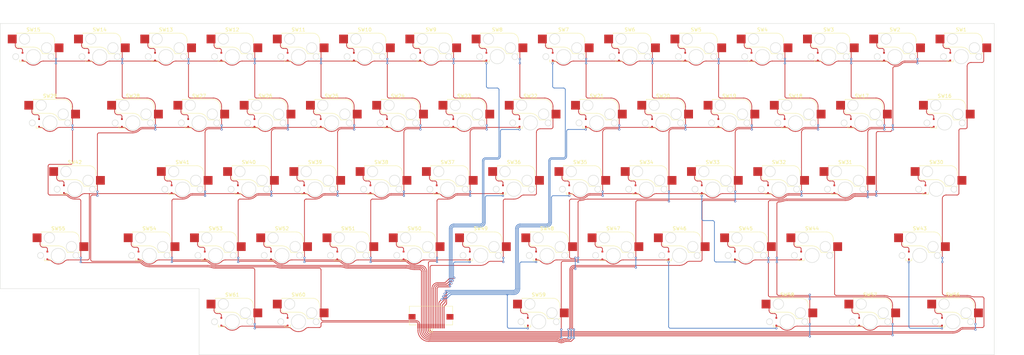
<source format=kicad_pcb>
(kicad_pcb (version 20221018) (generator pcbnew)
  (title_block (title "Five Octave - Keys") (date "2023-08-09") (rev "0.4.0") (comment 1 "https://github.com/takayoshiotake/five-octave-61-key-keyboard"))
  (layers (0 "F.Cu" signal) (31 "B.Cu" signal) (34 "B.Paste" user) (35 "F.Paste" user) (36 "B.SilkS" user "B.Silkscreen") (37 "F.SilkS" user "F.Silkscreen") (38 "B.Mask" user) (39 "F.Mask" user) (44 "Edge.Cuts" user))
  (net 0 "")
  (net 1 "ROW0")
  (net 2 "Net-(D1-A)")
  (net 3 "Net-(D2-A)")
  (net 4 "Net-(D3-A)")
  (net 5 "Net-(D4-A)")
  (net 6 "Net-(D5-A)")
  (net 7 "Net-(D6-A)")
  (net 8 "Net-(D7-A)")
  (net 9 "ROW4")
  (net 10 "Net-(D8-A)")
  (net 11 "Net-(D9-A)")
  (net 12 "Net-(D10-A)")
  (net 13 "Net-(D11-A)")
  (net 14 "Net-(D12-A)")
  (net 15 "Net-(D13-A)")
  (net 16 "Net-(D14-A)")
  (net 17 "Net-(D15-A)")
  (net 18 "ROW1")
  (net 19 "Net-(D16-A)")
  (net 20 "Net-(D17-A)")
  (net 21 "Net-(D18-A)")
  (net 22 "Net-(D19-A)")
  (net 23 "Net-(D20-A)")
  (net 24 "Net-(D21-A)")
  (net 25 "ROW5")
  (net 26 "Net-(D22-A)")
  (net 27 "Net-(D23-A)")
  (net 28 "Net-(D24-A)")
  (net 29 "Net-(D25-A)")
  (net 30 "Net-(D26-A)")
  (net 31 "Net-(D27-A)")
  (net 32 "Net-(D28-A)")
  (net 33 "Net-(D29-A)")
  (net 34 "ROW2")
  (net 35 "Net-(D30-A)")
  (net 36 "Net-(D31-A)")
  (net 37 "Net-(D32-A)")
  (net 38 "Net-(D33-A)")
  (net 39 "Net-(D34-A)")
  (net 40 "Net-(D35-A)")
  (net 41 "ROW6")
  (net 42 "Net-(D36-A)")
  (net 43 "Net-(D37-A)")
  (net 44 "Net-(D38-A)")
  (net 45 "Net-(D39-A)")
  (net 46 "Net-(D40-A)")
  (net 47 "Net-(D41-A)")
  (net 48 "Net-(D42-A)")
  (net 49 "ROW3")
  (net 50 "Net-(D43-A)")
  (net 51 "Net-(D44-A)")
  (net 52 "Net-(D45-A)")
  (net 53 "Net-(D46-A)")
  (net 54 "Net-(D47-A)")
  (net 55 "Net-(D48-A)")
  (net 56 "ROW7")
  (net 57 "Net-(D49-A)")
  (net 58 "Net-(D50-A)")
  (net 59 "Net-(D51-A)")
  (net 60 "Net-(D52-A)")
  (net 61 "Net-(D53-A)")
  (net 62 "Net-(D54-A)")
  (net 63 "Net-(D55-A)")
  (net 64 "Net-(D56-A)")
  (net 65 "Net-(D57-A)")
  (net 66 "Net-(D58-A)")
  (net 67 "Net-(D59-A)")
  (net 68 "Net-(D60-A)")
  (net 69 "Net-(D61-A)")
  (net 70 "COL0")
  (net 71 "COL1")
  (net 72 "COL2")
  (net 73 "COL3")
  (net 74 "COL4")
  (net 75 "COL5")
  (net 76 "COL6")
  (net 77 "COL7")
  (footprint "Project_Library:D_SOD-323F" (layer "F.Cu") (at 263.5725 38.1 90)
    (fp_text reference "D3" hide)
    (fp_text value "1N4148WS" hide)
  )
  (footprint "Project_Library:Hot_Swap_Socket_CPG151101S11" (layer "F.Cu") (at 257.175 57.15)
    (fp_text reference "SW18")
    (fp_text value locked "Key W")
    (fp_circle (center -5.08 0) (end -4.205 0) (stroke (width 0.12)) (fill none) (layer "Edge.Cuts"))
    (fp_circle (center -2.54 -5.08) (end -1.04 -5.08) (stroke (width 0.12)) (fill none) (layer "Edge.Cuts"))
    (fp_circle (center 0 0) (end 2.05 0) (stroke (width 0.12)) (fill none) (layer "Edge.Cuts"))
    (fp_circle (center 3.81 -2.54) (end 5.31 -2.54) (stroke (width 0.12)) (fill none) (layer "Edge.Cuts"))
    (fp_circle (center 5.08 0) (end 5.955 0) (stroke (width 0.12)) (fill none) (layer "Edge.Cuts"))
  )
  (footprint "Project_Library:D_SOD-323F" (layer "F.Cu") (at 273.0975 57.15 90)
    (fp_text reference "D17" hide)
    (fp_text value "1N4148WS" hide)
  )
  (footprint "Project_Library:Hot_Swap_Socket_CPG151101S11" (layer "F.Cu") (at 261.9375 95.25)
    (fp_text reference "SW44")
    (fp_text value "Key Z")
    (fp_circle (center -5.08 0) (end -4.205 0) (stroke (width 0.12)) (fill none) (layer "Edge.Cuts"))
    (fp_circle (center -2.54 -5.08) (end -1.04 -5.08) (stroke (width 0.12)) (fill none) (layer "Edge.Cuts"))
    (fp_circle (center 0 0) (end 2.05 0) (stroke (width 0.12)) (fill none) (layer "Edge.Cuts"))
    (fp_circle (center 3.81 -2.54) (end 5.31 -2.54) (stroke (width 0.12)) (fill none) (layer "Edge.Cuts"))
    (fp_circle (center 5.08 0) (end 5.955 0) (stroke (width 0.12)) (fill none) (layer "Edge.Cuts"))
  )
  (footprint "Project_Library:D_SOD-323F" (layer "F.Cu") (at 196.8975 57.15 90)
    (fp_text reference "D21" hide)
    (fp_text value "1N4148WS" hide)
  )
  (footprint "Project_Library:D_SOD-323F" (layer "F.Cu") (at 63.5475 57.15 90)
    (fp_text reference "D28" hide)
    (fp_text value "1N4148WS" hide)
  )
  (footprint "Project_Library:D_SOD-323F" (layer "F.Cu") (at 180.22875 114.3 90)
    (fp_text reference "D59" hide)
    (fp_text value "1N4148WS" hide)
  )
  (footprint "Project_Library:Hot_Swap_Socket_CPG151101S11" (layer "F.Cu") (at 247.65 38.1)
    (fp_text reference "SW4")
    (fp_text value "Key 3")
    (fp_circle (center -5.08 0) (end -4.205 0) (stroke (width 0.12)) (fill none) (layer "Edge.Cuts"))
    (fp_circle (center -2.54 -5.08) (end -1.04 -5.08) (stroke (width 0.12)) (fill none) (layer "Edge.Cuts"))
    (fp_circle (center 0 0) (end 2.05 0) (stroke (width 0.12)) (fill none) (layer "Edge.Cuts"))
    (fp_circle (center 3.81 -2.54) (end 5.31 -2.54) (stroke (width 0.12)) (fill none) (layer "Edge.Cuts"))
    (fp_circle (center 5.08 0) (end 5.955 0) (stroke (width 0.12)) (fill none) (layer "Edge.Cuts"))
  )
  (footprint "Project_Library:D_SOD-323F" (layer "F.Cu") (at 77.835 76.2 90)
    (fp_text reference "D41" hide)
    (fp_text value "1N4148WS" hide)
  )
  (footprint "Project_Library:D_SOD-323F" (layer "F.Cu") (at 158.7975 57.15 90)
    (fp_text reference "D23" hide)
    (fp_text value "1N4148WS" hide)
  )
  (footprint "Project_Library:D_SOD-323F" (layer "F.Cu") (at 82.5975 57.15 90)
    (fp_text reference "D27" hide)
    (fp_text value "1N4148WS" hide)
  )
  (footprint "Project_Library:D_SOD-323F" (layer "F.Cu") (at 115.935 76.2 90)
    (fp_text reference "D39" hide)
    (fp_text value "1N4148WS" hide)
  )
  (footprint "Project_Library:Hot_Swap_Socket_CPG151101S11" (layer "F.Cu") (at 300.0375 57.15)
    (fp_text reference "SW16")
    (fp_text value locked "Key Tab")
    (fp_circle (center -5.08 0) (end -4.205 0) (stroke (width 0.12)) (fill none) (layer "Edge.Cuts"))
    (fp_circle (center -2.54 -5.08) (end -1.04 -5.08) (stroke (width 0.12)) (fill none) (layer "Edge.Cuts"))
    (fp_circle (center 0 0) (end 2.05 0) (stroke (width 0.12)) (fill none) (layer "Edge.Cuts"))
    (fp_circle (center 3.81 -2.54) (end 5.31 -2.54) (stroke (width 0.12)) (fill none) (layer "Edge.Cuts"))
    (fp_circle (center 5.08 0) (end 5.955 0) (stroke (width 0.12)) (fill none) (layer "Edge.Cuts"))
  )
  (footprint "Project_Library:D_SOD-323F" (layer "F.Cu") (at 201.66 95.25 90)
    (fp_text reference "D47" hide)
    (fp_text value "1N4148WS" hide)
  )
  (footprint "Project_Library:D_SOD-323F" (layer "F.Cu") (at 187.3725 38.1 90)
    (fp_text reference "D7" hide)
    (fp_text value "1N4148WS" hide)
  )
  (footprint "Project_Library:Hot_Swap_Socket_CPG151101S11" (layer "F.Cu") (at 190.5 38.1)
    (fp_text reference "SW7")
    (fp_text value "Key 6")
    (fp_circle (center -5.08 0) (end -4.205 0) (stroke (width 0.12)) (fill none) (layer "Edge.Cuts"))
    (fp_circle (center -2.54 -5.08) (end -1.04 -5.08) (stroke (width 0.12)) (fill none) (layer "Edge.Cuts"))
    (fp_circle (center 0 0) (end 2.05 0) (stroke (width 0.12)) (fill none) (layer "Edge.Cuts"))
    (fp_circle (center 3.81 -2.54) (end 5.31 -2.54) (stroke (width 0.12)) (fill none) (layer "Edge.Cuts"))
    (fp_circle (center 5.08 0) (end 5.955 0) (stroke (width 0.12)) (fill none) (layer "Edge.Cuts"))
  )
  (footprint "Project_Library:Hot_Swap_Socket_CPG151101S11" (layer "F.Cu") (at 285.75 38.1)
    (fp_text reference "SW2")
    (fp_text value "Key 1")
    (fp_circle (center -5.08 0) (end -4.205 0) (stroke (width 0.12)) (fill none) (layer "Edge.Cuts"))
    (fp_circle (center -2.54 -5.08) (end -1.04 -5.08) (stroke (width 0.12)) (fill none) (layer "Edge.Cuts"))
    (fp_circle (center 0 0) (end 2.05 0) (stroke (width 0.12)) (fill none) (layer "Edge.Cuts"))
    (fp_circle (center 3.81 -2.54) (end 5.31 -2.54) (stroke (width 0.12)) (fill none) (layer "Edge.Cuts"))
    (fp_circle (center 5.08 0) (end 5.955 0) (stroke (width 0.12)) (fill none) (layer "Edge.Cuts"))
  )
  (footprint "Project_Library:D_SOD-323F" (layer "F.Cu") (at 154.035 76.2 90)
    (fp_text reference "D37" hide)
    (fp_text value "1N4148WS" hide)
  )
  (footprint "Project_Library:D_SOD-323F" (layer "F.Cu") (at 206.4225 38.1 90)
    (fp_text reference "D6" hide)
    (fp_text value "1N4148WS" hide)
  )
  (footprint "Project_Library:D_SOD-323F" (layer "F.Cu") (at 211.185 76.2 90)
    (fp_text reference "D34" hide)
    (fp_text value "1N4148WS" hide)
  )
  (footprint "Project_Library:JUSHUO_AFC01-S16FCC-00" (layer "F.Cu") (at 152.4 114.3 180)
    (fp_text reference "J1")
    (fp_text value "FFC Connector")
  )
  (footprint "Project_Library:Hot_Swap_Socket_CPG151101S11" (layer "F.Cu") (at 200.025 57.15)
    (fp_text reference "SW21")
    (fp_text value "Key T")
    (fp_circle (center -5.08 0) (end -4.205 0) (stroke (width 0.12)) (fill none) (layer "Edge.Cuts"))
    (fp_circle (center -2.54 -5.08) (end -1.04 -5.08) (stroke (width 0.12)) (fill none) (layer "Edge.Cuts"))
    (fp_circle (center 0 0) (end 2.05 0) (stroke (width 0.12)) (fill none) (layer "Edge.Cuts"))
    (fp_circle (center 3.81 -2.54) (end 5.31 -2.54) (stroke (width 0.12)) (fill none) (layer "Edge.Cuts"))
    (fp_circle (center 5.08 0) (end 5.955 0) (stroke (width 0.12)) (fill none) (layer "Edge.Cuts"))
  )
  (footprint "Project_Library:Hot_Swap_Socket_CPG151101S11" (layer "F.Cu") (at 209.55 38.1)
    (fp_text reference "SW6")
    (fp_text value "Key 5")
    (fp_circle (center -5.08 0) (end -4.205 0) (stroke (width 0.12)) (fill none) (layer "Edge.Cuts"))
    (fp_circle (center -2.54 -5.08) (end -1.04 -5.08) (stroke (width 0.12)) (fill none) (layer "Edge.Cuts"))
    (fp_circle (center 0 0) (end 2.05 0) (stroke (width 0.12)) (fill none) (layer "Edge.Cuts"))
    (fp_circle (center 3.81 -2.54) (end 5.31 -2.54) (stroke (width 0.12)) (fill none) (layer "Edge.Cuts"))
    (fp_circle (center 5.08 0) (end 5.955 0) (stroke (width 0.12)) (fill none) (layer "Edge.Cuts"))
  )
  (footprint "Project_Library:Hot_Swap_Socket_CPG151101S11" (layer "F.Cu") (at 80.9625 76.2)
    (fp_text reference "SW41")
    (fp_text value "Key '")
    (fp_circle (center -5.08 0) (end -4.205 0) (stroke (width 0.12)) (fill none) (layer "Edge.Cuts"))
    (fp_circle (center -2.54 -5.08) (end -1.04 -5.08) (stroke (width 0.12)) (fill none) (layer "Edge.Cuts"))
    (fp_circle (center 0 0) (end 2.05 0) (stroke (width 0.12)) (fill none) (layer "Edge.Cuts"))
    (fp_circle (center 3.81 -2.54) (end 5.31 -2.54) (stroke (width 0.12)) (fill none) (layer "Edge.Cuts"))
    (fp_circle (center 5.08 0) (end 5.955 0) (stroke (width 0.12)) (fill none) (layer "Edge.Cuts"))
  )
  (footprint "Project_Library:D_SOD-323F" (layer "F.Cu") (at 299.29125 114.3 90)
    (fp_text reference "D56" hide)
    (fp_text value "1N4148WS" hide)
  )
  (footprint "Project_Library:Hot_Swap_Socket_CPG151101S11" (layer "F.Cu") (at 204.7875 95.25)
    (fp_text reference "SW47")
    (fp_text value "Key V")
    (fp_circle (center -5.08 0) (end -4.205 0) (stroke (width 0.12)) (fill none) (layer "Edge.Cuts"))
    (fp_circle (center -2.54 -5.08) (end -1.04 -5.08) (stroke (width 0.12)) (fill none) (layer "Edge.Cuts"))
    (fp_circle (center 0 0) (end 2.05 0) (stroke (width 0.12)) (fill none) (layer "Edge.Cuts"))
    (fp_circle (center 3.81 -2.54) (end 5.31 -2.54) (stroke (width 0.12)) (fill none) (layer "Edge.Cuts"))
    (fp_circle (center 5.08 0) (end 5.955 0) (stroke (width 0.12)) (fill none) (layer "Edge.Cuts"))
  )
  (footprint "Project_Library:Hot_Swap_Socket_CPG151101S11" (layer "F.Cu") (at 138.1125 76.2)
    (fp_text reference "SW38")
    (fp_text value "Key K")
    (fp_circle (center -5.08 0) (end -4.205 0) (stroke (width 0.12)) (fill none) (layer "Edge.Cuts"))
    (fp_circle (center -2.54 -5.08) (end -1.04 -5.08) (stroke (width 0.12)) (fill none) (layer "Edge.Cuts"))
    (fp_circle (center 0 0) (end 2.05 0) (stroke (width 0.12)) (fill none) (layer "Edge.Cuts"))
    (fp_circle (center 3.81 -2.54) (end 5.31 -2.54) (stroke (width 0.12)) (fill none) (layer "Edge.Cuts"))
    (fp_circle (center 5.08 0) (end 5.955 0) (stroke (width 0.12)) (fill none) (layer "Edge.Cuts"))
  )
  (footprint "Project_Library:Hot_Swap_Socket_CPG151101S11" (layer "F.Cu") (at 142.875 57.15)
    (fp_text reference "SW24")
    (fp_text value "Key I")
    (fp_circle (center -5.08 0) (end -4.205 0) (stroke (width 0.12)) (fill none) (layer "Edge.Cuts"))
    (fp_circle (center -2.54 -5.08) (end -1.04 -5.08) (stroke (width 0.12)) (fill none) (layer "Edge.Cuts"))
    (fp_circle (center 0 0) (end 2.05 0) (stroke (width 0.12)) (fill none) (layer "Edge.Cuts"))
    (fp_circle (center 3.81 -2.54) (end 5.31 -2.54) (stroke (width 0.12)) (fill none) (layer "Edge.Cuts"))
    (fp_circle (center 5.08 0) (end 5.955 0) (stroke (width 0.12)) (fill none) (layer "Edge.Cuts"))
  )
  (footprint "Project_Library:D_SOD-323F" (layer "F.Cu") (at 296.91 57.15 90)
    (fp_text reference "D16" hide)
    (fp_text value "1N4148WS" hide)
  )
  (footprint "Project_Library:D_SOD-323F" (layer "F.Cu") (at 282.6225 38.1 90)
    (fp_text reference "D2" hide)
    (fp_text value "1N4148WS" hide)
  )
  (footprint "Project_Library:Hot_Swap_Socket_CPG151101S11" (layer "F.Cu") (at 71.4375 95.25)
    (fp_text reference "SW54")
    (fp_text value "Key Shift")
    (fp_circle (center -5.08 0) (end -4.205 0) (stroke (width 0.12)) (fill none) (layer "Edge.Cuts"))
    (fp_circle (center -2.54 -5.08) (end -1.04 -5.08) (stroke (width 0.12)) (fill none) (layer "Edge.Cuts"))
    (fp_circle (center 0 0) (end 2.05 0) (stroke (width 0.12)) (fill none) (layer "Edge.Cuts"))
    (fp_circle (center 3.81 -2.54) (end 5.31 -2.54) (stroke (width 0.12)) (fill none) (layer "Edge.Cuts"))
    (fp_circle (center 5.08 0) (end 5.955 0) (stroke (width 0.12)) (fill none) (layer "Edge.Cuts"))
  )
  (footprint "Project_Library:Hot_Swap_Socket_CPG151101S11" (layer "F.Cu") (at 292.89375 95.25)
    (fp_text reference "SW43")
    (fp_text value "Key Shift")
    (fp_circle (center -5.08 0) (end -4.205 0) (stroke (width 0.12)) (fill none) (layer "Edge.Cuts"))
    (fp_circle (center -2.54 -5.08) (end -1.04 -5.08) (stroke (width 0.12)) (fill none) (layer "Edge.Cuts"))
    (fp_circle (center 0 0) (end 2.05 0) (stroke (width 0.12)) (fill none) (layer "Edge.Cuts"))
    (fp_circle (center 3.81 -2.54) (end 5.31 -2.54) (stroke (width 0.12)) (fill none) (layer "Edge.Cuts"))
    (fp_circle (center 5.08 0) (end 5.955 0) (stroke (width 0.12)) (fill none) (layer "Edge.Cuts"))
  )
  (footprint "Project_Library:D_SOD-323F" (layer "F.Cu") (at 268.335 76.2 90)
    (fp_text reference "D31" hide)
    (fp_text value "1N4148WS" hide)
  )
  (footprint "Project_Library:Hot_Swap_Socket_CPG151101S11" (layer "F.Cu") (at 195.2625 76.2)
    (fp_text reference "SW35")
    (fp_text value "Key G")
    (fp_circle (center -5.08 0) (end -4.205 0) (stroke (width 0.12)) (fill none) (layer "Edge.Cuts"))
    (fp_circle (center -2.54 -5.08) (end -1.04 -5.08) (stroke (width 0.12)) (fill none) (layer "Edge.Cuts"))
    (fp_circle (center 0 0) (end 2.05 0) (stroke (width 0.12)) (fill none) (layer "Edge.Cuts"))
    (fp_circle (center 3.81 -2.54) (end 5.31 -2.54) (stroke (width 0.12)) (fill none) (layer "Edge.Cuts"))
    (fp_circle (center 5.08 0) (end 5.955 0) (stroke (width 0.12)) (fill none) (layer "Edge.Cuts"))
  )
  (footprint "Project_Library:Hot_Swap_Socket_CPG151101S11" (layer "F.Cu") (at 76.2 38.1)
    (fp_text reference "SW13")
    (fp_text value "Key =")
    (fp_circle (center -5.08 0) (end -4.205 0) (stroke (width 0.12)) (fill none) (layer "Edge.Cuts"))
    (fp_circle (center -2.54 -5.08) (end -1.04 -5.08) (stroke (width 0.12)) (fill none) (layer "Edge.Cuts"))
    (fp_circle (center 0 0) (end 2.05 0) (stroke (width 0.12)) (fill none) (layer "Edge.Cuts"))
    (fp_circle (center 3.81 -2.54) (end 5.31 -2.54) (stroke (width 0.12)) (fill none) (layer "Edge.Cuts"))
    (fp_circle (center 5.08 0) (end 5.955 0) (stroke (width 0.12)) (fill none) (layer "Edge.Cuts"))
  )
  (footprint "Project_Library:Hot_Swap_Socket_CPG151101S11" (layer "F.Cu") (at 50.00625 76.2)
    (fp_text reference "SW42")
    (fp_text value "Key Return")
    (fp_circle (center -5.08 0) (end -4.205 0) (stroke (width 0.12)) (fill none) (layer "Edge.Cuts"))
    (fp_circle (center -2.54 -5.08) (end -1.04 -5.08) (stroke (width 0.12)) (fill none) (layer "Edge.Cuts"))
    (fp_circle (center 0 0) (end 2.05 0) (stroke (width 0.12)) (fill none) (layer "Edge.Cuts"))
    (fp_circle (center 3.81 -2.54) (end 5.31 -2.54) (stroke (width 0.12)) (fill none) (layer "Edge.Cuts"))
    (fp_circle (center 5.08 0) (end 5.955 0) (stroke (width 0.12)) (fill none) (layer "Edge.Cuts"))
  )
  (footprint "Project_Library:Hot_Swap_Socket_CPG151101S11" (layer "F.Cu") (at 183.35625 114.3)
    (fp_text reference "SW59")
    (fp_text value "Key Space")
    (fp_circle (center -5.08 0) (end -4.205 0) (stroke (width 0.12)) (fill none) (layer "Edge.Cuts"))
    (fp_circle (center -2.54 -5.08) (end -1.04 -5.08) (stroke (width 0.12)) (fill none) (layer "Edge.Cuts"))
    (fp_circle (center 0 0) (end 2.05 0) (stroke (width 0.12)) (fill none) (layer "Edge.Cuts"))
    (fp_circle (center 3.81 -2.54) (end 5.31 -2.54) (stroke (width 0.12)) (fill none) (layer "Edge.Cuts"))
    (fp_circle (center 5.08 0) (end 5.955 0) (stroke (width 0.12)) (fill none) (layer "Edge.Cuts"))
  )
  (footprint "Project_Library:Hot_Swap_Socket_CPG151101S11" (layer "F.Cu") (at 302.41875 114.3)
    (fp_text reference "SW56")
    (fp_text value "Key Ctrl")
    (fp_circle (center -5.08 0) (end -4.205 0) (stroke (width 0.12)) (fill none) (layer "Edge.Cuts"))
    (fp_circle (center -2.54 -5.08) (end -1.04 -5.08) (stroke (width 0.12)) (fill none) (layer "Edge.Cuts"))
    (fp_circle (center 0 0) (end 2.05 0) (stroke (width 0.12)) (fill none) (layer "Edge.Cuts"))
    (fp_circle (center 3.81 -2.54) (end 5.31 -2.54) (stroke (width 0.12)) (fill none) (layer "Edge.Cuts"))
    (fp_circle (center 5.08 0) (end 5.955 0) (stroke (width 0.12)) (fill none) (layer "Edge.Cuts"))
  )
  (footprint "Project_Library:Hot_Swap_Socket_CPG151101S11" (layer "F.Cu") (at 157.1625 76.2)
    (fp_text reference "SW37")
    (fp_text value "Key J")
    (fp_circle (center -5.08 0) (end -4.205 0) (stroke (width 0.12)) (fill none) (layer "Edge.Cuts"))
    (fp_circle (center -2.54 -5.08) (end -1.04 -5.08) (stroke (width 0.12)) (fill none) (layer "Edge.Cuts"))
    (fp_circle (center 0 0) (end 2.05 0) (stroke (width 0.12)) (fill none) (layer "Edge.Cuts"))
    (fp_circle (center 3.81 -2.54) (end 5.31 -2.54) (stroke (width 0.12)) (fill none) (layer "Edge.Cuts"))
    (fp_circle (center 5.08 0) (end 5.955 0) (stroke (width 0.12)) (fill none) (layer "Edge.Cuts"))
  )
  (footprint "Project_Library:D_SOD-323F" (layer "F.Cu") (at 254.0475 57.15 90)
    (fp_text reference "D18" hide)
    (fp_text value "1N4148WS" hide)
  )
  (footprint "Project_Library:Hot_Swap_Socket_CPG151101S11" (layer "F.Cu") (at 176.2125 76.2)
    (fp_text reference "SW36")
    (fp_text value "Key H")
    (fp_circle (center -5.08 0) (end -4.205 0) (stroke (width 0.12)) (fill none) (layer "Edge.Cuts"))
    (fp_circle (center -2.54 -5.08) (end -1.04 -5.08) (stroke (width 0.12)) (fill none) (layer "Edge.Cuts"))
    (fp_circle (center 0 0) (end 2.05 0) (stroke (width 0.12)) (fill none) (layer "Edge.Cuts"))
    (fp_circle (center 3.81 -2.54) (end 5.31 -2.54) (stroke (width 0.12)) (fill none) (layer "Edge.Cuts"))
    (fp_circle (center 5.08 0) (end 5.955 0) (stroke (width 0.12)) (fill none) (layer "Edge.Cuts"))
  )
  (footprint "Project_Library:Hot_Swap_Socket_CPG151101S11" (layer "F.Cu") (at 278.60625 114.3)
    (fp_text reference "SW57")
    (fp_text value "Key Opt")
    (fp_circle (center -5.08 0) (end -4.205 0) (stroke (width 0.12)) (fill none) (layer "Edge.Cuts"))
    (fp_circle (center -2.54 -5.08) (end -1.04 -5.08) (stroke (width 0.12)) (fill none) (layer "Edge.Cuts"))
    (fp_circle (center 0 0) (end 2.05 0) (stroke (width 0.12)) (fill none) (layer "Edge.Cuts"))
    (fp_circle (center 3.81 -2.54) (end 5.31 -2.54) (stroke (width 0.12)) (fill none) (layer "Edge.Cuts"))
    (fp_circle (center 5.08 0) (end 5.955 0) (stroke (width 0.12)) (fill none) (layer "Edge.Cuts"))
  )
  (footprint "Project_Library:Hot_Swap_Socket_CPG151101S11" (layer "F.Cu") (at 219.075 57.15)
    (fp_text reference "SW20")
    (fp_text value "Key R")
    (fp_circle (center -5.08 0) (end -4.205 0) (stroke (width 0.12)) (fill none) (layer "Edge.Cuts"))
    (fp_circle (center -2.54 -5.08) (end -1.04 -5.08) (stroke (width 0.12)) (fill none) (layer "Edge.Cuts"))
    (fp_circle (center 0 0) (end 2.05 0) (stroke (width 0.12)) (fill none) (layer "Edge.Cuts"))
    (fp_circle (center 3.81 -2.54) (end 5.31 -2.54) (stroke (width 0.12)) (fill none) (layer "Edge.Cuts"))
    (fp_circle (center 5.08 0) (end 5.955 0) (stroke (width 0.12)) (fill none) (layer "Edge.Cuts"))
  )
  (footprint "Project_Library:Hot_Swap_Socket_CPG151101S11" (layer "F.Cu") (at 128.5875 95.25)
    (fp_text reference "SW51")
    (fp_text value "Key ,")
    (fp_circle (center -5.08 0) (end -4.205 0) (stroke (width 0.12)) (fill none) (layer "Edge.Cuts"))
    (fp_circle (center -2.54 -5.08) (end -1.04 -5.08) (stroke (width 0.12)) (fill none) (layer "Edge.Cuts"))
    (fp_circle (center 0 0) (end 2.05 0) (stroke (width 0.12)) (fill none) (layer "Edge.Cuts"))
    (fp_circle (center 3.81 -2.54) (end 5.31 -2.54) (stroke (width 0.12)) (fill none) (layer "Edge.Cuts"))
    (fp_circle (center 5.08 0) (end 5.955 0) (stroke (width 0.12)) (fill none) (layer "Edge.Cuts"))
  )
  (footprint "Project_Library:Hot_Swap_Socket_CPG151101S11" (layer "F.Cu") (at 38.1 38.1)
    (fp_text reference "SW15")
    (fp_text value "Key `")
    (fp_circle (center -5.08 0) (end -4.205 0) (stroke (width 0.12)) (fill none) (layer "Edge.Cuts"))
    (fp_circle (center -2.54 -5.08) (end -1.04 -5.08) (stroke (width 0.12)) (fill none) (layer "Edge.Cuts"))
    (fp_circle (center 0 0) (end 2.05 0) (stroke (width 0.12)) (fill none) (layer "Edge.Cuts"))
    (fp_circle (center 3.81 -2.54) (end 5.31 -2.54) (stroke (width 0.12)) (fill none) (layer "Edge.Cuts"))
    (fp_circle (center 5.08 0) (end 5.955 0) (stroke (width 0.12)) (fill none) (layer "Edge.Cuts"))
  )
  (footprint "Project_Library:D_SOD-323F" (layer "F.Cu") (at 73.0725 38.1 90)
    (fp_text reference "D13" hide)
    (fp_text value "1N4148WS" hide)
  )
  (footprint "Project_Library:D_SOD-323F" (layer "F.Cu") (at 120.6975 57.15 90)
    (fp_text reference "D25" hide)
    (fp_text value "1N4148WS" hide)
  )
  (footprint "Project_Library:D_SOD-323F" (layer "F.Cu") (at 244.5225 38.1 90)
    (fp_text reference "D4" hide)
    (fp_text value "1N4148WS" hide)
  )
  (footprint "Project_Library:D_SOD-323F" (layer "F.Cu") (at 111.1725 38.1 90)
    (fp_text reference "D11" hide)
    (fp_text value "1N4148WS" hide)
  )
  (footprint "Project_Library:Hot_Swap_Socket_CPG151101S11" (layer "F.Cu") (at 242.8875 95.25)
    (fp_text reference "SW45")
    (fp_text value "Key X")
    (fp_circle (center -5.08 0) (end -4.205 0) (stroke (width 0.12)) (fill none) (layer "Edge.Cuts"))
    (fp_circle (center -2.54 -5.08) (end -1.04 -5.08) (stroke (width 0.12)) (fill none) (layer "Edge.Cuts"))
    (fp_circle (center 0 0) (end 2.05 0) (stroke (width 0.12)) (fill none) (layer "Edge.Cuts"))
    (fp_circle (center 3.81 -2.54) (end 5.31 -2.54) (stroke (width 0.12)) (fill none) (layer "Edge.Cuts"))
    (fp_circle (center 5.08 0) (end 5.955 0) (stroke (width 0.12)) (fill none) (layer "Edge.Cuts"))
  )
  (footprint "Project_Library:D_SOD-323F" (layer "F.Cu") (at 96.885 76.2 90)
    (fp_text reference "D40" hide)
    (fp_text value "1N4148WS" hide)
  )
  (footprint "Project_Library:D_SOD-323F" (layer "F.Cu") (at 251.66625 114.3 90)
    (fp_text reference "D58" hide)
    (fp_text value "1N4148WS" hide)
  )
  (footprint "Project_Library:D_SOD-323F" (layer "F.Cu") (at 149.2725 38.1 90)
    (fp_text reference "D9" hide)
    (fp_text value "1N4148WS" hide)
  )
  (footprint "Project_Library:Hot_Swap_Socket_CPG151101S11" (layer "F.Cu") (at 297.65625 76.2)
    (fp_text reference "SW30")
    (fp_text value "Key Caps")
    (fp_circle (center -5.08 0) (end -4.205 0) (stroke (width 0.12)) (fill none) (layer "Edge.Cuts"))
    (fp_circle (center -2.54 -5.08) (end -1.04 -5.08) (stroke (width 0.12)) (fill none) (layer "Edge.Cuts"))
    (fp_circle (center 0 0) (end 2.05 0) (stroke (width 0.12)) (fill none) (layer "Edge.Cuts"))
    (fp_circle (center 3.81 -2.54) (end 5.31 -2.54) (stroke (width 0.12)) (fill none) (layer "Edge.Cuts"))
    (fp_circle (center 5.08 0) (end 5.955 0) (stroke (width 0.12)) (fill none) (layer "Edge.Cuts"))
  )
  (footprint "Project_Library:Hot_Swap_Socket_CPG151101S11" (layer "F.Cu") (at 42.8625 57.15)
    (fp_text reference "SW29")
    (fp_text value "Key BS")
    (fp_circle (center -5.08 0) (end -4.205 0) (stroke (width 0.12)) (fill none) (layer "Edge.Cuts"))
    (fp_circle (center -2.54 -5.08) (end -1.04 -5.08) (stroke (width 0.12)) (fill none) (layer "Edge.Cuts"))
    (fp_circle (center 0 0) (end 2.05 0) (stroke (width 0.12)) (fill none) (layer "Edge.Cuts"))
    (fp_circle (center 3.81 -2.54) (end 5.31 -2.54) (stroke (width 0.12)) (fill none) (layer "Edge.Cuts"))
    (fp_circle (center 5.08 0) (end 5.955 0) (stroke (width 0.12)) (fill none) (layer "Edge.Cuts"))
  )
  (footprint "Project_Library:D_SOD-323F" (layer "F.Cu") (at 301.6725 38.1 90)
    (fp_text reference "D1" hide)
    (fp_text value "1N4148WS" hide)
  )
  (footprint "Project_Library:Hot_Swap_Socket_CPG151101S11" (layer "F.Cu") (at 233.3625 76.2)
    (fp_text reference "SW33")
    (fp_text value "Key D")
    (fp_circle (center -5.08 0) (end -4.205 0) (stroke (width 0.12)) (fill none) (layer "Edge.Cuts"))
    (fp_circle (center -2.54 -5.08) (end -1.04 -5.08) (stroke (width 0.12)) (fill none) (layer "Edge.Cuts"))
    (fp_circle (center 0 0) (end 2.05 0) (stroke (width 0.12)) (fill none) (layer "Edge.Cuts"))
    (fp_circle (center 3.81 -2.54) (end 5.31 -2.54) (stroke (width 0.12)) (fill none) (layer "Edge.Cuts"))
    (fp_circle (center 5.08 0) (end 5.955 0) (stroke (width 0.12)) (fill none) (layer "Edge.Cuts"))
  )
  (footprint "Project_Library:Hot_Swap_Socket_CPG151101S11" (layer "F.Cu") (at 66.675 57.15)
    (fp_text reference "SW28")
    (fp_text value "Key ]")
    (fp_circle (center -5.08 0) (end -4.205 0) (stroke (width 0.12)) (fill none) (layer "Edge.Cuts"))
    (fp_circle (center -2.54 -5.08) (end -1.04 -5.08) (stroke (width 0.12)) (fill none) (layer "Edge.Cuts"))
    (fp_circle (center 0 0) (end 2.05 0) (stroke (width 0.12)) (fill none) (layer "Edge.Cuts"))
    (fp_circle (center 3.81 -2.54) (end 5.31 -2.54) (stroke (width 0.12)) (fill none) (layer "Edge.Cuts"))
    (fp_circle (center 5.08 0) (end 5.955 0) (stroke (width 0.12)) (fill none) (layer "Edge.Cuts"))
  )
  (footprint "Project_Library:D_SOD-323F" (layer "F.Cu") (at 130.2225 38.1 90)
    (fp_text reference "D10" hide)
    (fp_text value "1N4148WS" hide)
  )
  (footprint "Project_Library:D_SOD-323F" (layer "F.Cu") (at 92.1225 38.1 90)
    (fp_text reference "D12" hide)
    (fp_text value "1N4148WS" hide)
  )
  (footprint "Project_Library:Hot_Swap_Socket_CPG151101S11" (layer "F.Cu") (at 304.8 38.1)
    (fp_text reference "SW1")
    (fp_text value "Key Esc")
    (fp_circle (center -5.08 0) (end -4.205 0) (stroke (width 0.12)) (fill none) (layer "Edge.Cuts"))
    (fp_circle (center -2.54 -5.08) (end -1.04 -5.08) (stroke (width 0.12)) (fill none) (layer "Edge.Cuts"))
    (fp_circle (center 0 0) (end 2.05 0) (stroke (width 0.12)) (fill none) (layer "Edge.Cuts"))
    (fp_circle (center 3.81 -2.54) (end 5.31 -2.54) (stroke (width 0.12)) (fill none) (layer "Edge.Cuts"))
    (fp_circle (center 5.08 0) (end 5.955 0) (stroke (width 0.12)) (fill none) (layer "Edge.Cuts"))
  )
  (footprint "Project_Library:Hot_Swap_Socket_CPG151101S11" (layer "F.Cu") (at 119.0625 76.2)
    (fp_text reference "SW39")
    (fp_text value "Key L")
    (fp_circle (center -5.08 0) (end -4.205 0) (stroke (width 0.12)) (fill none) (layer "Edge.Cuts"))
    (fp_circle (center -2.54 -5.08) (end -1.04 -5.08) (stroke (width 0.12)) (fill none) (layer "Edge.Cuts"))
    (fp_circle (center 0 0) (end 2.05 0) (stroke (width 0.12)) (fill none) (layer "Edge.Cuts"))
    (fp_circle (center 3.81 -2.54) (end 5.31 -2.54) (stroke (width 0.12)) (fill none) (layer "Edge.Cuts"))
    (fp_circle (center 5.08 0) (end 5.955 0) (stroke (width 0.12)) (fill none) (layer "Edge.Cuts"))
  )
  (footprint "Project_Library:Hot_Swap_Socket_CPG151101S11" (layer "F.Cu") (at 276.225 57.15)
    (fp_text reference "SW17")
    (fp_text value "Key Q")
    (fp_circle (center -5.08 0) (end -4.205 0) (stroke (width 0.12)) (fill none) (layer "Edge.Cuts"))
    (fp_circle (center -2.54 -5.08) (end -1.04 -5.08) (stroke (width 0.12)) (fill none) (layer "Edge.Cuts"))
    (fp_circle (center 0 0) (end 2.05 0) (stroke (width 0.12)) (fill none) (layer "Edge.Cuts"))
    (fp_circle (center 3.81 -2.54) (end 5.31 -2.54) (stroke (width 0.12)) (fill none) (layer "Edge.Cuts"))
    (fp_circle (center 5.08 0) (end 5.955 0) (stroke (width 0.12)) (fill none) (layer "Edge.Cuts"))
  )
  (footprint "Project_Library:D_SOD-323F" (layer "F.Cu") (at 258.81 95.25 90)
    (fp_text reference "D44" hide)
    (fp_text value "1N4148WS" hide)
  )
  (footprint "Project_Library:D_SOD-323F" (layer "F.Cu") (at 139.7475 57.15 90)
    (fp_text reference "D24" hide)
    (fp_text value "1N4148WS" hide)
  )
  (footprint "Project_Library:Hot_Swap_Socket_CPG151101S11" (layer "F.Cu") (at 161.925 57.15)
    (fp_text reference "SW23")
    (fp_text value "Key U")
    (fp_circle (center -5.08 0) (end -4.205 0) (stroke (width 0.12)) (fill none) (layer "Edge.Cuts"))
    (fp_circle (center -2.54 -5.08) (end -1.04 -5.08) (stroke (width 0.12)) (fill none) (layer "Edge.Cuts"))
    (fp_circle (center 0 0) (end 2.05 0) (stroke (width 0.12)) (fill none) (layer "Edge.Cuts"))
    (fp_circle (center 3.81 -2.54) (end 5.31 -2.54) (stroke (width 0.12)) (fill none) (layer "Edge.Cuts"))
    (fp_circle (center 5.08 0) (end 5.955 0) (stroke (width 0.12)) (fill none) (layer "Edge.Cuts"))
  )
  (footprint "Project_Library:Hot_Swap_Socket_CPG151101S11" (layer "F.Cu") (at 85.725 57.15)
    (fp_text reference "SW27")
    (fp_text value "Key [")
    (fp_circle (center -5.08 0) (end -4.205 0) (stroke (width 0.12)) (fill none) (layer "Edge.Cuts"))
    (fp_circle (center -2.54 -5.08) (end -1.04 -5.08) (stroke (width 0.12)) (fill none) (layer "Edge.Cuts"))
    (fp_circle (center 0 0) (end 2.05 0) (stroke (width 0.12)) (fill none) (layer "Edge.Cuts"))
    (fp_circle (center 3.81 -2.54) (end 5.31 -2.54) (stroke (width 0.12)) (fill none) (layer "Edge.Cuts"))
    (fp_circle (center 5.08 0) (end 5.955 0) (stroke (width 0.12)) (fill none) (layer "Edge.Cuts"))
  )
  (footprint "Project_Library:D_SOD-323F" (layer "F.Cu") (at 54.0225 38.1 90)
    (fp_text reference "D14" hide)
    (fp_text value "1N4148WS" hide)
  )
  (footprint "Project_Library:D_SOD-323F" (layer "F.Cu") (at 87.36 95.25 90)
    (fp_text reference "D53" hide)
    (fp_text value "1N4148WS" hide)
  )
  (footprint "Project_Library:D_SOD-323F" (layer "F.Cu") (at 173.085 76.2 90)
    (fp_text reference "D36" hide)
    (fp_text value "1N4148WS" hide)
  )
  (footprint "Project_Library:D_SOD-323F" (layer "F.Cu") (at 144.51 95.25 90)
    (fp_text reference "D50" hide)
    (fp_text value "1N4148WS" hide)
  )
  (footprint "Project_Library:Hot_Swap_Socket_CPG151101S11" (layer "F.Cu") (at 152.4 38.1)
    (fp_text reference "SW9")
    (fp_text value "Key 8")
    (fp_circle (center -5.08 0) (end -4.205 0) (stroke (width 0.12)) (fill none) (layer "Edge.Cuts"))
    (fp_circle (center -2.54 -5.08) (end -1.04 -5.08) (stroke (width 0.12)) (fill none) (layer "Edge.Cuts"))
    (fp_circle (center 0 0) (end 2.05 0) (stroke (width 0.12)) (fill none) (layer "Edge.Cuts"))
    (fp_circle (center 3.81 -2.54) (end 5.31 -2.54) (stroke (width 0.12)) (fill none) (layer "Edge.Cuts"))
    (fp_circle (center 5.08 0) (end 5.955 0) (stroke (width 0.12)) (fill none) (layer "Edge.Cuts"))
  )
  (footprint "Project_Library:D_SOD-323F" (layer "F.Cu") (at 220.71 95.25 90)
    (fp_text reference "D46" hide)
    (fp_text value "1N4148WS" hide)
  )
  (footprint "Project_Library:Stabilizer_6_25u" (layer "F.Cu") (at 183.35625 114.3 180)
    (fp_text reference "REF**" hide)
    (fp_text value "Stabilizer_6_25u" hide)
  )
  (footprint "Project_Library:Hot_Swap_Socket_CPG151101S11" (layer "F.Cu") (at 223.8375 95.25)
    (fp_text reference "SW46")
    (fp_text value "Key C")
    (fp_circle (center -5.08 0) (end -4.205 0) (stroke (width 0.12)) (fill none) (layer "Edge.Cuts"))
    (fp_circle (center -2.54 -5.08) (end -1.04 -5.08) (stroke (width 0.12)) (fill none) (layer "Edge.Cuts"))
    (fp_circle (center 0 0) (end 2.05 0) (stroke (width 0.12)) (fill none) (layer "Edge.Cuts"))
    (fp_circle (center 3.81 -2.54) (end 5.31 -2.54) (stroke (width 0.12)) (fill none) (layer "Edge.Cuts"))
    (fp_circle (center 5.08 0) (end 5.955 0) (stroke (width 0.12)) (fill none) (layer "Edge.Cuts"))
  )
  (footprint "Project_Library:D_SOD-323F" (layer "F.Cu") (at 42.11625 95.25 90)
    (fp_text reference "D55" hide)
    (fp_text value "1N4148WS" hide)
  )
  (footprint "Project_Library:Hot_Swap_Socket_CPG151101S11" (layer "F.Cu") (at 266.7 38.1)
    (fp_text reference "SW3")
    (fp_text value "Key 2")
    (fp_circle (center -5.08 0) (end -4.205 0) (stroke (width 0.12)) (fill none) (layer "Edge.Cuts"))
    (fp_circle (center -2.54 -5.08) (end -1.04 -5.08) (stroke (width 0.12)) (fill none) (layer "Edge.Cuts"))
    (fp_circle (center 0 0) (end 2.05 0) (stroke (width 0.12)) (fill none) (layer "Edge.Cuts"))
    (fp_circle (center 3.81 -2.54) (end 5.31 -2.54) (stroke (width 0.12)) (fill none) (layer "Edge.Cuts"))
    (fp_circle (center 5.08 0) (end 5.955 0) (stroke (width 0.12)) (fill none) (layer "Edge.Cuts"))
  )
  (footprint "Project_Library:D_SOD-323F" (layer "F.Cu") (at 234.9975 57.15 90)
    (fp_text reference "D19" hide)
    (fp_text value "1N4148WS" hide)
  )
  (footprint "Project_Library:Hot_Swap_Socket_CPG151101S11" (layer "F.Cu") (at 123.825 57.15)
    (fp_text reference "SW25")
    (fp_text value "Key O")
    (fp_circle (center -5.08 0) (end -4.205 0) (stroke (width 0.12)) (fill none) (layer "Edge.Cuts"))
    (fp_circle (center -2.54 -5.08) (end -1.04 -5.08) (stroke (width 0.12)) (fill none) (layer "Edge.Cuts"))
    (fp_circle (center 0 0) (end 2.05 0) (stroke (width 0.12)) (fill none) (layer "Edge.Cuts"))
    (fp_circle (center 3.81 -2.54) (end 5.31 -2.54) (stroke (width 0.12)) (fill none) (layer "Edge.Cuts"))
    (fp_circle (center 5.08 0) (end 5.955 0) (stroke (width 0.12)) (fill none) (layer "Edge.Cuts"))
  )
  (footprint "Project_Library:D_SOD-323F" (layer "F.Cu") (at 275.47875 114.3 90)
    (fp_text reference "D57" hide)
    (fp_text value "1N4148WS" hide)
  )
  (footprint "Project_Library:D_SOD-323F" (layer "F.Cu") (at 215.9475 57.15 90)
    (fp_text reference "D20" hide)
    (fp_text value "1N4148WS" hide)
  )
  (footprint "Project_Library:D_SOD-323F" (layer "F.Cu") (at 111.1725 114.3 90)
    (fp_text reference "D60" hide)
    (fp_text value "1N4148WS" hide)
  )
  (footprint "Project_Library:Hot_Swap_Socket_CPG151101S11" (layer "F.Cu") (at 109.5375 95.25)
    (fp_text reference "SW52")
    (fp_text value "Key .")
    (fp_circle (center -5.08 0) (end -4.205 0) (stroke (width 0.12)) (fill none) (layer "Edge.Cuts"))
    (fp_circle (center -2.54 -5.08) (end -1.04 -5.08) (stroke (width 0.12)) (fill none) (layer "Edge.Cuts"))
    (fp_circle (center 0 0) (end 2.05 0) (stroke (width 0.12)) (fill none) (layer "Edge.Cuts"))
    (fp_circle (center 3.81 -2.54) (end 5.31 -2.54) (stroke (width 0.12)) (fill none) (layer "Edge.Cuts"))
    (fp_circle (center 5.08 0) (end 5.955 0) (stroke (width 0.12)) (fill none) (layer "Edge.Cuts"))
  )
  (footprint "Project_Library:D_SOD-323F" (layer "F.Cu") (at 46.87875 76.2 90)
    (fp_text reference "D42" hide)
    (fp_text value "1N4148WS" hide)
  )
  (footprint "Project_Library:D_SOD-323F" (layer "F.Cu") (at 92.1225 114.3 90)
    (fp_text reference "D61" hide)
    (fp_text value "1N4148WS" hide)
  )
  (footprint "Project_Library:D_SOD-323F" (layer "F.Cu") (at 134.985 76.2 90)
    (fp_text reference "D38" hide)
    (fp_text value "1N4148WS" hide)
  )
  (footprint "Project_Library:Hot_Swap_Socket_CPG151101S11" (layer "F.Cu") (at 45.24375 95.25)
    (fp_text reference "SW55")
    (fp_text value "Key Fn")
    (fp_circle (center -5.08 0) (end -4.205 0) (stroke (width 0.12)) (fill none) (layer "Edge.Cuts"))
    (fp_circle (center -2.54 -5.08) (end -1.04 -5.08) (stroke (width 0.12)) (fill none) (layer "Edge.Cuts"))
    (fp_circle (center 0 0) (end 2.05 0) (stroke (width 0.12)) (fill none) (layer "Edge.Cuts"))
    (fp_circle (center 3.81 -2.54) (end 5.31 -2.54) (stroke (width 0.12)) (fill none) (layer "Edge.Cuts"))
    (fp_circle (center 5.08 0) (end 5.955 0) (stroke (width 0.12)) (fill none) (layer "Edge.Cuts"))
  )
  (footprint "Project_Library:Hot_Swap_Socket_CPG151101S11" (layer "F.Cu") (at 95.25 38.1)
    (fp_text reference "SW12")
    (fp_text value "Key -")
    (fp_circle (center -5.08 0) (end -4.205 0) (stroke (width 0.12)) (fill none) (layer "Edge.Cuts"))
    (fp_circle (center -2.54 -5.08) (end -1.04 -5.08) (stroke (width 0.12)) (fill none) (layer "Edge.Cuts"))
    (fp_circle (center 0 0) (end 2.05 0) (stroke (width 0.12)) (fill none) (layer "Edge.Cuts"))
    (fp_circle (center 3.81 -2.54) (end 5.31 -2.54) (stroke (width 0.12)) (fill none) (layer "Edge.Cuts"))
    (fp_circle (center 5.08 0) (end 5.955 0) (stroke (width 0.12)) (fill none) (layer "Edge.Cuts"))
  )
  (footprint "Project_Library:D_SOD-323F" (layer "F.Cu") (at 182.61 95.25 90)
    (fp_text reference "D48" hide)
    (fp_text value "1N4148WS" hide)
  )
  (footprint "Project_Library:D_SOD-323F" (layer "F.Cu") (at 294.52875 76.2 90)
    (fp_text reference "D30" hide)
    (fp_text value "1N4148WS" hide)
  )
  (footprint "Project_Library:Hot_Swap_Socket_CPG151101S11" (layer "F.Cu") (at 90.4875 95.25)
    (fp_text reference "SW53")
    (fp_text value "Key /")
    (fp_circle (center -5.08 0) (end -4.205 0) (stroke (width 0.12)) (fill none) (layer "Edge.Cuts"))
    (fp_circle (center -2.54 -5.08) (end -1.04 -5.08) (stroke (width 0.12)) (fill none) (layer "Edge.Cuts"))
    (fp_circle (center 0 0) (end 2.05 0) (stroke (width 0.12)) (fill none) (layer "Edge.Cuts"))
    (fp_circle (center 3.81 -2.54) (end 5.31 -2.54) (stroke (width 0.12)) (fill none) (layer "Edge.Cuts"))
    (fp_circle (center 5.08 0) (end 5.955 0) (stroke (width 0.12)) (fill none) (layer "Edge.Cuts"))
  )
  (footprint "Project_Library:Hot_Swap_Socket_CPG151101S11" (layer "F.Cu") (at 180.975 57.15)
    (fp_text reference "SW22")
    (fp_text value "Key Y")
    (fp_circle (center -5.08 0) (end -4.205 0) (stroke (width 0.12)) (fill none) (layer "Edge.Cuts"))
    (fp_circle (center -2.54 -5.08) (end -1.04 -5.08) (stroke (width 0.12)) (fill none) (layer "Edge.Cuts"))
    (fp_circle (center 0 0) (end 2.05 0) (stroke (width 0.12)) (fill none) (layer "Edge.Cuts"))
    (fp_circle (center 3.81 -2.54) (end 5.31 -2.54) (stroke (width 0.12)) (fill none) (layer "Edge.Cuts"))
    (fp_circle (center 5.08 0) (end 5.955 0) (stroke (width 0.12)) (fill none) (layer "Edge.Cuts"))
  )
  (footprint "Project_Library:D_SOD-323F" (layer "F.Cu") (at 125.46 95.25 90)
    (fp_text reference "D51" hide)
    (fp_text value "1N4148WS" hide)
  )
  (footprint "Project_Library:D_SOD-323F" (layer "F.Cu") (at 192.135 76.2 90)
    (fp_text reference "D35" hide)
    (fp_text value "1N4148WS" hide)
  )
  (footprint "Project_Library:D_SOD-323F" (layer "F.Cu") (at 225.4725 38.1 90)
    (fp_text reference "D5" hide)
    (fp_text value "1N4148WS" hide)
  )
  (footprint "Project_Library:D_SOD-323F" (layer "F.Cu") (at 168.3225 38.1 90)
    (fp_text reference "D8" hide)
    (fp_text value "1N4148WS" hide)
  )
  (footprint "Project_Library:D_SOD-323F" (layer "F.Cu") (at 239.76 95.25 90)
    (fp_text reference "D45" hide)
    (fp_text value "1N4148WS" hide)
  )
  (footprint "Project_Library:Hot_Swap_Socket_CPG151101S11" (layer "F.Cu") (at 114.3 114.3)
    (fp_text reference "SW60")
    (fp_text value "Key Cmd")
    (fp_circle (center -5.08 0) (end -4.205 0) (stroke (width 0.12)) (fill none) (layer "Edge.Cuts"))
    (fp_circle (center -2.54 -5.08) (end -1.04 -5.08) (stroke (width 0.12)) (fill none) (layer "Edge.Cuts"))
    (fp_circle (center 0 0) (end 2.05 0) (stroke (width 0.12)) (fill none) (layer "Edge.Cuts"))
    (fp_circle (center 3.81 -2.54) (end 5.31 -2.54) (stroke (width 0.12)) (fill none) (layer "Edge.Cuts"))
    (fp_circle (center 5.08 0) (end 5.955 0) (stroke (width 0.12)) (fill none) (layer "Edge.Cuts"))
  )
  (footprint "Project_Library:D_SOD-323F" (layer "F.Cu") (at 68.31 95.25 90)
    (fp_text reference "D54" hide)
    (fp_text value "1N4148WS" hide)
  )
  (footprint "Project_Library:D_SOD-323F" (layer "F.Cu") (at 230.235 76.2 90)
    (fp_text reference "D33" hide)
    (fp_text value "1N4148WS" hide)
  )
  (footprint "Project_Library:Hot_Swap_Socket_CPG151101S11" (layer "F.Cu") (at 271.4625 76.2)
    (fp_text reference "SW31")
    (fp_text value "Key A")
    (fp_circle (center -5.08 0) (end -4.205 0) (stroke (width 0.12)) (fill none) (layer "Edge.Cuts"))
    (fp_circle (center -2.54 -5.08) (end -1.04 -5.08) (stroke (width 0.12)) (fill none) (layer "Edge.Cuts"))
    (fp_circle (center 0 0) (end 2.05 0) (stroke (width 0.12)) (fill none) (layer "Edge.Cuts"))
    (fp_circle (center 3.81 -2.54) (end 5.31 -2.54) (stroke (width 0.12)) (fill none) (layer "Edge.Cuts"))
    (fp_circle (center 5.08 0) (end 5.955 0) (stroke (width 0.12)) (fill none) (layer "Edge.Cuts"))
  )
  (footprint "Project_Library:D_SOD-323F" (layer "F.Cu") (at 34.9725 38.1 90)
    (fp_text reference "D15" hide)
    (fp_text value "1N4148WS" hide)
  )
  (footprint "Project_Library:Hot_Swap_Socket_CPG151101S11" (layer "F.Cu") (at 114.3 38.1)
    (fp_text reference "SW11")
    (fp_text value "Key 0")
    (fp_circle (center -5.08 0) (end -4.205 0) (stroke (width 0.12)) (fill none) (layer "Edge.Cuts"))
    (fp_circle (center -2.54 -5.08) (end -1.04 -5.08) (stroke (width 0.12)) (fill none) (layer "Edge.Cuts"))
    (fp_circle (center 0 0) (end 2.05 0) (stroke (width 0.12)) (fill none) (layer "Edge.Cuts"))
    (fp_circle (center 3.81 -2.54) (end 5.31 -2.54) (stroke (width 0.12)) (fill none) (layer "Edge.Cuts"))
    (fp_circle (center 5.08 0) (end 5.955 0) (stroke (width 0.12)) (fill none) (layer "Edge.Cuts"))
  )
  (footprint "Project_Library:Hot_Swap_Socket_CPG151101S11" (layer "F.Cu") (at 133.35 38.1)
    (fp_text reference "SW10")
    (fp_text value "Key 9")
    (fp_circle (center -5.08 0) (end -4.205 0) (stroke (width 0.12)) (fill none) (layer "Edge.Cuts"))
    (fp_circle (center -2.54 -5.08) (end -1.04 -5.08) (stroke (width 0.12)) (fill none) (layer "Edge.Cuts"))
    (fp_circle (center 0 0) (end 2.05 0) (stroke (width 0.12)) (fill none) (layer "Edge.Cuts"))
    (fp_circle (center 3.81 -2.54) (end 5.31 -2.54) (stroke (width 0.12)) (fill none) (layer "Edge.Cuts"))
    (fp_circle (center 5.08 0) (end 5.955 0) (stroke (width 0.12)) (fill none) (layer "Edge.Cuts"))
  )
  (footprint "Project_Library:Hot_Swap_Socket_CPG151101S11" (layer "F.Cu") (at 171.45 38.1)
    (fp_text reference "SW8")
    (fp_text value "Key 7")
    (fp_circle (center -5.08 0) (end -4.205 0) (stroke (width 0.12)) (fill none) (layer "Edge.Cuts"))
    (fp_circle (center -2.54 -5.08) (end -1.04 -5.08) (stroke (width 0.12)) (fill none) (layer "Edge.Cuts"))
    (fp_circle (center 0 0) (end 2.05 0) (stroke (width 0.12)) (fill none) (layer "Edge.Cuts"))
    (fp_circle (center 3.81 -2.54) (end 5.31 -2.54) (stroke (width 0.12)) (fill none) (layer "Edge.Cuts"))
    (fp_circle (center 5.08 0) (end 5.955 0) (stroke (width 0.12)) (fill none) (layer "Edge.Cuts"))
  )
  (footprint "Project_Library:Hot_Swap_Socket_CPG151101S11" (layer "F.Cu") (at 100.0125 76.2)
    (fp_text reference "SW40")
    (fp_text value "Key ;")
    (fp_circle (center -5.08 0) (end -4.205 0) (stroke (width 0.12)) (fill none) (layer "Edge.Cuts"))
    (fp_circle (center -2.54 -5.08) (end -1.04 -5.08) (stroke (width 0.12)) (fill none) (layer "Edge.Cuts"))
    (fp_circle (center 0 0) (end 2.05 0) (stroke (width 0.12)) (fill none) (layer "Edge.Cuts"))
    (fp_circle (center 3.81 -2.54) (end 5.31 -2.54) (stroke (width 0.12)) (fill none) (layer "Edge.Cuts"))
    (fp_circle (center 5.08 0) (end 5.955 0) (stroke (width 0.12)) (fill none) (layer "Edge.Cuts"))
  )
  (footprint "Project_Library:D_SOD-323F" (layer "F.Cu") (at 106.41 95.25 90)
    (fp_text reference "D52" hide)
    (fp_text value "1N4148WS" hide)
  )
  (footprint "Project_Library:D_SOD-323F" (layer "F.Cu") (at 249.285 76.2 90)
    (fp_text reference "D32" hide)
    (fp_text value "1N4148WS" hide)
  )
  (footprint "Project_Library:Hot_Swap_Socket_CPG151101S11" (layer "F.Cu") (at 57.15 38.1)
    (fp_text reference "SW14")
    (fp_text value "Key \\")
    (fp_circle (center -5.08 0) (end -4.205 0) (stroke (width 0.12)) (fill none) (layer "Edge.Cuts"))
    (fp_circle (center -2.54 -5.08) (end -1.04 -5.08) (stroke (width 0.12)) (fill none) (layer "Edge.Cuts"))
    (fp_circle (center 0 0) (end 2.05 0) (stroke (width 0.12)) (fill none) (layer "Edge.Cuts"))
    (fp_circle (center 3.81 -2.54) (end 5.31 -2.54) (stroke (width 0.12)) (fill none) (layer "Edge.Cuts"))
    (fp_circle (center 5.08 0) (end 5.955 0) (stroke (width 0.12)) (fill none) (layer "Edge.Cuts"))
  )
  (footprint "Project_Library:Hot_Swap_Socket_CPG151101S11" (layer "F.Cu") (at 166.6875 95.25)
    (fp_text reference "SW49")
    (fp_text value "Key N")
    (fp_circle (center -5.08 0) (end -4.205 0) (stroke (width 0.12)) (fill none) (layer "Edge.Cuts"))
    (fp_circle (center -2.54 -5.08) (end -1.04 -5.08) (stroke (width 0.12)) (fill none) (layer "Edge.Cuts"))
    (fp_circle (center 0 0) (end 2.05 0) (stroke (width 0.12)) (fill none) (layer "Edge.Cuts"))
    (fp_circle (center 3.81 -2.54) (end 5.31 -2.54) (stroke (width 0.12)) (fill none) (layer "Edge.Cuts"))
    (fp_circle (center 5.08 0) (end 5.955 0) (stroke (width 0.12)) (fill none) (layer "Edge.Cuts"))
  )
  (footprint "Project_Library:D_SOD-323F" (layer "F.Cu") (at 101.6475 57.15 90)
    (fp_text reference "D26" hide)
    (fp_text value "1N4148WS" hide)
  )
  (footprint "Project_Library:Hot_Swap_Socket_CPG151101S11" (layer "F.Cu") (at 238.125 57.15)
    (fp_text reference "SW19")
    (fp_text value "Key E")
    (fp_circle (center -5.08 0) (end -4.205 0) (stroke (width 0.12)) (fill none) (layer "Edge.Cuts"))
    (fp_circle (center -2.54 -5.08) (end -1.04 -5.08) (stroke (width 0.12)) (fill none) (layer "Edge.Cuts"))
    (fp_circle (center 0 0) (end 2.05 0) (stroke (width 0.12)) (fill none) (layer "Edge.Cuts"))
    (fp_circle (center 3.81 -2.54) (end 5.31 -2.54) (stroke (width 0.12)) (fill none) (layer "Edge.Cuts"))
    (fp_circle (center 5.08 0) (end 5.955 0) (stroke (width 0.12)) (fill none) (layer "Edge.Cuts"))
  )
  (footprint "Project_Library:Hot_Swap_Socket_CPG151101S11" (layer "F.Cu") (at 147.6375 95.25)
    (fp_text reference "SW50")
    (fp_text value "Key M")
    (fp_circle (center -5.08 0) (end -4.205 0) (stroke (width 0.12)) (fill none) (layer "Edge.Cuts"))
    (fp_circle (center -2.54 -5.08) (end -1.04 -5.08) (stroke (width 0.12)) (fill none) (layer "Edge.Cuts"))
    (fp_circle (center 0 0) (end 2.05 0) (stroke (width 0.12)) (fill none) (layer "Edge.Cuts"))
    (fp_circle (center 3.81 -2.54) (end 5.31 -2.54) (stroke (width 0.12)) (fill none) (layer "Edge.Cuts"))
    (fp_circle (center 5.08 0) (end 5.955 0) (stroke (width 0.12)) (fill none) (layer "Edge.Cuts"))
  )
  (footprint "Project_Library:Hot_Swap_Socket_CPG151101S11" (layer "F.Cu") (at 252.4125 76.2)
    (fp_text reference "SW32")
    (fp_text value "Key S")
    (fp_circle (center -5.08 0) (end -4.205 0) (stroke (width 0.12)) (fill none) (layer "Edge.Cuts"))
    (fp_circle (center -2.54 -5.08) (end -1.04 -5.08) (stroke (width 0.12)) (fill none) (layer "Edge.Cuts"))
    (fp_circle (center 0 0) (end 2.05 0) (stroke (width 0.12)) (fill none) (layer "Edge.Cuts"))
    (fp_circle (center 3.81 -2.54) (end 5.31 -2.54) (stroke (width 0.12)) (fill none) (layer "Edge.Cuts"))
    (fp_circle (center 5.08 0) (end 5.955 0) (stroke (width 0.12)) (fill none) (layer "Edge.Cuts"))
  )
  (footprint "Project_Library:D_SOD-323F" (layer "F.Cu") (at 289.76625 95.25 90)
    (fp_text reference "D43" hide)
    (fp_text value "1N4148WS" hide)
  )
  (footprint "Project_Library:Hot_Swap_Socket_CPG151101S11" (layer "F.Cu") (at 185.7375 95.25)
    (fp_text reference "SW48")
    (fp_text value "Key B")
    (fp_circle (center -5.08 0) (end -4.205 0) (stroke (width 0.12)) (fill none) (layer "Edge.Cuts"))
    (fp_circle (center -2.54 -5.08) (end -1.04 -5.08) (stroke (width 0.12)) (fill none) (layer "Edge.Cuts"))
    (fp_circle (center 0 0) (end 2.05 0) (stroke (width 0.12)) (fill none) (layer "Edge.Cuts"))
    (fp_circle (center 3.81 -2.54) (end 5.31 -2.54) (stroke (width 0.12)) (fill none) (layer "Edge.Cuts"))
    (fp_circle (center 5.08 0) (end 5.955 0) (stroke (width 0.12)) (fill none) (layer "Edge.Cuts"))
  )
  (footprint "Project_Library:Hot_Swap_Socket_CPG151101S11" (layer "F.Cu") (at 214.3125 76.2)
    (fp_text reference "SW34")
    (fp_text value "Key F")
    (fp_circle (center -5.08 0) (end -4.205 0) (stroke (width 0.12)) (fill none) (layer "Edge.Cuts"))
    (fp_circle (center -2.54 -5.08) (end -1.04 -5.08) (stroke (width 0.12)) (fill none) (layer "Edge.Cuts"))
    (fp_circle (center 0 0) (end 2.05 0) (stroke (width 0.12)) (fill none) (layer "Edge.Cuts"))
    (fp_circle (center 3.81 -2.54) (end 5.31 -2.54) (stroke (width 0.12)) (fill none) (layer "Edge.Cuts"))
    (fp_circle (center 5.08 0) (end 5.955 0) (stroke (width 0.12)) (fill none) (layer "Edge.Cuts"))
  )
  (footprint "Project_Library:Hot_Swap_Socket_CPG151101S11" (layer "F.Cu") (at 254.79375 114.3)
    (fp_text reference "SW58")
    (fp_text value "Key Cmd")
    (fp_circle (center -5.08 0) (end -4.205 0) (stroke (width 0.12)) (fill none) (layer "Edge.Cuts"))
    (fp_circle (center -2.54 -5.08) (end -1.04 -5.08) (stroke (width 0.12)) (fill none) (layer "Edge.Cuts"))
    (fp_circle (center 0 0) (end 2.05 0) (stroke (width 0.12)) (fill none) (layer "Edge.Cuts"))
    (fp_circle (center 3.81 -2.54) (end 5.31 -2.54) (stroke (width 0.12)) (fill none) (layer "Edge.Cuts"))
    (fp_circle (center 5.08 0) (end 5.955 0) (stroke (width 0.12)) (fill none) (layer "Edge.Cuts"))
  )
  (footprint "Project_Library:D_SOD-323F" (layer "F.Cu") (at 163.56 95.25 90)
    (fp_text reference "D49" hide)
    (fp_text value "1N4148WS" hide)
  )
  (footprint "Project_Library:Hot_Swap_Socket_CPG151101S11" (layer "F.Cu") (at 104.775 57.15)
    (fp_text reference "SW26")
    (fp_text value "Key P")
    (fp_circle (center -5.08 0) (end -4.205 0) (stroke (width 0.12)) (fill none) (layer "Edge.Cuts"))
    (fp_circle (center -2.54 -5.08) (end -1.04 -5.08) (stroke (width 0.12)) (fill none) (layer "Edge.Cuts"))
    (fp_circle (center 0 0) (end 2.05 0) (stroke (width 0.12)) (fill none) (layer "Edge.Cuts"))
    (fp_circle (center 3.81 -2.54) (end 5.31 -2.54) (stroke (width 0.12)) (fill none) (layer "Edge.Cuts"))
    (fp_circle (center 5.08 0) (end 5.955 0) (stroke (width 0.12)) (fill none) (layer "Edge.Cuts"))
  )
  (footprint "Project_Library:Hot_Swap_Socket_CPG151101S11" (layer "F.Cu") (at 228.6 38.1)
    (fp_text reference "SW5")
    (fp_text value "Key 4")
    (fp_circle (center -5.08 0) (end -4.205 0) (stroke (width 0.12)) (fill none) (layer "Edge.Cuts"))
    (fp_circle (center -2.54 -5.08) (end -1.04 -5.08) (stroke (width 0.12)) (fill none) (layer "Edge.Cuts"))
    (fp_circle (center 0 0) (end 2.05 0) (stroke (width 0.12)) (fill none) (layer "Edge.Cuts"))
    (fp_circle (center 3.81 -2.54) (end 5.31 -2.54) (stroke (width 0.12)) (fill none) (layer "Edge.Cuts"))
    (fp_circle (center 5.08 0) (end 5.955 0) (stroke (width 0.12)) (fill none) (layer "Edge.Cuts"))
  )
  (footprint "Project_Library:D_SOD-323F" (layer "F.Cu") (at 177.8475 57.15 90)
    (fp_text reference "D22" hide)
    (fp_text value "1N4148WS" hide)
  )
  (footprint "Project_Library:D_SOD-323F" (layer "F.Cu") (at 39.735 57.15 90)
    (fp_text reference "D29" hide)
    (fp_text value "1N4148WS" hide)
  )
  (footprint "Project_Library:Hot_Swap_Socket_CPG151101S11" (layer "F.Cu") (at 95.25 114.3)
    (fp_text reference "SW61")
    (fp_text value "Key MO(1)")
    (fp_circle (center -5.08 0) (end -4.205 0) (stroke (width 0.12)) (fill none) (layer "Edge.Cuts"))
    (fp_circle (center -2.54 -5.08) (end -1.04 -5.08) (stroke (width 0.12)) (fill none) (layer "Edge.Cuts"))
    (fp_circle (center 0 0) (end 2.05 0) (stroke (width 0.12)) (fill none) (layer "Edge.Cuts"))
    (fp_circle (center 3.81 -2.54) (end 5.31 -2.54) (stroke (width 0.12)) (fill none) (layer "Edge.Cuts"))
    (fp_circle (center 5.08 0) (end 5.955 0) (stroke (width 0.12)) (fill none) (layer "Edge.Cuts"))
  )
  (footprint "Project_Library:Stabilizer_2u" (layer "B.Cu") (at 292.89375 95.25)
    (fp_text reference "REF**" hide)
    (fp_text value "Stabilizer_2u" hide)
  )
  (footprint "Project_Library:Stabilizer_2u" (layer "B.Cu") (at 50.00625 76.2)
    (fp_text reference "REF**" hide)
    (fp_text value "Stabilizer_2u" hide)
  )
  (gr_line locked (start 314.325 28.575) (end 314.325 123.825) (stroke (width 0.1)) (layer "Edge.Cuts"))
  (gr_line locked (start 85.725 104.775) (end 85.725 123.825) (stroke (width 0.1)) (layer "Edge.Cuts"))
  (gr_line locked (start 314.325 123.825) (end 85.725 123.825) (stroke (width 0.1)) (layer "Edge.Cuts"))
  (gr_line locked (start 85.725 104.775) (end 28.575 104.775) (stroke (width 0.1)) (layer "Edge.Cuts"))
  (gr_line locked (start 28.575 28.575) (end 314.325 28.575) (stroke (width 0.1)) (layer "Edge.Cuts"))
  (gr_line locked (start 28.575 104.775) (end 28.575 28.575) (stroke (width 0.1)) (layer "Edge.Cuts"))
  (segment (start 156.68125 105.475) (end 156.88125 105.675) (width 0.2) (layer "F.Cu") (net 1))
  (segment (start 212.4275 39.375) (end 225.7225 39.375) (width 0.2) (layer "F.Cu") (net 1))
  (segment (start 250.5275 39.375) (end 263.8225 39.375) (width 0.2) (layer "F.Cu") (net 1))
  (segment (start 288.6275 39.375) (end 301.4225 39.375) (width 0.2) (layer "F.Cu") (net 1))
  (segment (start 269.5775 39.375) (end 282.8725 39.375) (width 0.2) (layer "F.Cu") (net 1))
  (segment (start 187.3725 39.975) (end 187.3725 39.2) (width 0.2) (layer "F.Cu") (net 1))
  (segment (start 156.296447 109.759803) (end 156.734804 109.321446) (width 0.2) (layer "F.Cu") (net 1))
  (segment (start 231.4775 39.375) (end 244.2725 39.375) (width 0.2) (layer "F.Cu") (net 1))
  (segment (start 193.3775 39.375) (end 206.6725 39.375) (width 0.2) (layer "F.Cu") (net 1))
  (segment (start 156.15 115.565) (end 156.15 110.113357) (width 0.2) (layer "F.Cu") (net 1))
  (segment (start 156.88125 108.967893) (end 156.88125 105.675) (width 0.2) (layer "F.Cu") (net 1))
  (via (at 187.3725 39.975) (size 0.6) (drill 0.3) (layers "F.Cu" "B.Cu") (net 1))
  (via (at 156.68125 105.475) (size 0.6) (drill 0.3) (layers "F.Cu" "B.Cu") (net 1))
  (arc (start 187.6225 39.375) (mid 188.260935 39.493877) (end 188.767588 39.832412) (width 0.2) (layer "F.Cu") (net 1))
  (arc (start 212.4275 39.375) (mid 211.789065 39.493877) (end 211.282412 39.832412) (width 0.2) (layer "F.Cu") (net 1))
  (arc (start 282.8725 39.375) (mid 283.510935 39.493877) (end 284.017588 39.832412) (width 0.2) (layer "F.Cu") (net 1))
  (arc (start 250.5275 39.375) (mid 249.889065 39.493877) (end 249.382412 39.832412) (width 0.2) (layer "F.Cu") (net 1))
  (arc (start 244.7725 39.375) (mid 245.410935 39.493877) (end 245.917588 39.832412) (width 0.2) (layer "F.Cu") (net 1))
  (arc (start 156.734804 109.321446) (mid 156.84319 109.159234) (end 156.88125 108.967893) (width 0.2) (layer "F.Cu") (net 1))
  (arc (start 263.8225 39.375) (mid 264.460935 39.493877) (end 264.967588 39.832412) (width 0.2) (layer "F.Cu") (net 1))
  (arc (start 226.867588 39.832412) (mid 227.662425 40.363505) (end 228.6 40.55) (width 0.2) (layer "F.Cu") (net 1))
  (arc (start 211.282412 39.832412) (mid 210.487575 40.363505) (end 209.55 40.55) (width 0.2) (layer "F.Cu") (net 1))
  (arc (start 193.3775 39.375) (mid 192.739065 39.493877) (end 192.232412 39.832412) (width 0.2) (layer "F.Cu") (net 1))
  (arc (start 245.917588 39.832412) (mid 246.712425 40.363505) (end 247.65 40.55) (width 0.2) (layer "F.Cu") (net 1))
  (arc (start 284.017588 39.832412) (mid 284.812425 40.363505) (end 285.75 40.55) (width 0.2) (layer "F.Cu") (net 1))
  (arc (start 249.382412 39.832412) (mid 248.587575 40.363505) (end 247.65 40.55) (width 0.2) (layer "F.Cu") (net 1))
  (arc (start 268.432412 39.832412) (mid 267.637575 40.363505) (end 266.7 40.55) (width 0.2) (layer "F.Cu") (net 1))
  (arc (start 230.332412 39.832412) (mid 229.537575 40.363505) (end 228.6 40.55) (width 0.2) (layer "F.Cu") (net 1))
  (arc (start 225.7225 39.375) (mid 226.360935 39.493877) (end 226.867588 39.832412) (width 0.2) (layer "F.Cu") (net 1))
  (arc (start 192.232412 39.832412) (mid 191.437575 40.363505) (end 190.5 40.55) (width 0.2) (layer "F.Cu") (net 1))
  (arc (start 207.817588 39.832412) (mid 208.612425 40.363505) (end 209.55 40.55) (width 0.2) (layer "F.Cu") (net 1))
  (arc (start 231.4775 39.375) (mid 230.839065 39.493877) (end 230.332412 39.832412) (width 0.2) (layer "F.Cu") (net 1))
  (arc (start 264.967588 39.832412) (mid 265.762425 40.363505) (end 266.7 40.55) (width 0.2) (layer "F.Cu") (net 1))
  (arc (start 269.5775 39.375) (mid 268.939065 39.493877) (end 268.432412 39.832412) (width 0.2) (layer "F.Cu") (net 1))
  (arc (start 206.6725 39.375) (mid 207.310935 39.493877) (end 207.817588 39.832412) (width 0.2) (layer "F.Cu") (net 1))
  (arc (start 156.15 110.113357) (mid 156.18806 109.922015) (end 156.296447 109.759803) (width 0.2) (layer "F.Cu") (net 1))
  (arc (start 288.6275 39.375) (mid 287.989065 39.493877) (end 287.482412 39.832412) (width 0.2) (layer "F.Cu") (net 1))
  (arc (start 188.767588 39.832412) (mid 189.562425 40.363505) (end 190.5 40.55) (width 0.2) (layer "F.Cu") (net 1))
  (arc (start 287.482412 39.832412) (mid 286.687575 40.363505) (end 285.75 40.55) (width 0.2) (layer "F.Cu") (net 1))
  (segment (start 176.2125 105.275) (end 156.88125 105.275) (width 0.2) (layer "B.Cu") (net 1))
  (segment (start 191 47.625) (end 191 66.675) (width 0.2) (layer "B.Cu") (net 1))
  (segment (start 186.2375 68.075) (end 186.2375 85.725) (width 0.2) (layer "B.Cu") (net 1))
  (segment (start 176.7125 87.525) (end 176.7125 104.775) (width 0.2) (layer "B.Cu") (net 1))
  (segment (start 185.7375 86.225) (end 178.0125 86.225) (width 0.2) (layer "B.Cu") (net 1))
  (segment (start 187.3725 39.975) (end 187.3725 46.625) (width 0.2) (layer "B.Cu") (net 1))
  (segment (start 156.88125 105.275) (end 156.68125 105.475) (width 0.2) (layer "B.Cu") (net 1))
  (segment (start 190.5 67.175) (end 187.1375 67.175) (width 0.2) (layer "B.Cu") (net 1))
  (segment (start 187.8725 47.125) (end 190.5 47.125) (width 0.2) (layer "B.Cu") (net 1))
  (arc (start 187.1375 67.175) (mid 186.501104 67.438604) (end 186.2375 68.075) (width 0.2) (layer "B.Cu") (net 1))
  (arc (start 187.3725 46.625) (mid 187.518947 46.978553) (end 187.8725 47.125) (width 0.2) (layer "B.Cu") (net 1))
  (arc (start 191 66.675) (mid 190.853553 67.028553) (end 190.5 67.175) (width 0.2) (layer "B.Cu") (net 1))
  (arc (start 176.7125 104.775) (mid 176.566053 105.128553) (end 176.2125 105.275) (width 0.2) (layer "B.Cu") (net 1))
  (arc (start 178.0125 86.225) (mid 177.093261 86.605761) (end 176.7125 87.525) (width 0.2) (layer "B.Cu") (net 1))
  (arc (start 190.5 47.125) (mid 190.853553 47.271447) (end 191 47.625) (width 0.2) (layer "B.Cu") (net 1))
  (arc (start 186.2375 85.725) (mid 186.091053 86.078553) (end 185.7375 86.225) (width 0.2) (layer "B.Cu") (net 1))
  (segment (start 299.585 33.02) (end 299.585 34.845) (width 0.2) (layer "F.Cu") (net 2))
  (segment (start 300.485 35.745) (end 301.1725 35.745) (width 0.2) (layer "F.Cu") (net 2))
  (segment (start 301.6725 36.245) (end 301.6725 37) (width 0.2) (layer "F.Cu") (net 2))
  (arc (start 299.585 34.845) (mid 299.848604 35.481396) (end 300.485 35.745) (width 0.2) (layer "F.Cu") (net 2))
  (arc (start 301.1725 35.745) (mid 301.526053 35.891447) (end 301.6725 36.245) (width 0.2) (layer "F.Cu") (net 2))
  (segment (start 280.535 33.02) (end 280.535 34.845) (width 0.2) (layer "F.Cu") (net 3))
  (segment (start 282.6225 36.245) (end 282.6225 37) (width 0.2) (layer "F.Cu") (net 3))
  (segment (start 281.435 35.745) (end 282.1225 35.745) (width 0.2) (layer "F.Cu") (net 3))
  (arc (start 282.1225 35.745) (mid 282.476053 35.891447) (end 282.6225 36.245) (width 0.2) (layer "F.Cu") (net 3))
  (arc (start 280.535 34.845) (mid 280.798604 35.481396) (end 281.435 35.745) (width 0.2) (layer "F.Cu") (net 3))
  (segment (start 263.5725 36.245) (end 263.5725 37) (width 0.2) (layer "F.Cu") (net 4))
  (segment (start 261.485 33.02) (end 261.485 34.845) (width 0.2) (layer "F.Cu") (net 4))
  (segment (start 262.385 35.745) (end 263.0725 35.745) (width 0.2) (layer "F.Cu") (net 4))
  (arc (start 261.485 34.845) (mid 261.748604 35.481396) (end 262.385 35.745) (width 0.2) (layer "F.Cu") (net 4))
  (arc (start 263.0725 35.745) (mid 263.426053 35.891447) (end 263.5725 36.245) (width 0.2) (layer "F.Cu") (net 4))
  (segment (start 244.5225 36.245) (end 244.5225 37) (width 0.2) (layer "F.Cu") (net 5))
  (segment (start 243.335 35.745) (end 244.0225 35.745) (width 0.2) (layer "F.Cu") (net 5))
  (segment (start 242.435 33.02) (end 242.435 34.845) (width 0.2) (layer "F.Cu") (net 5))
  (arc (start 242.435 34.845) (mid 242.698604 35.481396) (end 243.335 35.745) (width 0.2) (layer "F.Cu") (net 5))
  (arc (start 244.0225 35.745) (mid 244.376053 35.891447) (end 244.5225 36.245) (width 0.2) (layer "F.Cu") (net 5))
  (segment (start 224.285 35.745) (end 224.9725 35.745) (width 0.2) (layer "F.Cu") (net 6))
  (segment (start 225.4725 36.245) (end 225.4725 37) (width 0.2) (layer "F.Cu") (net 6))
  (segment (start 223.385 33.02) (end 223.385 34.845) (width 0.2) (layer "F.Cu") (net 6))
  (arc (start 224.9725 35.745) (mid 225.326053 35.891447) (end 225.4725 36.245) (width 0.2) (layer "F.Cu") (net 6))
  (arc (start 223.385 34.845) (mid 223.648604 35.481396) (end 224.285 35.745) (width 0.2) (layer "F.Cu") (net 6))
  (segment (start 204.335 33.02) (end 204.335 34.845) (width 0.2) (layer "F.Cu") (net 7))
  (segment (start 206.4225 36.245) (end 206.4225 37) (width 0.2) (layer "F.Cu") (net 7))
  (segment (start 205.235 35.745) (end 205.9225 35.745) (width 0.2) (layer "F.Cu") (net 7))
  (arc (start 204.335 34.845) (mid 204.598604 35.481396) (end 205.235 35.745) (width 0.2) (layer "F.Cu") (net 7))
  (arc (start 205.9225 35.745) (mid 206.276053 35.891447) (end 206.4225 36.245) (width 0.2) (layer "F.Cu") (net 7))
  (segment (start 185.285 33.02) (end 185.285 34.845) (width 0.2) (layer "F.Cu") (net 8))
  (segment (start 186.185 35.745) (end 186.8725 35.745) (width 0.2) (layer "F.Cu") (net 8))
  (segment (start 187.3725 36.245) (end 187.3725 37) (width 0.2) (layer "F.Cu") (net 8))
  (arc (start 186.8725 35.745) (mid 187.226053 35.891447) (end 187.3725 36.245) (width 0.2) (layer "F.Cu") (net 8))
  (arc (start 185.285 34.845) (mid 185.548604 35.481396) (end 186.185 35.745) (width 0.2) (layer "F.Cu") (net 8))
  (segment (start 98.1275 39.375) (end 111.4225 39.375) (width 0.2) (layer "F.Cu") (net 9))
  (segment (start 136.2275 39.375) (end 149.5225 39.375) (width 0.2) (layer "F.Cu") (net 9))
  (segment (start 154.65 104.275) (end 157.6625 104.275) (width 0.2) (layer "F.Cu") (net 9))
  (segment (start 154.15 115.565) (end 154.15 104.775) (width 0.2) (layer "F.Cu") (net 9))
  (segment (start 155.2775 39.375) (end 168.0725 39.375) (width 0.2) (layer "F.Cu") (net 9))
  (segment (start 40.9775 39.375) (end 54.2725 39.375) (width 0.2) (layer "F.Cu") (net 9))
  (segment (start 157.6625 104.275) (end 157.8625 104.075) (width 0.2) (layer "F.Cu") (net 9))
  (segment (start 168.3225 39.975) (end 168.3225 39.2) (width 0.2) (layer "F.Cu") (net 9))
  (segment (start 79.0775 39.375) (end 92.3725 39.375) (width 0.2) (layer "F.Cu") (net 9))
  (segment (start 117.1775 39.375) (end 130.4725 39.375) (width 0.2) (layer "F.Cu") (net 9))
  (segment (start 60.0275 39.375) (end 73.3225 39.375) (width 0.2) (layer "F.Cu") (net 9))
  (via (at 168.3225 39.975) (size 0.6) (drill 0.3) (layers "F.Cu" "B.Cu") (net 9))
  (via (at 157.8625 104.075) (size 0.6) (drill 0.3) (layers "F.Cu" "B.Cu") (net 9))
  (arc (start 98.1275 39.375) (mid 97.489065 39.493877) (end 96.982412 39.832412) (width 0.2) (layer "F.Cu") (net 9))
  (arc (start 54.2725 39.375) (mid 54.910935 39.493877) (end 55.417588 39.832412) (width 0.2) (layer "F.Cu") (net 9))
  (arc (start 116.032412 39.832412) (mid 115.237575 40.363505) (end 114.3 40.55) (width 0.2) (layer "F.Cu") (net 9))
  (arc (start 117.1775 39.375) (mid 116.539065 39.493877) (end 116.032412 39.832412) (width 0.2) (layer "F.Cu") (net 9))
  (arc (start 155.2775 39.375) (mid 154.639065 39.493877) (end 154.132412 39.832412) (width 0.2) (layer "F.Cu") (net 9))
  (arc (start 96.982412 39.832412) (mid 96.187575 40.363505) (end 95.25 40.55) (width 0.2) (layer "F.Cu") (net 9))
  (arc (start 93.517588 39.832412) (mid 94.312425 40.363505) (end 95.25 40.55) (width 0.2) (layer "F.Cu") (net 9))
  (arc (start 150.667588 39.832412) (mid 151.462425 40.363505) (end 152.4 40.55) (width 0.2) (layer "F.Cu") (net 9))
  (arc (start 55.417588 39.832412) (mid 56.212425 40.363505) (end 57.15 40.55) (width 0.2) (layer "F.Cu") (net 9))
  (arc (start 36.367588 39.832412) (mid 37.162425 40.363505) (end 38.1 40.55) (width 0.2) (layer "F.Cu") (net 9))
  (arc (start 35.2225 39.375) (mid 35.860935 39.493877) (end 36.367588 39.832412) (width 0.2) (layer "F.Cu") (net 9))
  (arc (start 79.0775 39.375) (mid 78.439065 39.493877) (end 77.932412 39.832412) (width 0.2) (layer "F.Cu") (net 9))
  (arc (start 39.832412 39.832412) (mid 39.037577 40.363511) (end 38.1 40.55) (width 0.2) (layer "F.Cu") (net 9))
  (arc (start 130.4725 39.375) (mid 131.110935 39.493877) (end 131.617588 39.832412) (width 0.2) (layer "F.Cu") (net 9))
  (arc (start 73.3225 39.375) (mid 73.960935 39.493877) (end 74.467588 39.832412) (width 0.2) (layer "F.Cu") (net 9))
  (arc (start 154.15 104.775) (mid 154.296447 104.421447) (end 154.65 104.275) (width 0.2) (layer "F.Cu") (net 9))
  (arc (start 154.132412 39.832412) (mid 153.337575 40.363505) (end 152.4 40.55) (width 0.2) (layer "F.Cu") (net 9))
  (arc (start 92.3725 39.375) (mid 93.010935 39.493877) (end 93.517588 39.832412) (width 0.2) (layer "F.Cu") (net 9))
  (arc (start 111.4225 39.375) (mid 112.060935 39.493877) (end 112.567588 39.832412) (width 0.2) (layer "F.Cu") (net 9))
  (arc (start 135.082412 39.832412) (mid 134.287575 40.363505) (end 133.35 40.55) (width 0.2) (layer "F.Cu") (net 9))
  (arc (start 40.9775 39.375) (mid 40.339065 39.493877) (end 39.832412 39.832412) (width 0.2) (layer "F.Cu") (net 9))
  (arc (start 60.0275 39.375) (mid 59.389065 39.493877) (end 58.882412 39.832412) (width 0.2) (layer "F.Cu") (net 9))
  (arc (start 112.567588 39.832412) (mid 113.362425 40.363505) (end 114.3 40.55) (width 0.2) (layer "F.Cu") (net 9))
  (arc (start 131.617588 39.832412) (mid 132.412425 40.363505) (end 133.35 40.55) (width 0.2) (layer "F.Cu") (net 9))
  (arc (start 136.2275 39.375) (mid 135.589065 39.493877) (end 135.082412 39.832412) (width 0.2) (layer "F.Cu") (net 9))
  (arc (start 149.5225 39.375) (mid 150.160935 39.493877) (end 150.667588 39.832412) (width 0.2) (layer "F.Cu") (net 9))
  (arc (start 74.467588 39.832412) (mid 75.262425 40.363505) (end 76.2 40.55) (width 0.2) (layer "F.Cu") (net 9))
  (arc (start 77.932412 39.832412) (mid 77.137575 40.363505) (end 76.2 40.55) (width 0.2) (layer "F.Cu") (net 9))
  (arc (start 58.882412 39.832412) (mid 58.087575 40.363505) (end 57.15 40.55) (width 0.2) (layer "F.Cu") (net 9))
  (segment (start 171.45 67.175) (end 168.0875 67.175) (width 0.2) (layer "B.Cu") (net 9))
  (segment (start 157.6625 103.875) (end 157.8625 104.075) (width 0.2) (layer "B.Cu") (net 9))
  (segment (start 168.3225 39.975) (end 168.3225 46.625) (width 0.2) (layer "B.Cu") (net 9))
  (segment (start 157.6625 87.525) (end 157.6625 103.875) (width 0.2) (layer "B.Cu") (net 9))
  (segment (start 171.95 47.625) (end 171.95 66.675) (width 0.2) (layer "B.Cu") (net 9))
  (segment (start 168.8225 47.125) (end 171.45 47.125) (width 0.2) (layer "B.Cu") (net 9))
  (segment (start 167.1875 68.075) (end 167.1875 85.725) (width 0.2) (layer "B.Cu") (net 9))
  (segment (start 166.6875 86.225) (end 158.9625 86.225) (width 0.2) (layer "B.Cu") (net 9))
  (arc (start 171.95 66.675) (mid 171.803553 67.028553) (end 171.45 67.175) (width 0.2) (layer "B.Cu") (net 9))
  (arc (start 158.9625 86.225) (mid 158.043261 86.605761) (end 157.6625 87.525) (width 0.2) (layer "B.Cu") (net 9))
  (arc (start 171.45 47.125) (mid 171.803553 47.271447) (end 171.95 47.625) (width 0.2) (layer "B.Cu") (net 9))
  (arc (start 167.1875 85.725) (mid 167.041053 86.078553) (end 166.6875 86.225) (width 0.2) (layer "B.Cu") (net 9))
  (arc (start 168.3225 46.625) (mid 168.468947 46.978553) (end 168.8225 47.125) (width 0.2) (layer "B.Cu") (net 9))
  (arc (start 168.0875 67.175) (mid 167.451104 67.438604) (end 167.1875 68.075) (width 0.2) (layer "B.Cu") (net 9))
  (segment (start 168.3225 36.245) (end 168.3225 37) (width 0.2) (layer "F.Cu") (net 10))
  (segment (start 166.235 33.02) (end 166.235 34.845) (width 0.2) (layer "F.Cu") (net 10))
  (segment (start 167.135 35.745) (end 167.8225 35.745) (width 0.2) (layer "F.Cu") (net 10))
  (arc (start 166.235 34.845) (mid 166.498604 35.481396) (end 167.135 35.745) (width 0.2) (layer "F.Cu") (net 10))
  (arc (start 167.8225 35.745) (mid 168.176053 35.891447) (end 168.3225 36.245) (width 0.2) (layer "F.Cu") (net 10))
  (segment (start 149.2725 36.245) (end 149.2725 37) (width 0.2) (layer "F.Cu") (net 11))
  (segment (start 147.185 33.02) (end 147.185 34.845) (width 0.2) (layer "F.Cu") (net 11))
  (segment (start 148.085 35.745) (end 148.7725 35.745) (width 0.2) (layer "F.Cu") (net 11))
  (arc (start 148.7725 35.745) (mid 149.126053 35.891447) (end 149.2725 36.245) (width 0.2) (layer "F.Cu") (net 11))
  (arc (start 147.185 34.845) (mid 147.448604 35.481396) (end 148.085 35.745) (width 0.2) (layer "F.Cu") (net 11))
  (segment (start 129.035 35.745) (end 129.7225 35.745) (width 0.2) (layer "F.Cu") (net 12))
  (segment (start 128.135 33.02) (end 128.135 34.845) (width 0.2) (layer "F.Cu") (net 12))
  (segment (start 130.2225 36.245) (end 130.2225 37) (width 0.2) (layer "F.Cu") (net 12))
  (arc (start 129.7225 35.745) (mid 130.076053 35.891447) (end 130.2225 36.245) (width 0.2) (layer "F.Cu") (net 12))
  (arc (start 128.135 34.845) (mid 128.398604 35.481396) (end 129.035 35.745) (width 0.2) (layer "F.Cu") (net 12))
  (segment (start 109.985 35.745) (end 110.6725 35.745) (width 0.2) (layer "F.Cu") (net 13))
  (segment (start 111.1725 36.245) (end 111.1725 37) (width 0.2) (layer "F.Cu") (net 13))
  (segment (start 109.085 33.02) (end 109.085 34.845) (width 0.2) (layer "F.Cu") (net 13))
  (arc (start 109.085 34.845) (mid 109.348604 35.481396) (end 109.985 35.745) (width 0.2) (layer "F.Cu") (net 13))
  (arc (start 110.6725 35.745) (mid 111.026053 35.891447) (end 111.1725 36.245) (width 0.2) (layer "F.Cu") (net 13))
  (segment (start 92.1225 36.245) (end 92.1225 37) (width 0.2) (layer "F.Cu") (net 14))
  (segment (start 90.935 35.745) (end 91.6225 35.745) (width 0.2) (layer "F.Cu") (net 14))
  (segment (start 90.035 33.02) (end 90.035 34.845) (width 0.2) (layer "F.Cu") (net 14))
  (arc (start 91.6225 35.745) (mid 91.976053 35.891447) (end 92.1225 36.245) (width 0.2) (layer "F.Cu") (net 14))
  (arc (start 90.035 34.845) (mid 90.298604 35.481396) (end 90.935 35.745) (width 0.2) (layer "F.Cu") (net 14))
  (segment (start 70.985 33.02) (end 70.985 34.845) (width 0.2) (layer "F.Cu") (net 15))
  (segment (start 71.885 35.745) (end 72.5725 35.745) (width 0.2) (layer "F.Cu") (net 15))
  (segment (start 73.0725 36.245) (end 73.0725 37) (width 0.2) (layer "F.Cu") (net 15))
  (arc (start 70.985 34.845) (mid 71.248604 35.481396) (end 71.885 35.745) (width 0.2) (layer "F.Cu") (net 15))
  (arc (start 72.5725 35.745) (mid 72.926053 35.891447) (end 73.0725 36.245) (width 0.2) (layer "F.Cu") (net 15))
  (segment (start 52.835 35.745) (end 53.5225 35.745) (width 0.2) (layer "F.Cu") (net 16))
  (segment (start 51.935 33.02) (end 51.935 34.845) (width 0.2) (layer "F.Cu") (net 16))
  (segment (start 54.0225 36.245) (end 54.0225 37) (width 0.2) (layer "F.Cu") (net 16))
  (arc (start 53.5225 35.745) (mid 53.876053 35.891447) (end 54.0225 36.245) (width 0.2) (layer "F.Cu") (net 16))
  (arc (start 51.935 34.845) (mid 52.198604 35.481396) (end 52.835 35.745) (width 0.2) (layer "F.Cu") (net 16))
  (segment (start 32.885 33.02) (end 32.885 34.845) (width 0.2) (layer "F.Cu") (net 17))
  (segment (start 34.9725 36.245) (end 34.9725 37) (width 0.2) (layer "F.Cu") (net 17))
  (segment (start 33.785 35.745) (end 34.4725 35.745) (width 0.2) (layer "F.Cu") (net 17))
  (arc (start 34.4725 35.745) (mid 34.826053 35.891447) (end 34.9725 36.245) (width 0.2) (layer "F.Cu") (net 17))
  (arc (start 32.885 34.845) (mid 33.148604 35.481396) (end 33.785 35.745) (width 0.2) (layer "F.Cu") (net 17))
  (segment (start 156.48125 108.467893) (end 156.48125 106.475) (width 0.2) (layer "F.Cu") (net 18))
  (segment (start 241.0025 58.425) (end 254.2975 58.425) (width 0.2) (layer "F.Cu") (net 18))
  (segment (start 202.9025 58.425) (end 216.1975 58.425) (width 0.2) (layer "F.Cu") (net 18))
  (segment (start 221.9525 58.425) (end 235.2475 58.425) (width 0.2) (layer "F.Cu") (net 18))
  (segment (start 156.28125 106.275) (end 156.48125 106.475) (width 0.2) (layer "F.Cu") (net 18))
  (segment (start 155.796447 109.359803) (end 156.334804 108.821446) (width 0.2) (layer "F.Cu") (net 18))
  (segment (start 155.65 115.565) (end 155.65 109.713357) (width 0.2) (layer "F.Cu") (net 18))
  (segment (start 196.8975 59.025) (end 196.8975 58.25) (width 0.2) (layer "F.Cu") (net 18))
  (segment (start 260.0525 58.425) (end 273.3475 58.425) (width 0.2) (layer "F.Cu") (net 18))
  (segment (start 279.1025 58.425) (end 296.66 58.425) (width 0.2) (layer "F.Cu") (net 18))
  (via (at 196.8975 59.025) (size 0.6) (drill 0.3) (layers "F.Cu" "B.Cu") (net 18))
  (via (at 156.28125 106.275) (size 0.6) (drill 0.3) (layers "F.Cu" "B.Cu") (net 18))
  (arc (start 216.1975 58.425) (mid 216.835935 58.543877) (end 217.342588 58.882412) (width 0.2) (layer "F.Cu") (net 18))
  (arc (start 155.796447 109.359803) (mid 155.68806 109.522015) (end 155.65 109.713357) (width 0.2) (layer "F.Cu") (net 18))
  (arc (start 254.2975 58.425) (mid 254.935935 58.543877) (end 255.442588 58.882412) (width 0.2) (layer "F.Cu") (net 18))
  (arc (start 258.907412 58.882412) (mid 258.112575 59.413505) (end 257.175 59.6) (width 0.2) (layer "F.Cu") (net 18))
  (arc (start 273.3475 58.425) (mid 273.985935 58.543877) (end 274.492588 58.882412) (width 0.2) (layer "F.Cu") (net 18))
  (arc (start 277.957412 58.882412) (mid 277.162575 59.413505) (end 276.225 59.6) (width 0.2) (layer "F.Cu") (net 18))
  (arc (start 274.492588 58.882412) (mid 275.287425 59.413505) (end 276.225 59.6) (width 0.2) (layer "F.Cu") (net 18))
  (arc (start 201.757412 58.882412) (mid 200.962575 59.413505) (end 200.025 59.6) (width 0.2) (layer "F.Cu") (net 18))
  (arc (start 236.392588 58.882412) (mid 237.187425 59.413505) (end 238.125 59.6) (width 0.2) (layer "F.Cu") (net 18))
  (arc (start 220.807412 58.882412) (mid 220.012575 59.413505) (end 219.075 59.6) (width 0.2) (layer "F.Cu") (net 18))
  (arc (start 260.0525 58.425) (mid 259.414065 58.543877) (end 258.907412 58.882412) (width 0.2) (layer "F.Cu") (net 18))
  (arc (start 202.9025 58.425) (mid 202.264065 58.543877) (end 201.757412 58.882412) (width 0.2) (layer "F.Cu") (net 18))
  (arc (start 198.292588 58.882412) (mid 199.087425 59.413505) (end 200.025 59.6) (width 0.2) (layer "F.Cu") (net 18))
  (arc (start 156.48125 108.467893) (mid 156.44319 108.659234) (end 156.334804 108.821446) (width 0.2) (layer "F.Cu") (net 18))
  (arc (start 241.0025 58.425) (mid 240.364065 58.543877) (end 239.857412 58.882412) (width 0.2) (layer "F.Cu") (net 18))
  (arc (start 255.442588 58.882412) (mid 256.237425 59.413505) (end 257.175 59.6) (width 0.2) (layer "F.Cu") (net 18))
  (arc (start 217.342588 58.882412) (mid 218.137425 59.413505) (end 219.075 59.6) (width 0.2) (layer "F.Cu") (net 18))
  (arc (start 221.9525 58.425) (mid 221.314065 58.543877) (end 220.807412 58.882412) (width 0.2) (layer "F.Cu") (net 18))
  (arc (start 279.1025 58.425) (mid 278.464065 58.543877) (end 277.957412 58.882412) (width 0.2) (layer "F.Cu") (net 18))
  (arc (start 197.1475 58.425) (mid 197.785935 58.543877) (end 198.292588 58.882412) (width 0.2) (layer "F.Cu") (net 18))
  (arc (start 235.2475 58.425) (mid 235.885935 58.543877) (end 236.392588 58.882412) (width 0.2) (layer "F.Cu") (net 18))
  (arc (start 239.857412 58.882412) (mid 239.062575 59.413505) (end 238.125 59.6) (width 0.2) (layer "F.Cu") (net 18))
  (segment (start 156.674143 106.075) (end 156.48125 106.075) (width 0.2) (layer "B.Cu") (net 18))
  (segment (start 177.1125 104.775) (end 177.1125 87.525) (width 0.2) (layer "B.Cu") (net 18))
  (segment (start 191.9 59.025) (end 196.8975 59.025) (width 0.2) (layer "B.Cu") (net 18))
  (segment (start 191.4 66.675) (end 191.4 59.525) (width 0.2) (layer "B.Cu") (net 18))
  (segment (start 187.1375 67.575) (end 190.5 67.575) (width 0.2) (layer "B.Cu") (net 18))
  (segment (start 157.488357 105.675) (end 176.2125 105.675) (width 0.2) (layer "B.Cu") (net 18))
  (segment (start 186.6375 85.725) (end 186.6375 68.075) (width 0.2) (layer "B.Cu") (net 18))
  (segment (start 157.134803 105.821447) (end 157.027696 105.928554) (width 0.2) (layer "B.Cu") (net 18))
  (segment (start 178.0125 86.625) (end 185.7375 86.625) (width 0.2) (layer "B.Cu") (net 18))
  (segment (start 156.48125 106.075) (end 156.28125 106.275) (width 0.2) (layer "B.Cu") (net 18))
  (arc (start 185.7375 86.625) (mid 186.373896 86.361396) (end 186.6375 85.725) (width 0.2) (layer "B.Cu") (net 18))
  (arc (start 186.6375 68.075) (mid 186.783947 67.721447) (end 187.1375 67.575) (width 0.2) (layer "B.Cu") (net 18))
  (arc (start 156.674143 106.075) (mid 156.865484 106.03694) (end 157.027696 105.928554) (width 0.2) (layer "B.Cu") (net 18))
  (arc (start 191.4 66.675) (mid 191.136396 67.311396) (end 190.5 67.575) (width 0.2) (layer "B.Cu") (net 18))
  (arc (start 176.2125 105.675) (mid 176.848896 105.411396) (end 177.1125 104.775) (width 0.2) (layer "B.Cu") (net 18))
  (arc (start 191.4 59.525) (mid 191.546447 59.171447) (end 191.9 59.025) (width 0.2) (layer "B.Cu") (net 18))
  (arc (start 178.0125 86.625) (mid 177.376104 86.888604) (end 177.1125 87.525) (width 0.2) (layer "B.Cu") (net 18))
  (arc (start 157.488357 105.675) (mid 157.297015 105.71306) (end 157.134803 105.821447) (width 0.2) (layer "B.Cu") (net 18))
  (segment (start 294.8225 52.07) (end 294.8225 53.895) (width 0.2) (layer "F.Cu") (net 19))
  (segment (start 296.91 55.295) (end 296.91 56.05) (width 0.2) (layer "F.Cu") (net 19))
  (segment (start 295.7225 54.795) (end 296.41 54.795) (width 0.2) (layer "F.Cu") (net 19))
  (arc (start 296.41 54.795) (mid 296.763553 54.941447) (end 296.91 55.295) (width 0.2) (layer "F.Cu") (net 19))
  (arc (start 294.8225 53.895) (mid 295.086104 54.531396) (end 295.7225 54.795) (width 0.2) (layer "F.Cu") (net 19))
  (segment (start 271.01 52.07) (end 271.01 53.895) (width 0.2) (layer "F.Cu") (net 20))
  (segment (start 273.0975 55.295) (end 273.0975 56.05) (width 0.2) (layer "F.Cu") (net 20))
  (segment (start 271.91 54.795) (end 272.5975 54.795) (width 0.2) (layer "F.Cu") (net 20))
  (arc (start 272.5975 54.795) (mid 272.951053 54.941447) (end 273.0975 55.295) (width 0.2) (layer "F.Cu") (net 20))
  (arc (start 271.01 53.895) (mid 271.273604 54.531396) (end 271.91 54.795) (width 0.2) (layer "F.Cu") (net 20))
  (segment (start 254.0475 55.295) (end 254.0475 56.05) (width 0.2) (layer "F.Cu") (net 21))
  (segment (start 251.96 52.07) (end 251.96 53.895) (width 0.2) (layer "F.Cu") (net 21))
  (segment (start 252.86 54.795) (end 253.5475 54.795) (width 0.2) (layer "F.Cu") (net 21))
  (arc (start 253.5475 54.795) (mid 253.901053 54.941447) (end 254.0475 55.295) (width 0.2) (layer "F.Cu") (net 21))
  (arc (start 251.96 53.895) (mid 252.223604 54.531396) (end 252.86 54.795) (width 0.2) (layer "F.Cu") (net 21))
  (segment (start 233.81 54.795) (end 234.4975 54.795) (width 0.2) (layer "F.Cu") (net 22))
  (segment (start 232.91 52.07) (end 232.91 53.895) (width 0.2) (layer "F.Cu") (net 22))
  (segment (start 234.9975 55.295) (end 234.9975 56.05) (width 0.2) (layer "F.Cu") (net 22))
  (arc (start 232.91 53.895) (mid 233.173604 54.531396) (end 233.81 54.795) (width 0.2) (layer "F.Cu") (net 22))
  (arc (start 234.4975 54.795) (mid 234.851053 54.941447) (end 234.9975 55.295) (width 0.2) (layer "F.Cu") (net 22))
  (segment (start 215.9475 55.295) (end 215.9475 56.05) (width 0.2) (layer "F.Cu") (net 23))
  (segment (start 213.86 52.07) (end 213.86 53.895) (width 0.2) (layer "F.Cu") (net 23))
  (segment (start 214.76 54.795) (end 215.4475 54.795) (width 0.2) (layer "F.Cu") (net 23))
  (arc (start 213.86 53.895) (mid 214.123604 54.531396) (end 214.76 54.795) (width 0.2) (layer "F.Cu") (net 23))
  (arc (start 215.4475 54.795) (mid 215.801053 54.941447) (end 215.9475 55.295) (width 0.2) (layer "F.Cu") (net 23))
  (segment (start 196.8975 55.295) (end 196.8975 56.05) (width 0.2) (layer "F.Cu") (net 24))
  (segment (start 195.71 54.795) (end 196.3975 54.795) (width 0.2) (layer "F.Cu") (net 24))
  (segment (start 194.81 52.07) (end 194.81 53.895) (width 0.2) (layer "F.Cu") (net 24))
  (arc (start 196.3975 54.795) (mid 196.751053 54.941447) (end 196.8975 55.295) (width 0.2) (layer "F.Cu") (net 24))
  (arc (start 194.81 53.895) (mid 195.073604 54.531396) (end 195.71 54.795) (width 0.2) (layer "F.Cu") (net 24))
  (segment (start 154.55 103.875) (end 157.055393 103.875) (width 0.2) (layer "F.Cu") (net 25))
  (segment (start 177.8475 59.025) (end 177.8475 58.25) (width 0.2) (layer "F.Cu") (net 25))
  (segment (start 107.6525 58.425) (end 120.9475 58.425) (width 0.2) (layer "F.Cu") (net 25))
  (segment (start 69.5525 58.425) (end 82.8475 58.425) (width 0.2) (layer "F.Cu") (net 25))
  (segment (start 126.7025 58.425) (end 139.9975 58.425) (width 0.2) (layer "F.Cu") (net 25))
  (segment (start 45.74 58.425) (end 63.7975 58.425) (width 0.2) (layer "F.Cu") (net 25))
  (segment (start 157.869607 103.475) (end 158.0625 103.475) (width 0.2) (layer "F.Cu") (net 25))
  (segment (start 145.7525 58.425) (end 159.0475 58.425) (width 0.2) (layer "F.Cu") (net 25))
  (segment (start 157.408947 103.728553) (end 157.516054 103.621446) (width 0.2) (layer "F.Cu") (net 25))
  (segment (start 153.65 115.565) (end 153.65 104.775) (width 0.2) (layer "F.Cu") (net 25))
  (segment (start 164.8025 58.425) (end 177.5975 58.425) (width 0.2) (layer "F.Cu") (net 25))
  (segment (start 158.0625 103.475) (end 158.2625 103.275) (width 0.2) (layer "F.Cu") (net 25))
  (segment (start 88.6025 58.425) (end 101.8975 58.425) (width 0.2) (layer "F.Cu") (net 25))
  (via (at 158.2625 103.275) (size 0.6) (drill 0.3) (layers "F.Cu" "B.Cu") (net 25))
  (via (at 177.8475 59.025) (size 0.6) (drill 0.3) (layers "F.Cu" "B.Cu") (net 25))
  (arc (start 106.507412 58.882412) (mid 105.712575 59.413505) (end 104.775 59.6) (width 0.2) (layer "F.Cu") (net 25))
  (arc (start 157.516054 103.621446) (mid 157.678266 103.51306) (end 157.869607 103.475) (width 0.2) (layer "F.Cu") (net 25))
  (arc (start 87.457412 58.882412) (mid 86.662575 59.413505) (end 85.725 59.6) (width 0.2) (layer "F.Cu") (net 25))
  (arc (start 44.594912 58.882412) (mid 43.800075 59.413505) (end 42.8625 59.6) (width 0.2) (layer "F.Cu") (net 25))
  (arc (start 107.6525 58.425) (mid 107.014065 58.543877) (end 106.507412 58.882412) (width 0.2) (layer "F.Cu") (net 25))
  (arc (start 164.8025 58.425) (mid 164.164065 58.543877) (end 163.657412 58.882412) (width 0.2) (layer "F.Cu") (net 25))
  (arc (start 45.74 58.425) (mid 45.101565 58.543877) (end 44.594912 58.882412) (width 0.2) (layer "F.Cu") (net 25))
  (arc (start 88.6025 58.425) (mid 87.964065 58.543877) (end 87.457412 58.882412) (width 0.2) (layer "F.Cu") (net 25))
  (arc (start 64.942588 58.882412) (mid 65.737425 59.413505) (end 66.675 59.6) (width 0.2) (layer "F.Cu") (net 25))
  (arc (start 163.657412 58.882412) (mid 162.862575 59.413505) (end 161.925 59.6) (width 0.2) (layer "F.Cu") (net 25))
  (arc (start 101.8975 58.425) (mid 102.535935 58.543877) (end 103.042588 58.882412) (width 0.2) (layer "F.Cu") (net 25))
  (arc (start 160.192588 58.882412) (mid 160.987425 59.413505) (end 161.925 59.6) (width 0.2) (layer "F.Cu") (net 25))
  (arc (start 103.042588 58.882412) (mid 103.837425 59.413505) (end 104.775 59.6) (width 0.2) (layer "F.Cu") (net 25))
  (arc (start 125.557412 58.882412) (mid 124.762575 59.413505) (end 123.825 59.6) (width 0.2) (layer "F.Cu") (net 25))
  (arc (start 144.607412 58.882412) (mid 143.812575 59.413505) (end 142.875 59.6) (width 0.2) (layer "F.Cu") (net 25))
  (arc (start 139.9975 58.425) (mid 140.635935 58.543877) (end 141.142588 58.882412) (width 0.2) (layer "F.Cu") (net 25))
  (arc (start 126.7025 58.425) (mid 126.064065 58.543877) (end 125.557412 58.882412) (width 0.2) (layer "F.Cu") (net 25))
  (arc (start 122.092588 58.882412) (mid 122.887425 59.413505) (end 123.825 59.6) (width 0.2) (layer "F.Cu") (net 25))
  (arc (start 107.6525 58.425) (mid 107.014065 58.543877) (end 106.507412 58.882412) (width 0.2) (layer "F.Cu") (net 25))
  (arc (start 41.130088 58.882412) (mid 41.924925 59.413505) (end 42.8625 59.6) (width 0.2) (layer "F.Cu") (net 25))
  (arc (start 39.985 58.425) (mid 40.623435 58.543877) (end 41.130088 58.882412) (width 0.2) (layer "F.Cu") (net 25))
  (arc (start 153.65 104.775) (mid 153.913604 104.138604) (end 154.55 103.875) (width 0.2) (layer "F.Cu") (net 25))
  (arc (start 69.5525 58.425) (mid 68.914065 58.543877) (end 68.407412 58.882412) (width 0.2) (layer "F.Cu") (net 25))
  (arc (start 141.142588 58.882412) (mid 141.937425 59.413505) (end 142.875 59.6) (width 0.2) (layer "F.Cu") (net 25))
  (arc (start 68.407412 58.882412) (mid 67.612575 59.413505) (end 66.675 59.6) (width 0.2) (layer "F.Cu") (net 25))
  (arc (start 157.055393 103.875) (mid 157.246735 103.83694) (end 157.408947 103.728553) (width 0.2) (layer "F.Cu") (net 25))
  (arc (start 159.0475 58.425) (mid 159.685935 58.543877) (end 160.192588 58.882412) (width 0.2) (layer "F.Cu") (net 25))
  (arc (start 83.992588 58.882412) (mid 84.787425 59.413505) (end 85.725 59.6) (width 0.2) (layer "F.Cu") (net 25))
  (arc (start 145.7525 58.425) (mid 145.114065 58.543877) (end 144.607412 58.882412) (width 0.2) (layer "F.Cu") (net 25))
  (arc (start 82.8475 58.425) (mid 83.485935 58.543877) (end 83.992588 58.882412) (width 0.2) (layer "F.Cu") (net 25))
  (arc (start 63.7975 58.425) (mid 64.435935 58.543877) (end 64.942588 58.882412) (width 0.2) (layer "F.Cu") (net 25))
  (arc (start 120.9475 58.425) (mid 121.585935 58.543877) (end 122.092588 58.882412) (width 0.2) (layer "F.Cu") (net 25))
  (segment (start 158.0625 103.075) (end 158.2625 103.275) (width 0.2) (layer "B.Cu") (net 25))
  (segment (start 171.45 67.575) (end 168.0875 67.575) (width 0.2) (layer "B.Cu") (net 25))
  (segment (start 167.5875 68.075) (end 167.5875 85.725) (width 0.2) (layer "B.Cu") (net 25))
  (segment (start 166.6875 86.625) (end 158.9625 86.625) (width 0.2) (layer "B.Cu") (net 25))
  (segment (start 172.35 59.525) (end 172.35 66.675) (width 0.2) (layer "B.Cu") (net 25))
  (segment (start 177.8475 59.025) (end 172.85 59.025) (width 0.2) (layer "B.Cu") (net 25))
  (segment (start 158.0625 87.525) (end 158.0625 103.075) (width 0.2) (layer "B.Cu") (net 25))
  (arc (start 168.0875 67.575) (mid 167.733947 67.721447) (end 167.5875 68.075) (width 0.2) (layer "B.Cu") (net 25))
  (arc (start 158.9625 86.625) (mid 158.326104 86.888604) (end 158.0625 87.525) (width 0.2) (layer "B.Cu") (net 25))
  (arc (start 167.5875 85.725) (mid 167.323896 86.361396) (end 166.6875 86.625) (width 0.2) (layer "B.Cu") (net 25))
  (arc (start 172.35 66.675) (mid 172.086396 67.311396) (end 171.45 67.575) (width 0.2) (layer "B.Cu") (net 25))
  (arc (start 172.85 59.025) (mid 172.496447 59.171447) (end 172.35 59.525) (width 0.2) (layer "B.Cu") (net 25))
  (segment (start 177.8475 55.295) (end 177.8475 56.05) (width 0.2) (layer "F.Cu") (net 26))
  (segment (start 175.76 52.07) (end 175.76 53.895) (width 0.2) (layer "F.Cu") (net 26))
  (segment (start 176.66 54.795) (end 177.3475 54.795) (width 0.2) (layer "F.Cu") (net 26))
  (arc (start 175.76 53.895) (mid 176.023604 54.531396) (end 176.66 54.795) (width 0.2) (layer "F.Cu") (net 26))
  (arc (start 177.3475 54.795) (mid 177.701053 54.941447) (end 177.8475 55.295) (width 0.2) (layer "F.Cu") (net 26))
  (segment (start 157.61 54.795) (end 158.2975 54.795) (width 0.2) (layer "F.Cu") (net 27))
  (segment (start 158.7975 55.295) (end 158.7975 56.05) (width 0.2) (layer "F.Cu") (net 27))
  (segment (start 156.71 52.07) (end 156.71 53.895) (width 0.2) (layer "F.Cu") (net 27))
  (arc (start 156.71 53.895) (mid 156.973604 54.531396) (end 157.61 54.795) (width 0.2) (layer "F.Cu") (net 27))
  (arc (start 158.2975 54.795) (mid 158.651053 54.941447) (end 158.7975 55.295) (width 0.2) (layer "F.Cu") (net 27))
  (segment (start 139.7475 55.295) (end 139.7475 56.05) (width 0.2) (layer "F.Cu") (net 28))
  (segment (start 137.66 52.07) (end 137.66 53.895) (width 0.2) (layer "F.Cu") (net 28))
  (segment (start 138.56 54.795) (end 139.2475 54.795) (width 0.2) (layer "F.Cu") (net 28))
  (arc (start 139.2475 54.795) (mid 139.601053 54.941447) (end 139.7475 55.295) (width 0.2) (layer "F.Cu") (net 28))
  (arc (start 137.66 53.895) (mid 137.923604 54.531396) (end 138.56 54.795) (width 0.2) (layer "F.Cu") (net 28))
  (segment (start 120.6975 55.295) (end 120.6975 56.05) (width 0.2) (layer "F.Cu") (net 29))
  (segment (start 118.61 52.07) (end 118.61 53.895) (width 0.2) (layer "F.Cu") (net 29))
  (segment (start 119.51 54.795) (end 120.1975 54.795) (width 0.2) (layer "F.Cu") (net 29))
  (arc (start 118.61 53.895) (mid 118.873604 54.531396) (end 119.51 54.795) (width 0.2) (layer "F.Cu") (net 29))
  (arc (start 120.1975 54.795) (mid 120.551053 54.941447) (end 120.6975 55.295) (width 0.2) (layer "F.Cu") (net 29))
  (segment (start 99.56 52.07) (end 99.56 53.895) (width 0.2) (layer "F.Cu") (net 30))
  (segment (start 100.46 54.795) (end 101.1475 54.795) (width 0.2) (layer "F.Cu") (net 30))
  (segment (start 101.6475 55.295) (end 101.6475 56.05) (width 0.2) (layer "F.Cu") (net 30))
  (arc (start 99.56 53.895) (mid 99.823604 54.531396) (end 100.46 54.795) (width 0.2) (layer "F.Cu") (net 30))
  (arc (start 101.1475 54.795) (mid 101.501053 54.941447) (end 101.6475 55.295) (width 0.2) (layer "F.Cu") (net 30))
  (segment (start 82.5975 55.295) (end 82.5975 56.05) (width 0.2) (layer "F.Cu") (net 31))
  (segment (start 80.51 52.07) (end 80.51 53.895) (width 0.2) (layer "F.Cu") (net 31))
  (segment (start 81.41 54.795) (end 82.0975 54.795) (width 0.2) (layer "F.Cu") (net 31))
  (arc (start 82.0975 54.795) (mid 82.451053 54.941447) (end 82.5975 55.295) (width 0.2) (layer "F.Cu") (net 31))
  (arc (start 80.51 53.895) (mid 80.773604 54.531396) (end 81.41 54.795) (width 0.2) (layer "F.Cu") (net 31))
  (segment (start 61.46 52.07) (end 61.46 53.895) (width 0.2) (layer "F.Cu") (net 32))
  (segment (start 63.5475 55.295) (end 63.5475 56.05) (width 0.2) (layer "F.Cu") (net 32))
  (segment (start 62.36 54.795) (end 63.0475 54.795) (width 0.2) (layer "F.Cu") (net 32))
  (arc (start 61.46 53.895) (mid 61.723604 54.531396) (end 62.36 54.795) (width 0.2) (layer "F.Cu") (net 32))
  (arc (start 63.0475 54.795) (mid 63.401053 54.941447) (end 63.5475 55.295) (width 0.2) (layer "F.Cu") (net 32))
  (segment (start 38.5475 54.795) (end 39.235 54.795) (width 0.2) (layer "F.Cu") (net 33))
  (segment (start 39.735 55.295) (end 39.735 56.05) (width 0.2) (layer "F.Cu") (net 33))
  (segment (start 37.6475 52.07) (end 37.6475 53.895) (width 0.2) (layer "F.Cu") (net 33))
  (arc (start 39.235 54.795) (mid 39.588553 54.941447) (end 39.735 55.295) (width 0.2) (layer "F.Cu") (net 33))
  (arc (start 37.6475 53.895) (mid 37.911104 54.531396) (end 38.5475 54.795) (width 0.2) (layer "F.Cu") (net 33))
  (segment (start 156.08125 107.967893) (end 156.08125 107.275) (width 0.2) (layer "F.Cu") (net 34))
  (segment (start 155.15 115.565) (end 155.15 109.313357) (width 0.2) (layer "F.Cu") (net 34))
  (segment (start 217.19 77.475) (end 230.485 77.475) (width 0.2) (layer "F.Cu") (net 34))
  (segment (start 255.29 77.475) (end 268.585 77.475) (width 0.2) (layer "F.Cu") (net 34))
  (segment (start 156.08125 107.275) (end 155.88125 107.075) (width 0.2) (layer "F.Cu") (net 34))
  (segment (start 192.135 78.075) (end 192.135 77.3) (width 0.2) (layer "F.Cu") (net 34))
  (segment (start 274.34 77.475) (end 294.27875 77.475) (width 0.2) (layer "F.Cu") (net 34))
  (segment (start 155.296447 108.959803) (end 155.934804 108.321446) (width 0.2) (layer "F.Cu") (net 34))
  (segment (start 239.76 97.125) (end 239.76 96.35) (width 0.2) (layer "F.Cu") (net 34))
  (segment (start 236.24 77.475) (end 249.535 77.475) (width 0.2) (layer "F.Cu") (net 34))
  (segment (start 230.235 78.075) (end 230.235 77.3) (width 0.2) (layer "F.Cu") (net 34))
  (segment (start 245.765 96.525) (end 258.56 96.525) (width 0.2) (layer "F.Cu") (net 34))
  (segment (start 198.14 77.475) (end 211.435 77.475) (width 0.2) (layer "F.Cu") (net 34))
  (via (at 239.76 97.125) (size 0.6) (drill 0.3) (layers "F.Cu" "B.Cu") (net 34))
  (via (at 230.235 78.075) (size 0.6) (drill 0.3) (layers "F.Cu" "B.Cu") (net 34))
  (via (at 155.88125 107.075) (size 0.6) (drill 0.3) (layers "F.Cu" "B.Cu") (net 34))
  (via (at 192.135 78.075) (size 0.6) (drill 0.3) (layers "F.Cu" "B.Cu") (net 34))
  (arc (start 250.680088 77.932412) (mid 251.474925 78.463505) (end 252.4125 78.65) (width 0.2) (layer "F.Cu") (net 34))
  (arc (start 196.994912 77.932412) (mid 196.200075 78.463505) (end 195.2625 78.65) (width 0.2) (layer "F.Cu") (net 34))
  (arc (start 241.155088 96.982412) (mid 241.949925 97.513505) (end 242.8875 97.7) (width 0.2) (layer "F.Cu") (net 34))
  (arc (start 230.485 77.475) (mid 231.123435 77.593877) (end 231.630088 77.932412) (width 0.2) (layer "F.Cu") (net 34))
  (arc (start 274.34 77.475) (mid 273.701565 77.593877) (end 273.194912 77.932412) (width 0.2) (layer "F.Cu") (net 34))
  (arc (start 249.535 77.475) (mid 250.173435 77.593877) (end 250.680088 77.932412) (width 0.2) (layer "F.Cu") (net 34))
  (arc (start 254.144912 77.932412) (mid 253.350075 78.463505) (end 252.4125 78.65) (width 0.2) (layer "F.Cu") (net 34))
  (arc (start 212.580088 77.932412) (mid 213.374925 78.463505) (end 214.3125 78.65) (width 0.2) (layer "F.Cu") (net 34))
  (arc (start 235.094912 77.932412) (mid 234.300075 78.463505) (end 233.3625 78.65) (width 0.2) (layer "F.Cu") (net 34))
  (arc (start 192.385 77.475) (mid 193.023435 77.593877) (end 193.530088 77.932412) (width 0.2) (layer "F.Cu") (net 34))
  (arc (start 240.01 96.525) (mid 240.648435 96.643877) (end 241.155088 96.982412) (width 0.2) (layer "F.Cu") (net 34))
  (arc (start 244.619912 96.982412) (mid 243.825075 97.513505) (end 242.8875 97.7) (width 0.2) (layer "F.Cu") (net 34))
  (arc (start 269.730088 77.932412) (mid 270.524925 78.463505) (end 271.4625 78.65) (width 0.2) (layer "F.Cu") (net 34))
  (arc (start 245.765 96.525) (mid 245.126565 96.643877) (end 244.619912 96.982412) (width 0.2) (layer "F.Cu") (net 34))
  (arc (start 231.630088 77.932412) (mid 232.424925 78.463505) (end 233.3625 78.65) (width 0.2) (layer "F.Cu") (net 34))
  (arc (start 217.19 77.475) (mid 216.551565 77.593877) (end 216.044912 77.932412) (width 0.2) (layer "F.Cu") (net 34))
  (arc (start 155.296447 108.959803) (mid 155.18806 109.122015) (end 155.15 109.313357) (width 0.2) (layer "F.Cu") (net 34))
  (arc (start 155.934804 108.321446) (mid 156.04319 108.159234) (end 156.08125 107.967893) (width 0.2) (layer "F.Cu") (net 34))
  (arc (start 193.530088 77.932412) (mid 194.324925 78.463505) (end 195.2625 78.65) (width 0.2) (layer "F.Cu") (net 34))
  (arc (start 211.435 77.475) (mid 212.073435 77.593877) (end 212.580088 77.932412) (width 0.2) (layer "F.Cu") (net 34))
  (arc (start 216.044912 77.932412) (mid 215.250075 78.463505) (end 214.3125 78.65) (width 0.2) (layer "F.Cu") (net 34))
  (arc (start 236.24 77.475) (mid 235.601565 77.593877) (end 235.094912 77.932412) (width 0.2) (layer "F.Cu") (net 34))
  (arc (start 198.14 77.475) (mid 197.501565 77.593877) (end 196.994912 77.932412) (width 0.2) (layer "F.Cu") (net 34))
  (arc (start 273.194912 77.932412) (mid 272.400075 78.463505) (end 271.4625 78.65) (width 0.2) (layer "F.Cu") (net 34))
  (arc (start 255.29 77.475) (mid 254.651565 77.593877) (end 254.144912 77.932412) (width 0.2) (layer "F.Cu") (net 34))
  (arc (start 268.585 77.475) (mid 269.223435 77.593877) (end 269.730088 77.932412) (width 0.2) (layer "F.Cu") (net 34))
  (segment (start 156.674143 106.875) (end 156.08125 106.875) (width 0.2) (layer "B.Cu") (net 34))
  (segment (start 156.08125 106.875) (end 155.88125 107.075) (width 0.2) (layer "B.Cu") (net 34))
  (segment (start 187.5375 78.075) (end 192.135 78.075) (width 0.2) (layer "B.Cu") (net 34))
  (segment (start 233.3625 85.225) (end 230.735 85.225) (width 0.2) (layer "B.Cu") (net 34))
  (segment (start 239.76 97.125) (end 234.3625 97.125) (width 0.2) (layer "B.Cu") (net 34))
  (segment (start 157.534803 106.221447) (end 157.027696 106.728554) (width 0.2) (layer "B.Cu") (net 34))
  (segment (start 177.5125 104.775) (end 177.5125 87.525) (width 0.2) (layer "B.Cu") (net 34))
  (segment (start 157.888357 106.075) (end 176.2125 106.075) (width 0.2) (layer "B.Cu") (net 34))
  (segment (start 230.235 78.075) (end 230.235 84.725) (width 0.2) (layer "B.Cu") (net 34))
  (segment (start 178.0125 87.025) (end 185.7375 87.025) (width 0.2) (layer "B.Cu") (net 34))
  (segment (start 187.0375 85.725) (end 187.0375 78.575) (width 0.2) (layer "B.Cu") (net 34))
  (segment (start 233.8625 96.625) (end 233.8625 85.725) (width 0.2) (layer "B.Cu") (net 34))
  (arc (start 233.8625 85.725) (mid 233.716053 85.371447) (end 233.3625 85.225) (width 0.2) (layer "B.Cu") (net 34))
  (arc (start 157.027696 106.728554) (mid 156.865484 106.83694) (end 156.674143 106.875) (width 0.2) (layer "B.Cu") (net 34))
  (arc (start 157.534803 106.221447) (mid 157.697015 106.11306) (end 157.888357 106.075) (width 0.2) (layer "B.Cu") (net 34))
  (arc (start 233.8625 96.625) (mid 234.008947 96.978553) (end 234.3625 97.125) (width 0.2) (layer "B.Cu") (net 34))
  (arc (start 178.0125 87.025) (mid 177.658947 87.171447) (end 177.5125 87.525) (width 0.2) (layer "B.Cu") (net 34))
  (arc (start 230.235 84.725) (mid 230.381447 85.078553) (end 230.735 85.225) (width 0.2) (layer "B.Cu") (net 34))
  (arc (start 187.0375 78.575) (mid 187.183947 78.221447) (end 187.5375 78.075) (width 0.2) (layer "B.Cu") (net 34))
  (arc (start 185.7375 87.025) (mid 186.656739 86.644239) (end 187.0375 85.725) (width 0.2) (layer "B.Cu") (net 34))
  (arc (start 176.2125 106.075) (mid 177.131739 105.694239) (end 177.5125 104.775) (width 0.2) (layer "B.Cu") (net 34))
  (segment (start 294.52875 74.345) (end 294.52875 75.1) (width 0.2) (layer "F.Cu") (net 35))
  (segment (start 293.34125 73.845) (end 294.02875 73.845) (width 0.2) (layer "F.Cu") (net 35))
  (segment (start 292.44125 71.12) (end 292.44125 72.945) (width 0.2) (layer "F.Cu") (net 35))
  (arc (start 292.44125 72.945) (mid 292.704854 73.581396) (end 293.34125 73.845) (width 0.2) (layer "F.Cu") (net 35))
  (arc (start 294.02875 73.845) (mid 294.382303 73.991447) (end 294.52875 74.345) (width 0.2) (layer "F.Cu") (net 35))
  (segment (start 267.1475 73.845) (end 267.835 73.845) (width 0.2) (layer "F.Cu") (net 36))
  (segment (start 268.335 74.345) (end 268.335 75.1) (width 0.2) (layer "F.Cu") (net 36))
  (segment (start 266.2475 71.12) (end 266.2475 72.945) (width 0.2) (layer "F.Cu") (net 36))
  (arc (start 267.835 73.845) (mid 268.188553 73.991447) (end 268.335 74.345) (width 0.2) (layer "F.Cu") (net 36))
  (arc (start 266.2475 72.945) (mid 266.511104 73.581396) (end 267.1475 73.845) (width 0.2) (layer "F.Cu") (net 36))
  (segment (start 247.1975 71.12) (end 247.1975 72.945) (width 0.2) (layer "F.Cu") (net 37))
  (segment (start 249.285 74.345) (end 249.285 75.1) (width 0.2) (layer "F.Cu") (net 37))
  (segment (start 248.0975 73.845) (end 248.785 73.845) (width 0.2) (layer "F.Cu") (net 37))
  (arc (start 248.785 73.845) (mid 249.138553 73.991447) (end 249.285 74.345) (width 0.2) (layer "F.Cu") (net 37))
  (arc (start 247.1975 72.945) (mid 247.461104 73.581396) (end 248.0975 73.845) (width 0.2) (layer "F.Cu") (net 37))
  (segment (start 228.1475 71.12) (end 228.1475 72.945) (width 0.2) (layer "F.Cu") (net 38))
  (segment (start 229.0475 73.845) (end 229.735 73.845) (width 0.2) (layer "F.Cu") (net 38))
  (segment (start 230.235 74.345) (end 230.235 75.1) (width 0.2) (layer "F.Cu") (net 38))
  (arc (start 229.735 73.845) (mid 230.088553 73.991447) (end 230.235 74.345) (width 0.2) (layer "F.Cu") (net 38))
  (arc (start 228.1475 72.945) (mid 228.411104 73.581396) (end 229.0475 73.845) (width 0.2) (layer "F.Cu") (net 38))
  (segment (start 211.185 74.345) (end 211.185 75.1) (width 0.2) (layer "F.Cu") (net 39))
  (segment (start 209.0975 71.12) (end 209.0975 72.945) (width 0.2) (layer "F.Cu") (net 39))
  (segment (start 209.9975 73.845) (end 210.685 73.845) (width 0.2) (layer "F.Cu") (net 39))
  (arc (start 209.0975 72.945) (mid 209.361104 73.581396) (end 209.9975 73.845) (width 0.2) (layer "F.Cu") (net 39))
  (arc (start 210.685 73.845) (mid 211.038553 73.991447) (end 211.185 74.345) (width 0.2) (layer "F.Cu") (net 39))
  (segment (start 190.9475 73.845) (end 191.635 73.845) (width 0.2) (layer "F.Cu") (net 40))
  (segment (start 190.0475 71.12) (end 190.0475 72.945) (width 0.2) (layer "F.Cu") (net 40))
  (segment (start 192.135 74.345) (end 192.135 75.1) (width 0.2) (layer "F.Cu") (net 40))
  (arc (start 190.0475 72.945) (mid 190.311104 73.581396) (end 190.9475 73.845) (width 0.2) (layer "F.Cu") (net 40))
  (arc (start 191.635 73.845) (mid 191.988553 73.991447) (end 192.135 74.345) (width 0.2) (layer "F.Cu") (net 40))
  (segment (start 102.89 77.475) (end 116.185 77.475) (width 0.2) (layer "F.Cu") (net 41))
  (segment (start 48.12125 96.525) (end 53.67875 96.525) (width 0.2) (layer "F.Cu") (net 41))
  (segment (start 158.4625 102.675) (end 158.6625 102.475) (width 0.2) (layer "F.Cu") (net 41))
  (segment (start 157.869607 102.675) (end 158.4625 102.675) (width 0.2) (layer "F.Cu") (net 41))
  (segment (start 83.84 77.475) (end 97.135 77.475) (width 0.2) (layer "F.Cu") (net 41))
  (segment (start 154.45 103.475) (end 156.655393 103.475) (width 0.2) (layer "F.Cu") (net 41))
  (segment (start 140.99 77.475) (end 154.285 77.475) (width 0.2) (layer "F.Cu") (net 41))
  (segment (start 52.88375 77.475) (end 54.27875 77.475) (width 0.2) (layer "F.Cu") (net 41))
  (segment (start 121.94 77.475) (end 135.235 77.475) (width 0.2) (layer "F.Cu") (net 41))
  (segment (start 54.27875 77.475) (end 78.085 77.475) (width 0.2) (layer "F.Cu") (net 41))
  (segment (start 54.17875 96.025) (end 54.17875 77.475) (width 0.2) (layer "F.Cu") (net 41))
  (segment (start 160.04 77.475) (end 172.835 77.475) (width 0.2) (layer "F.Cu") (net 41))
  (segment (start 157.008947 103.328553) (end 157.516054 102.821446) (width 0.2) (layer "F.Cu") (net 41))
  (segment (start 173.085 78.075) (end 173.085 77.3) (width 0.2) (layer "F.Cu") (net 41))
  (segment (start 153.15 115.565) (end 153.15 104.775) (width 0.2) (layer "F.Cu") (net 41))
  (via (at 158.6625 102.475) (size 0.6) (drill 0.3) (layers "F.Cu" "B.Cu") (net 41))
  (via (at 173.085 78.075) (size 0.6) (drill 0.3) (layers "F.Cu" "B.Cu") (net 41))
  (arc (start 102.89 77.475) (mid 102.251565 77.593877) (end 101.744912 77.932412) (width 0.2) (layer "F.Cu") (net 41))
  (arc (start 83.84 77.475) (mid 83.201565 77.593877) (end 82.694912 77.932412) (width 0.2) (layer "F.Cu") (net 41))
  (arc (start 43.511338 96.982412) (mid 44.306175 97.513505) (end 45.24375 97.7) (width 0.2) (layer "F.Cu") (net 41))
  (arc (start 121.94 77.475) (mid 121.301565 77.593877) (end 120.794912 77.932412) (width 0.2) (layer "F.Cu") (net 41))
  (arc (start 154.45 103.475) (mid 153.530761 103.855761) (end 153.15 104.775) (width 0.2) (layer "F.Cu") (net 41))
  (arc (start 139.844912 77.932412) (mid 139.050075 78.463505) (end 138.1125 78.65) (width 0.2) (layer "F.Cu") (net 41))
  (arc (start 116.185 77.475) (mid 116.823435 77.593877) (end 117.330088 77.932412) (width 0.2) (layer "F.Cu") (net 41))
  (arc (start 140.99 77.475) (mid 140.351565 77.593877) (end 139.844912 77.932412) (width 0.2) (layer "F.Cu") (net 41))
  (arc (start 42.36625 96.525) (mid 43.004685 96.643877) (end 43.511338 96.982412) (width 0.2) (layer "F.Cu") (net 41))
  (arc (start 52.88375 77.475) (mid 52.245315 77.593877) (end 51.738662 77.932412) (width 0.2) (layer "F.Cu") (net 41))
  (arc (start 160.04 77.475) (mid 159.401565 77.593877) (end 158.894912 77.932412) (width 0.2) (layer "F.Cu") (net 41))
  (arc (start 79.230088 77.932412) (mid 80.024925 78.463505) (end 80.9625 78.65) (width 0.2) (layer "F.Cu") (net 41))
  (arc (start 46.976162 96.982412) (mid 46.181325 97.513505) (end 45.24375 97.7) (width 0.2) (layer "F.Cu") (net 41))
  (arc (start 101.744912 77.932412) (mid 100.950075 78.463505) (end 100.0125 78.65) (width 0.2) (layer "F.Cu") (net 41))
  (arc (start 120.794912 77.932412) (mid 120.000075 78.463505) (end 119.0625 78.65) (width 0.2) (layer "F.Cu") (net 41))
  (arc (start 97.135 77.475) (mid 97.773435 77.593877) (end 98.280088 77.932412) (width 0.2) (layer "F.Cu") (net 41))
  (arc (start 98.280088 77.932412) (mid 99.074925 78.463505) (end 100.0125 78.65) (width 0.2) (layer "F.Cu") (net 41))
  (arc (start 136.380088 77.932412) (mid 137.174925 78.463505) (end 138.1125 78.65) (width 0.2) (layer "F.Cu") (net 41))
  (arc (start 48.273838 77.932412) (mid 49.068675 78.463505) (end 50.00625 78.65) (width 0.2) (layer "F.Cu") (net 41))
  (arc (start 157.869607 102.675) (mid 157.678266 102.71306) (end 157.516054 102.821446) (width 0.2) (layer "F.Cu") (net 41))
  (arc (start 82.694912 77.932412) (mid 81.900075 78.463505) (end 80.9625 78.65) (width 0.2) (layer "F.Cu") (net 41))
  (arc (start 135.235 77.475) (mid 135.873435 77.593877) (end 136.380088 77.932412) (width 0.2) (layer "F.Cu") (net 41))
  (arc (start 53.67875 96.525) (mid 54.032303 96.378553) (end 54.17875 96.025) (width 0.2) (layer "F.Cu") (net 41))
  (arc (start 51.738662 77.932412) (mid 50.943825 78.463505) (end 50.00625 78.65) (width 0.2) (layer "F.Cu") (net 41))
  (arc (start 78.085 77.475) (mid 78.723435 77.593877) (end 79.230088 77.932412) (width 0.2) (layer "F.Cu") (net 41))
  (arc (start 158.894912 77.932412) (mid 158.100075 78.463505) (end 157.1625 78.65) (width 0.2) (layer "F.Cu") (net 41))
  (arc (start 154.285 77.475) (mid 154.923435 77.593877) (end 155.430088 77.932412) (width 0.2) (layer "F.Cu") (net 41))
  (arc (start 47.12875 77.475) (mid 47.767185 77.593877) (end 48.273838 77.932412) (width 0.2) (layer "F.Cu") (net 41))
  (arc (start 155.430088 77.932412) (mid 156.224925 78.463505) (end 157.1625 78.65) (width 0.2) (layer "F.Cu") (net 41))
  (arc (start 48.12125 96.525) (mid 47.482815 96.643877) (end 46.976162 96.982412) (width 0.2) (layer "F.Cu") (net 41))
  (arc (start 117.330088 77.932412) (mid 118.124925 78.463505) (end 119.0625 78.65) (width 0.2) (layer "F.Cu") (net 41))
  (arc (start 157.008947 103.328553) (mid 156.846735 103.43694) (end 156.655393 103.475) (width 0.2) (layer "F.Cu") (net 41))
  (segment (start 167.9875 78.575) (end 167.9875 85.725) (width 0.2) (layer "B.Cu") (net 41))
  (segment (start 158.4625 102.275) (end 158.6625 102.475) (width 0.2) (layer "B.Cu") (net 41))
  (segment (start 166.6875 87.025) (end 158.9625 87.025) (width 0.2) (layer "B.Cu") (net 41))
  (segment (start 158.4625 87.525) (end 158.4625 102.275) (width 0.2) (layer "B.Cu") (net 41))
  (segment (start 173.085 78.075) (end 168.4875 78.075) (width 0.2) (layer "B.Cu") (net 41))
  (arc (start 158.9625 87.025) (mid 158.608947 87.171447) (end 158.4625 87.525) (width 0.2) (layer "B.Cu") (net 41))
  (arc (start 168.4875 78.075) (mid 168.133947 78.221447) (end 167.9875 78.575) (width 0.2) (layer "B.Cu") (net 41))
  (arc (start 167.9875 85.725) (mid 167.606739 86.644239) (end 166.6875 87.025) (width 0.2) (layer "B.Cu") (net 41))
  (segment (start 173.085 74.345) (end 173.085 75.1) (width 0.2) (layer "F.Cu") (net 42))
  (segment (start 171.8975 73.845) (end 172.585 73.845) (width 0.2) (layer "F.Cu") (net 42))
  (segment (start 170.9975 71.12) (end 170.9975 72.945) (width 0.2) (layer "F.Cu") (net 42))
  (arc (start 170.9975 72.945) (mid 171.261104 73.581396) (end 171.8975 73.845) (width 0.2) (layer "F.Cu") (net 42))
  (arc (start 172.585 73.845) (mid 172.938553 73.991447) (end 173.085 74.345) (width 0.2) (layer "F.Cu") (net 42))
  (segment (start 152.8475 73.845) (end 153.535 73.845) (width 0.2) (layer "F.Cu") (net 43))
  (segment (start 154.035 74.345) (end 154.035 75.1) (width 0.2) (layer "F.Cu") (net 43))
  (segment (start 151.9475 71.12) (end 151.9475 72.945) (width 0.2) (layer "F.Cu") (net 43))
  (arc (start 151.9475 72.945) (mid 152.211104 73.581396) (end 152.8475 73.845) (width 0.2) (layer "F.Cu") (net 43))
  (arc (start 153.535 73.845) (mid 153.888553 73.991447) (end 154.035 74.345) (width 0.2) (layer "F.Cu") (net 43))
  (segment (start 132.8975 71.12) (end 132.8975 72.945) (width 0.2) (layer "F.Cu") (net 44))
  (segment (start 134.985 74.345) (end 134.985 75.1) (width 0.2) (layer "F.Cu") (net 44))
  (segment (start 133.7975 73.845) (end 134.485 73.845) (width 0.2) (layer "F.Cu") (net 44))
  (arc (start 134.485 73.845) (mid 134.838553 73.991447) (end 134.985 74.345) (width 0.2) (layer "F.Cu") (net 44))
  (arc (start 132.8975 72.945) (mid 133.161104 73.581396) (end 133.7975 73.845) (width 0.2) (layer "F.Cu") (net 44))
  (segment (start 115.935 74.345) (end 115.935 75.1) (width 0.2) (layer "F.Cu") (net 45))
  (segment (start 113.8475 71.12) (end 113.8475 72.945) (width 0.2) (layer "F.Cu") (net 45))
  (segment (start 114.7475 73.845) (end 115.435 73.845) (width 0.2) (layer "F.Cu") (net 45))
  (arc (start 115.435 73.845) (mid 115.788553 73.991447) (end 115.935 74.345) (width 0.2) (layer "F.Cu") (net 45))
  (arc (start 113.8475 72.945) (mid 114.111104 73.581396) (end 114.7475 73.845) (width 0.2) (layer "F.Cu") (net 45))
  (segment (start 94.7975 71.12) (end 94.7975 72.945) (width 0.2) (layer "F.Cu") (net 46))
  (segment (start 95.6975 73.845) (end 96.385 73.845) (width 0.2) (layer "F.Cu") (net 46))
  (segment (start 96.885 74.345) (end 96.885 75.1) (width 0.2) (layer "F.Cu") (net 46))
  (arc (start 94.7975 72.945) (mid 95.061104 73.581396) (end 95.6975 73.845) (width 0.2) (layer "F.Cu") (net 46))
  (arc (start 96.385 73.845) (mid 96.738553 73.991447) (end 96.885 74.345) (width 0.2) (layer "F.Cu") (net 46))
  (segment (start 76.6475 73.845) (end 77.335 73.845) (width 0.2) (layer "F.Cu") (net 47))
  (segment (start 75.7475 71.12) (end 75.7475 72.945) (width 0.2) (layer "F.Cu") (net 47))
  (segment (start 77.835 74.345) (end 77.835 75.1) (width 0.2) (layer "F.Cu") (net 47))
  (arc (start 75.7475 72.945) (mid 76.011104 73.581396) (end 76.6475 73.845) (width 0.2) (layer "F.Cu") (net 47))
  (arc (start 77.335 73.845) (mid 77.688553 73.991447) (end 77.835 74.345) (width 0.2) (layer "F.Cu") (net 47))
  (segment (start 44.79125 71.12) (end 44.79125 72.945) (width 0.2) (layer "F.Cu") (net 48))
  (segment (start 45.69125 73.845) (end 46.37875 73.845) (width 0.2) (layer "F.Cu") (net 48))
  (segment (start 46.87875 74.345) (end 46.87875 75.1) (width 0.2) (layer "F.Cu") (net 48))
  (arc (start 44.79125 72.945) (mid 45.054854 73.581396) (end 45.69125 73.845) (width 0.2) (layer "F.Cu") (net 48))
  (arc (start 46.37875 73.845) (mid 46.732303 73.991447) (end 46.87875 74.345) (width 0.2) (layer "F.Cu") (net 48))
  (segment (start 182.61 97.125) (end 182.61 96.35) (width 0.2) (layer "F.Cu") (net 49))
  (segment (start 188.615 96.525) (end 201.91 96.525) (width 0.2) (layer "F.Cu") (net 49))
  (segment (start 289.76625 97.125) (end 289.76625 96.35) (width 0.2) (layer "F.Cu") (net 49))
  (segment (start 299.29125 116.175) (end 299.29125 115.4) (width 0.2) (layer "F.Cu") (net 49))
  (segment (start 281.48375 115.575) (end 289.76625 115.575) (width 0.2) (layer "F.Cu") (net 49))
  (segment (start 180.22875 116.175) (end 180.22875 115.4) (width 0.2) (layer "F.Cu") (net 49))
  (segment (start 289.76625 115.575) (end 299.04125 115.575) (width 0.2) (layer "F.Cu") (net 49))
  (segment (start 154.796447 108.559803) (end 155.48125 107.875) (width 0.2) (layer "F.Cu") (net 49))
  (segment (start 251.66625 116.175) (end 251.66625 115.4) (width 0.2) (layer "F.Cu") (net 49))
  (segment (start 257.67125 115.575) (end 275.72875 115.575) (width 0.2) (layer "F.Cu") (net 49))
  (segment (start 154.65 115.565) (end 154.65 108.913357) (width 0.2) (layer "F.Cu") (net 49))
  (segment (start 207.665 96.525) (end 220.71 96.525) (width 0.2) (layer "F.Cu") (net 49))
  (segment (start 220.71 97.125) (end 220.71 96.35) (width 0.2) (layer "F.Cu") (net 49))
  (via (at 182.61 97.125) (size 0.6) (drill 0.3) (layers "F.Cu" "B.Cu") (net 49))
  (via (at 155.48125 107.875) (size 0.6) (drill 0.3) (layers "F.Cu" "B.Cu") (net 49))
  (via (at 289.76625 97.125) (size 0.6) (drill 0.3) (layers "F.Cu" "B.Cu") (net 49))
  (via (at 180.22875 116.175) (size 0.6) (drill 0.3) (layers "F.Cu" "B.Cu") (net 49))
  (via (at 220.71 97.125) (size 0.6) (drill 0.3) (layers "F.Cu" "B.Cu") (net 49))
  (via (at 299.29125 116.175) (size 0.6) (drill 0.3) (layers "F.Cu" "B.Cu") (net 49))
  (via (at 251.66625 116.175) (size 0.6) (drill 0.3) (layers "F.Cu" "B.Cu") (net 49))
  (arc (start 276.873838 116.032412) (mid 277.668675 116.563505) (end 278.60625 116.75) (width 0.2) (layer "F.Cu") (net 49))
  (arc (start 251.91625 115.575) (mid 252.554685 115.693877) (end 253.061338 116.032412) (width 0.2) (layer "F.Cu") (net 49))
  (arc (start 275.72875 115.575) (mid 276.367185 115.693877) (end 276.873838 116.032412) (width 0.2) (layer "F.Cu") (net 49))
  (arc (start 207.665 96.525) (mid 207.026565 96.643877) (end 206.519912 96.982412) (width 0.2) (layer "F.Cu") (net 49))
  (arc (start 257.67125 115.575) (mid 257.032815 115.693877) (end 256.526162 116.032412) (width 0.2) (layer "F.Cu") (net 49))
  (arc (start 281.48375 115.575) (mid 280.845315 115.693877) (end 280.338662 116.032412) (width 0.2) (layer "F.Cu") (net 49))
  (arc (start 201.91 96.525) (mid 202.548435 96.643877) (end 203.055088 96.982412) (width 0.2) (layer "F.Cu") (net 49))
  (arc (start 187.469912 96.982412) (mid 186.675075 97.513505) (end 185.7375 97.7) (width 0.2) (layer "F.Cu") (net 49))
  (arc (start 203.055088 96.982412) (mid 203.849925 97.513505) (end 204.7875 97.7) (width 0.2) (layer "F.Cu") (net 49))
  (arc (start 253.061338 116.032412) (mid 253.856175 116.563505) (end 254.79375 116.75) (width 0.2) (layer "F.Cu") (net 49))
  (arc (start 206.519912 96.982412) (mid 205.725075 97.513505) (end 204.7875 97.7) (width 0.2) (layer "F.Cu") (net 49))
  (arc (start 256.526162 116.032412) (mid 255.731325 116.563505) (end 254.79375 116.75) (width 0.2) (layer "F.Cu") (net 49))
  (arc (start 280.338662 116.032412) (mid 279.543825 116.563505) (end 278.60625 116.75) (width 0.2) (layer "F.Cu") (net 49))
  (arc (start 188.615 96.525) (mid 187.976565 96.643877) (end 187.469912 96.982412) (width 0.2) (layer "F.Cu") (net 49))
  (arc (start 154.65 108.913357) (mid 154.68806 108.722015) (end 154.796447 108.559803) (width 0.2) (layer "F.Cu") (net 49))
  (arc (start 184.005088 96.982412) (mid 184.799925 97.513505) (end 185.7375 97.7) (width 0.2) (layer "F.Cu") (net 49))
  (arc (start 182.86 96.525) (mid 183.498435 96.643877) (end 184.005088 96.982412) (width 0.2) (layer "F.Cu") (net 49))
  (segment (start 155.68125 107.675) (end 155.48125 107.875) (width 0.2) (layer "B.Cu") (net 49))
  (segment (start 177.9125 97.625) (end 177.9125 104.775) (width 0.2) (layer "B.Cu") (net 49))
  (segment (start 289.76625 97.125) (end 289.76625 115.675) (width 0.2) (layer "B.Cu") (net 49))
  (segment (start 221.21 116.175) (end 251.66625 116.175) (width 0.2) (layer "B.Cu") (net 49))
  (segment (start 174.33125 115.675) (end 174.33125 106.475) (width 0.2) (layer "B.Cu") (net 49))
  (segment (start 220.71 97.125) (end 220.71 115.675) (width 0.2) (layer "B.Cu") (net 49))
  (segment (start 290.26625 116.175) (end 299.29125 116.175) (width 0.2) (layer "B.Cu") (net 49))
  (segment (start 175.725 106.475) (end 158.288357 106.475) (width 0.2) (layer "B.Cu") (net 49))
  (segment (start 180.22875 116.175) (end 174.83125 116.175) (width 0.2) (layer "B.Cu") (net 49))
  (segment (start 157.934803 106.621447) (end 157.027696 107.528554) (width 0.2) (layer "B.Cu") (net 49))
  (segment (start 156.674143 107.675) (end 155.68125 107.675) (width 0.2) (layer "B.Cu") (net 49))
  (segment (start 182.61 97.125) (end 178.4125 97.125) (width 0.2) (layer "B.Cu") (net 49))
  (segment (start 176.2125 106.475) (end 175.725 106.475) (width 0.2) (layer "B.Cu") (net 49))
  (arc (start 176.2125 106.475) (mid 177.414582 105.977082) (end 177.9125 104.775) (width 0.2) (layer "B.Cu") (net 49))
  (arc (start 289.76625 115.675) (mid 289.912697 116.028553) (end 290.26625 116.175) (width 0.2) (layer "B.Cu") (net 49))
  (arc (start 157.934803 106.621447) (mid 158.097015 106.51306) (end 158.288357 106.475) (width 0.2) (layer "B.Cu") (net 49))
  (arc (start 174.33125 115.675) (mid 174.477697 116.028553) (end 174.83125 116.175) (width 0.2) (layer "B.Cu") (net 49))
  (arc (start 156.674143 107.675) (mid 156.865484 107.63694) (end 157.027696 107.528554) (width 0.2) (layer "B.Cu") (net 49))
  (arc (start 174.33125 106.775) (mid 174.419118 106.562868) (end 174.63125 106.475) (width 0.2) (layer "B.Cu") (net 49))
  (arc (start 221.21 116.175) (mid 220.856447 116.028553) (end 220.71 115.675) (width 0.2) (layer "B.Cu") (net 49))
  (arc (start 178.4125 97.125) (mid 178.058947 97.271447) (end 177.9125 97.625) (width 0.2) (layer "B.Cu") (net 49))
  (arc (start 174.33125 106.775) (mid 174.243382 106.562868) (end 174.03125 106.475) (width 0.2) (layer "B.Cu") (net 49))
  (segment (start 288.57875 92.895) (end 289.26625 92.895) (width 0.2) (layer "F.Cu") (net 50))
  (segment (start 287.67875 90.17) (end 287.67875 91.995) (width 0.2) (layer "F.Cu") (net 50))
  (segment (start 289.76625 93.395) (end 289.76625 94.15) (width 0.2) (layer "F.Cu") (net 50))
  (arc (start 287.67875 91.995) (mid 287.942354 92.631396) (end 288.57875 92.895) (width 0.2) (layer "F.Cu") (net 50))
  (arc (start 289.26625 92.895) (mid 289.619803 93.041447) (end 289.76625 93.395) (width 0.2) (layer "F.Cu") (net 50))
  (segment (start 256.7225 90.17) (end 256.7225 91.995) (width 0.2) (layer "F.Cu") (net 51))
  (segment (start 258.81 93.395) (end 258.81 94.15) (width 0.2) (layer "F.Cu") (net 51))
  (segment (start 257.6225 92.895) (end 258.31 92.895) (width 0.2) (layer "F.Cu") (net 51))
  (arc (start 256.7225 91.995) (mid 256.986104 92.631396) (end 257.6225 92.895) (width 0.2) (layer "F.Cu") (net 51))
  (arc (start 258.31 92.895) (mid 258.663553 93.041447) (end 258.81 93.395) (width 0.2) (layer "F.Cu") (net 51))
  (segment (start 238.5725 92.895) (end 239.26 92.895) (width 0.2) (layer "F.Cu") (net 52))
  (segment (start 237.6725 90.17) (end 237.6725 91.995) (width 0.2) (layer "F.Cu") (net 52))
  (segment (start 239.76 93.395) (end 239.76 94.15) (width 0.2) (layer "F.Cu") (net 52))
  (arc (start 237.6725 91.995) (mid 237.936104 92.631396) (end 238.5725 92.895) (width 0.2) (layer "F.Cu") (net 52))
  (arc (start 239.26 92.895) (mid 239.613553 93.041447) (end 239.76 93.395) (width 0.2) (layer "F.Cu") (net 52))
  (segment (start 219.5225 92.895) (end 220.21 92.895) (width 0.2) (layer "F.Cu") (net 53))
  (segment (start 218.6225 90.17) (end 218.6225 91.995) (width 0.2) (layer "F.Cu") (net 53))
  (segment (start 220.71 93.395) (end 220.71 94.15) (width 0.2) (layer "F.Cu") (net 53))
  (arc (start 218.6225 91.995) (mid 218.886104 92.631396) (end 219.5225 92.895) (width 0.2) (layer "F.Cu") (net 53))
  (arc (start 220.21 92.895) (mid 220.563553 93.041447) (end 220.71 93.395) (width 0.2) (layer "F.Cu") (net 53))
  (segment (start 201.66 93.395) (end 201.66 94.15) (width 0.2) (layer "F.Cu") (net 54))
  (segment (start 199.5725 90.17) (end 199.5725 91.995) (width 0.2) (layer "F.Cu") (net 54))
  (segment (start 200.4725 92.895) (end 201.16 92.895) (width 0.2) (layer "F.Cu") (net 54))
  (arc (start 199.5725 91.995) (mid 199.836104 92.631396) (end 200.4725 92.895) (width 0.2) (layer "F.Cu") (net 54))
  (arc (start 201.16 92.895) (mid 201.513553 93.041447) (end 201.66 93.395) (width 0.2) (layer "F.Cu") (net 54))
  (segment (start 181.4225 92.895) (end 182.11 92.895) (width 0.2) (layer "F.Cu") (net 55))
  (segment (start 180.5225 90.17) (end 180.5225 91.995) (width 0.2) (layer "F.Cu") (net 55))
  (segment (start 182.61 93.395) (end 182.61 94.15) (width 0.2) (layer "F.Cu") (net 55))
  (arc (start 182.11 92.895) (mid 182.463553 93.041447) (end 182.61 93.395) (width 0.2) (layer "F.Cu") (net 55))
  (arc (start 180.5225 91.995) (mid 180.786104 92.631396) (end 181.4225 92.895) (width 0.2) (layer "F.Cu") (net 55))
  (segment (start 163.56 97.125) (end 163.56 96.35) (width 0.2) (layer "F.Cu") (net 56))
  (segment (start 93.365 96.525) (end 106.66 96.525) (width 0.2) (layer "F.Cu") (net 56))
  (segment (start 157.869607 101.875) (end 158.8625 101.875) (width 0.2) (layer "F.Cu") (net 56))
  (segment (start 98.1275 115.575) (end 110.9225 115.575) (width 0.2) (layer "F.Cu") (net 56))
  (segment (start 158.8625 101.875) (end 159.0625 101.675) (width 0.2) (layer "F.Cu") (net 56))
  (segment (start 156.608947 102.928553) (end 157.516054 102.021446) (width 0.2) (layer "F.Cu") (net 56))
  (segment (start 112.415 96.525) (end 125.71 96.525) (width 0.2) (layer "F.Cu") (net 56))
  (segment (start 131.465 96.525) (end 144.76 96.525) (width 0.2) (layer "F.Cu") (net 56))
  (segment (start 154.35 103.075) (end 156.255393 103.075) (width 0.2) (layer "F.Cu") (net 56))
  (segment (start 74.315 96.525) (end 87.61 96.525) (width 0.2) (layer "F.Cu") (net 56))
  (segment (start 152.65 115.565) (end 152.65 104.775) (width 0.2) (layer "F.Cu") (net 56))
  (segment (start 150.515 96.525) (end 163.31 96.525) (width 0.2) (layer "F.Cu") (net 56))
  (via (at 159.0625 101.675) (size 0.6) (drill 0.3) (layers "F.Cu" "B.Cu") (net 56))
  (via (at 163.56 97.125) (size 0.6) (drill 0.3) (layers "F.Cu" "B.Cu") (net 56))
  (arc (start 69.705088 96.982412) (mid 70.499925 97.513505) (end 71.4375 97.7) (width 0.2) (layer "F.Cu") (net 56))
  (arc (start 144.76 96.525) (mid 145.398435 96.643877) (end 145.905088 96.982412) (width 0.2) (layer "F.Cu") (net 56))
  (arc (start 149.369912 96.982412) (mid 148.575075 97.513505) (end 147.6375 97.7) (width 0.2) (layer "F.Cu") (net 56))
  (arc (start 107.805088 96.982412) (mid 108.599925 97.513505) (end 109.5375 97.7) (width 0.2) (layer "F.Cu") (net 56))
  (arc (start 149.369912 96.982412) (mid 148.575075 97.513505) (end 147.6375 97.7) (width 0.2) (layer "F.Cu") (net 56))
  (arc (start 87.61 96.525) (mid 88.248435 96.643877) (end 88.755088 96.982412) (width 0.2) (layer "F.Cu") (net 56))
  (arc (start 68.56 96.525) (mid 69.198435 96.643877) (end 69.705088 96.982412) (width 0.2) (layer "F.Cu") (net 56))
  (arc (start 98.1275 115.575) (mid 97.489065 115.693877) (end 96.982412 116.032412) (width 0.2) (layer "F.Cu") (net 56))
  (arc (start 93.517588 116.032412) (mid 94.312425 116.563505) (end 95.25 116.75) (width 0.2) (layer "F.Cu") (net 56))
  (arc (start 93.365 96.525) (mid 92.726565 96.643877) (end 92.219912 96.982412) (width 0.2) (layer "F.Cu") (net 56))
  (arc (start 111.269912 96.982412) (mid 110.475075 97.513505) (end 109.5375 97.7) (width 0.2) (layer "F.Cu") (net 56))
  (arc (start 73.169912 96.982412) (mid 72.375075 97.513505) (end 71.4375 97.7) (width 0.2) (layer "F.Cu") (net 56))
  (arc (start 144.76 96.525) (mid 145.398435 96.643877) (end 145.905088 96.982412) (width 0.2) (layer "F.Cu") (net 56))
  (arc (start 150.515 96.525) (mid 149.876565 96.643877) (end 149.369912 96.982412) (width 0.2) (layer "F.Cu") (net 56))
  (arc (start 156.255393 103.075) (mid 156.446735 103.03694) (end 156.608947 102.928553) (width 0.2) (layer "F.Cu") (net 56))
  (arc (start 131.465 96.525) (mid 130.826565 96.643877) (end 130.319912 96.982412) (width 0.2) (layer "F.Cu") (net 56))
  (arc (start 92.219912 96.982412) (mid 91.425075 97.513505) (end 90.4875 97.7) (width 0.2) (layer "F.Cu") (net 56))
  (arc (start 74.315 96.525) (mid 73.676565 96.643877) (end 73.169912 96.982412) (width 0.2) (layer "F.Cu") (net 56))
  (arc (start 157.516054 102.021446) (mid 157.678266 101.91306) (end 157.869607 101.875) (width 0.2) (layer "F.Cu") (net 56))
  (arc (start 150.515 96.525) (mid 149.876565 96.643877) (end 149.369912 96.982412) (width 0.2) (layer "F.Cu") (net 56))
  (arc (start 154.35 103.075) (mid 153.147918 103.572918) (end 152.65 104.775) (width 0.2) (layer "F.Cu") (net 56))
  (arc (start 96.982412 116.032412) (mid 96.187575 116.563505) (end 95.25 116.75) (width 0.2) (layer "F.Cu") (net 56))
  (arc (start 106.66 96.525) (mid 107.298435 96.643877) (end 107.805088 96.982412) (width 0.2) (layer "F.Cu") (net 56))
  (arc (start 145.905088 96.982412) (mid 146.699925 97.513505) (end 147.6375 97.7) (width 0.2) (layer "F.Cu") (net 56))
  (arc (start 92.3725 115.575) (mid 93.010935 115.693877) (end 93.517588 116.032412) (width 0.2) (layer "F.Cu") (net 56))
  (arc (start 125.71 96.525) (mid 126.348435 96.643877) (end 126.855088 96.982412) (width 0.2) (layer "F.Cu") (net 56))
  (arc (start 88.755088 96.982412) (mid 89.549925 97.513505) (end 90.4875 97.7) (width 0.2) (layer "F.Cu") (net 56))
  (arc (start 145.905088 96.982412) (mid 146.699925 97.513505) (end 147.6375 97.7) (width 0.2) (layer "F.Cu") (net 56))
  (arc (start 126.855088 96.982412) (mid 127.649925 97.513505) (end 128.5875 97.7) (width 0.2) (layer "F.Cu") (net 56))
  (arc (start 130.319912 96.982412) (mid 129.525075 97.513505) (end 128.5875 97.7) (width 0.2) (layer "F.Cu") (net 56))
  (arc (start 112.415 96.525) (mid 111.776565 96.643877) (end 111.269912 96.982412) (width 0.2) (layer "F.Cu") (net 56))
  (segment (start 158.8625 97.625) (end 158.8625 101.475) (width 0.2) (layer "B.Cu") (net 56))
  (segment (start 163.56 97.125) (end 159.3625 97.125) (width 0.2) (layer "B.Cu") (net 56))
  (segment (start 158.8625 101.475) (end 159.0625 101.675) (width 0.2) (layer "B.Cu") (net 56))
  (arc (start 159.3625 97.125) (mid 159.008947 97.271447) (end 158.8625 97.625) (width 0.2) (layer "B.Cu") (net 56))
  (segment (start 162.3725 92.895) (end 163.06 92.895) (width 0.2) (layer "F.Cu") (net 57))
  (segment (start 161.4725 90.17) (end 161.4725 91.995) (width 0.2) (layer "F.Cu") (net 57))
  (segment (start 163.56 93.395) (end 163.56 94.15) (width 0.2) (layer "F.Cu") (net 57))
  (arc (start 161.4725 91.995) (mid 161.736104 92.631396) (end 162.3725 92.895) (width 0.2) (layer "F.Cu") (net 57))
  (arc (start 163.06 92.895) (mid 163.413553 93.041447) (end 163.56 93.395) (width 0.2) (layer "F.Cu") (net 57))
  (segment (start 142.4225 90.17) (end 142.4225 91.995) (width 0.2) (layer "F.Cu") (net 58))
  (segment (start 143.3225 92.895) (end 144.01 92.895) (width 0.2) (layer "F.Cu") (net 58))
  (segment (start 144.51 93.395) (end 144.51 94.15) (width 0.2) (layer "F.Cu") (net 58))
  (arc (start 144.01 92.895) (mid 144.363553 93.041447) (end 144.51 93.395) (width 0.2) (layer "F.Cu") (net 58))
  (arc (start 142.4225 91.995) (mid 142.686104 92.631396) (end 143.3225 92.895) (width 0.2) (layer "F.Cu") (net 58))
  (segment (start 123.3725 90.17) (end 123.3725 91.995) (width 0.2) (layer "F.Cu") (net 59))
  (segment (start 124.2725 92.895) (end 124.96 92.895) (width 0.2) (layer "F.Cu") (net 59))
  (segment (start 125.46 93.395) (end 125.46 94.15) (width 0.2) (layer "F.Cu") (net 59))
  (arc (start 123.3725 91.995) (mid 123.636104 92.631396) (end 124.2725 92.895) (width 0.2) (layer "F.Cu") (net 59))
  (arc (start 124.96 92.895) (mid 125.313553 93.041447) (end 125.46 93.395) (width 0.2) (layer "F.Cu") (net 59))
  (segment (start 106.41 93.395) (end 106.41 94.15) (width 0.2) (layer "F.Cu") (net 60))
  (segment (start 105.2225 92.895) (end 105.91 92.895) (width 0.2) (layer "F.Cu") (net 60))
  (segment (start 104.3225 90.17) (end 104.3225 91.995) (width 0.2) (layer "F.Cu") (net 60))
  (arc (start 105.91 92.895) (mid 106.263553 93.041447) (end 106.41 93.395) (width 0.2) (layer "F.Cu") (net 60))
  (arc (start 104.3225 91.995) (mid 104.586104 92.631396) (end 105.2225 92.895) (width 0.2) (layer "F.Cu") (net 60))
  (segment (start 85.2725 90.17) (end 85.2725 91.995) (width 0.2) (layer "F.Cu") (net 61))
  (segment (start 87.36 93.395) (end 87.36 94.15) (width 0.2) (layer "F.Cu") (net 61))
  (segment (start 86.1725 92.895) (end 86.86 92.895) (width 0.2) (layer "F.Cu") (net 61))
  (arc (start 85.2725 91.995) (mid 85.536104 92.631396) (end 86.1725 92.895) (width 0.2) (layer "F.Cu") (net 61))
  (arc (start 86.86 92.895) (mid 87.213553 93.041447) (end 87.36 93.395) (width 0.2) (layer "F.Cu") (net 61))
  (segment (start 67.1225 92.895) (end 67.81 92.895) (width 0.2) (layer "F.Cu") (net 62))
  (segment (start 68.31 93.395) (end 68.31 94.15) (width 0.2) (layer "F.Cu") (net 62))
  (segment (start 66.2225 90.17) (end 66.2225 91.995) (width 0.2) (layer "F.Cu") (net 62))
  (arc (start 66.2225 91.995) (mid 66.486104 92.631396) (end 67.1225 92.895) (width 0.2) (layer "F.Cu") (net 62))
  (arc (start 67.81 92.895) (mid 68.163553 93.041447) (end 68.31 93.395) (width 0.2) (layer "F.Cu") (net 62))
  (segment (start 40.02875 90.17) (end 40.02875 91.995) (width 0.2) (layer "F.Cu") (net 63))
  (segment (start 40.92875 92.895) (end 41.61625 92.895) (width 0.2) (layer "F.Cu") (net 63))
  (segment (start 42.11625 93.395) (end 42.11625 94.15) (width 0.2) (layer "F.Cu") (net 63))
  (arc (start 41.61625 92.895) (mid 41.969803 93.041447) (end 42.11625 93.395) (width 0.2) (layer "F.Cu") (net 63))
  (arc (start 40.02875 91.995) (mid 40.292354 92.631396) (end 40.92875 92.895) (width 0.2) (layer "F.Cu") (net 63))
  (segment (start 299.29125 112.445) (end 299.29125 113.2) (width 0.2) (layer "F.Cu") (net 64))
  (segment (start 298.10375 111.945) (end 298.79125 111.945) (width 0.2) (layer "F.Cu") (net 64))
  (segment (start 297.20375 109.22) (end 297.20375 111.045) (width 0.2) (layer "F.Cu") (net 64))
  (arc (start 298.79125 111.945) (mid 299.144803 112.091447) (end 299.29125 112.445) (width 0.2) (layer "F.Cu") (net 64))
  (arc (start 297.20375 111.045) (mid 297.467354 111.681396) (end 298.10375 111.945) (width 0.2) (layer "F.Cu") (net 64))
  (segment (start 274.29125 111.945) (end 274.97875 111.945) (width 0.2) (layer "F.Cu") (net 65))
  (segment (start 275.47875 112.445) (end 275.47875 113.2) (width 0.2) (layer "F.Cu") (net 65))
  (segment (start 273.39125 109.22) (end 273.39125 111.045) (width 0.2) (layer "F.Cu") (net 65))
  (arc (start 274.97875 111.945) (mid 275.332303 112.091447) (end 275.47875 112.445) (width 0.2) (layer "F.Cu") (net 65))
  (arc (start 273.39125 111.045) (mid 273.654854 111.681396) (end 274.29125 111.945) (width 0.2) (layer "F.Cu") (net 65))
  (segment (start 251.66625 112.445) (end 251.66625 113.2) (width 0.2) (layer "F.Cu") (net 66))
  (segment (start 250.47875 111.945) (end 251.16625 111.945) (width 0.2) (layer "F.Cu") (net 66))
  (segment (start 249.57875 109.22) (end 249.57875 111.045) (width 0.2) (layer "F.Cu") (net 66))
  (arc (start 251.16625 111.945) (mid 251.519803 112.091447) (end 251.66625 112.445) (width 0.2) (layer "F.Cu") (net 66))
  (arc (start 249.57875 111.045) (mid 249.842354 111.681396) (end 250.47875 111.945) (width 0.2) (layer "F.Cu") (net 66))
  (segment (start 180.22875 112.445) (end 180.22875 113.2) (width 0.2) (layer "F.Cu") (net 67))
  (segment (start 179.04125 111.945) (end 179.72875 111.945) (width 0.2) (layer "F.Cu") (net 67))
  (segment (start 178.14125 109.22) (end 178.14125 111.045) (width 0.2) (layer "F.Cu") (net 67))
  (arc (start 178.14125 111.045) (mid 178.404854 111.681396) (end 179.04125 111.945) (width 0.2) (layer "F.Cu") (net 67))
  (arc (start 179.72875 111.945) (mid 180.082303 112.091447) (end 180.22875 112.445) (width 0.2) (layer "F.Cu") (net 67))
  (segment (start 111.1725 112.445) (end 111.1725 113.2) (width 0.2) (layer "F.Cu") (net 68))
  (segment (start 109.085 109.22) (end 109.085 111.045) (width 0.2) (layer "F.Cu") (net 68))
  (segment (start 109.985 111.945) (end 110.6725 111.945) (width 0.2) (layer "F.Cu") (net 68))
  (arc (start 109.085 111.045) (mid 109.348604 111.681396) (end 109.985 111.945) (width 0.2) (layer "F.Cu") (net 68))
  (arc (start 110.6725 111.945) (mid 111.026053 112.091447) (end 111.1725 112.445) (width 0.2) (layer "F.Cu") (net 68))
  (segment (start 90.035 109.22) (end 90.035 111.045) (width 0.2) (layer "F.Cu") (net 69))
  (segment (start 90.935 111.945) (end 91.6225 111.945) (width 0.2) (layer "F.Cu") (net 69))
  (segment (start 92.1225 112.445) (end 92.1225 113.2) (width 0.2) (layer "F.Cu") (net 69))
  (arc (start 91.6225 111.945) (mid 91.976053 112.091447) (end 92.1225 112.445) (width 0.2) (layer "F.Cu") (net 69))
  (arc (start 90.035 111.045) (mid 90.298604 111.681396) (end 90.935 111.945) (width 0.2) (layer "F.Cu") (net 69))
  (segment (start 182.1975 77.875) (end 179.049199 77.875) (width 0.2) (layer "F.Cu") (net 70))
  (segment (start 173.1725 97.125) (end 172.9725 96.925) (width 0.2) (layer "F.Cu") (net 70))
  (segment (start 311.35375 115.475) (end 311.35375 107.645) (width 0.2) (layer "F.Cu") (net 70))
  (segment (start 310.85375 107.145) (end 308.581249 107.145) (width 0.2) (layer "F.Cu") (net 70))
  (segment (start 177.935 38.775) (end 177.935 35.56) (width 0.2) (layer "F.Cu") (net 70))
  (segment (start 172.9725 96.925) (end 169.524199 96.925) (width 0.2) (layer "F.Cu") (net 70))
  (segment (start 152.65 117.15) (end 302.418751 117.15) (width 0.2) (layer "F.Cu") (net 70))
  (segment (start 152.15 98.6) (end 152.15 115.565) (width 0.2) (layer "F.Cu") (net 70))
  (segment (start 299.37875 105.945) (end 299.37875 97.125) (width 0.2) (layer "F.Cu") (net 70))
  (segment (start 306.5225 58.325) (end 306.5225 40.822024) (width 0.2) (layer "F.Cu") (net 70))
  (segment (start 311.285 39.275) (end 311.285 35.56) (width 0.2) (layer "F.Cu") (net 70))
  (segment (start 299.37875 95.925) (end 299.37875 78.922024) (width 0.2) (layer "F.Cu") (net 70))
  (segment (start 152.15 115.565) (end 152.15 116.65) (width 0.2) (layer "F.Cu") (net 70))
  (segment (start 186.96 58.825) (end 183.811699 58.825) (width 0.2) (layer "F.Cu") (net 70))
  (segment (start 187.46 52.395) (end 187.46 58.325) (width 0.2) (layer "F.Cu") (net 70))
  (segment (start 300.492949 77.875) (end 303.64125 77.875) (width 0.2) (layer "F.Cu") (net 70))
  (segment (start 176.212501 79.05) (end 173.6725 79.05) (width 0.2) (layer "F.Cu") (net 70))
  (segment (start 305.255449 115.975) (end 310.85375 115.975) (width 0.2) (layer "F.Cu") (net 70))
  (segment (start 166.687501 98.1) (end 152.65 98.1) (width 0.2) (layer "F.Cu") (net 70))
  (segment (start 307.636699 39.775) (end 310.785 39.775) (width 0.2) (layer "F.Cu") (net 70))
  (segment (start 178.435 49.995) (end 185.06 49.995) (width 0.2) (layer "F.Cu") (net 70))
  (segment (start 304.14125 77.375) (end 304.14125 59.325) (width 0.2) (layer "F.Cu") (net 70))
  (segment (start 304.64125 58.825) (end 306.0225 58.825) (width 0.2) (layer "F.Cu") (net 70))
  (segment (start 306.503751 106.745) (end 300.17875 106.745) (width 0.2) (layer "F.Cu") (net 70))
  (segment (start 182.6975 59.872024) (end 182.6975 77.375) (width 0.2) (layer "F.Cu") (net 70))
  (segment (start 173.1725 79.55) (end 173.1725 95.925) (width 0.2) (layer "F.Cu") (net 70))
  (segment (start 177.935 39.975) (end 177.935 49.495) (width 0.2) (layer "F.Cu") (net 70))
  (via (at 177.935 39.975) (size 0.6) (drill 0.3) (layers "F.Cu" "B.Cu") (net 70))
  (via (at 173.1725 97.125) (size 0.6) (drill 0.3) (layers "F.Cu" "B.Cu") (net 70))
  (via (at 177.935 38.775) (size 0.6) (drill 0.3) (layers "F.Cu" "B.Cu") (net 70))
  (via (at 173.1725 95.925) (size 0.6) (drill 0.3) (layers "F.Cu" "B.Cu") (net 70))
  (via (at 299.37875 97.125) (size 0.6) (drill 0.3) (layers "F.Cu" "B.Cu") (net 70))
  (via (at 299.37875 95.925) (size 0.6) (drill 0.3) (layers "F.Cu" "B.Cu") (net 70))
  (arc (start 307.5425 106.945) (mid 307.575264 106.958137) (end 306.503751 106.745) (width 0.2) (layer "F.Cu") (net 70))
  (arc (start 299.37875 78.922024) (mid 299.454834 78.539523) (end 299.671504 78.215254) (width 0.2) (layer "F.Cu") (net 70))
  (arc (start 304.14125 59.325) (mid 304.287697 58.971447) (end 304.64125 58.825) (width 0.2) (layer "F.Cu") (net 70))
  (arc (start 168.702754 97.265254) (mid 167.778149 97.883056) (end 166.687501 98.1) (width 0.2) (layer "F.Cu") (net 70))
  (arc (start 302.418751 117.15) (mid 303.509399 116.933056) (end 304.434004 116.315254) (width 0.2) (layer "F.Cu") (net 70))
  (arc (start 304.434004 116.315254) (mid 304.810887 116.063429) (end 305.255449 115.975) (width 0.2) (layer "F.Cu") (net 70))
  (arc (start 182.990254 59.165254) (mid 182.773584 59.489522) (end 182.6975 59.872024) (width 0.2) (layer "F.Cu") (net 70))
  (arc (start 310.85375 115.975) (mid 311.207303 115.828553) (end 311.35375 115.475) (width 0.2) (layer "F.Cu") (net 70))
  (arc (start 311.35375 107.645) (mid 311.207303 107.291447) (end 310.85375 107.145) (width 0.2) (layer "F.Cu") (net 70))
  (arc (start 306.0225 58.825) (mid 306.376053 58.678553) (end 306.5225 58.325) (width 0.2) (layer "F.Cu") (net 70))
  (arc (start 178.227754 78.215254) (mid 177.303149 78.833056) (end 176.212501 79.05) (width 0.2) (layer "F.Cu") (net 70))
  (arc (start 183.811699 58.825) (mid 183.367137 58.913429) (end 182.990254 59.165254) (width 0.2) (layer "F.Cu") (net 70))
  (arc (start 152.15 116.65) (mid 152.296447 117.003553) (end 152.65 117.15) (width 0.2) (layer "F.Cu") (net 70))
  (arc (start 306.815254 40.115254) (mid 307.192137 39.863429) (end 307.636699 39.775) (width 0.2) (layer "F.Cu") (net 70))
  (arc (start 152.15 98.6) (mid 152.296447 98.246447) (end 152.65 98.1) (width 0.2) (layer "F.Cu") (net 70))
  (arc (start 185.06 49.995) (mid 186.757056 50.697944) (end 187.46 52.395) (width 0.2) (layer "F.Cu") (net 70))
  (arc (start 182.6975 77.375) (mid 182.551053 77.728553) (end 182.1975 77.875) (width 0.2) (layer "F.Cu") (net 70))
  (arc (start 308.581249 107.145) (mid 307.509736 106.931863) (end 307.5425 106.945) (width 0.2) (layer "F.Cu") (net 70))
  (arc (start 300.17875 106.745) (mid 299.613065 106.510685) (end 299.37875 105.945) (width 0.2) (layer "F.Cu") (net 70))
  (arc (start 303.64125 77.875) (mid 303.994803 77.728553) (end 304.14125 77.375) (width 0.2) (layer "F.Cu") (net 70))
  (arc (start 306.5225 40.822024) (mid 306.598584 40.439522) (end 306.815254 40.115254) (width 0.2) (layer "F.Cu") (net 70))
  (arc (start 173.6725 79.05) (mid 173.318947 79.196447) (end 173.1725 79.55) (width 0.2) (layer "F.Cu") (net 70))
  (arc (start 187.46 58.325) (mid 187.313553 58.678553) (end 186.96 58.825) (width 0.2) (layer "F.Cu") (net 70))
  (arc (start 310.785 39.775) (mid 311.138553 39.628553) (end 311.285 39.275) (width 0.2) (layer "F.Cu") (net 70))
  (arc (start 169.524199 96.925) (mid 169.079637 97.013429) (end 168.702754 97.265254) (width 0.2) (layer "F.Cu") (net 70))
  (arc (start 177.935 49.495) (mid 178.081447 49.848553) (end 178.435 49.995) (width 0.2) (layer "F.Cu") (net 70))
  (arc (start 179.049199 77.875) (mid 178.604637 77.963429) (end 178.227754 78.215254) (width 0.2) (layer "F.Cu") (net 70))
  (arc (start 299.671504 78.215254) (mid 300.048387 77.963429) (end 300.492949 77.875) (width 0.2) (layer "F.Cu") (net 70))
  (segment (start 173.1725 95.925) (end 173.1725 97.125) (width 0.2) (layer "B.Cu") (net 70))
  (segment (start 177.935 38.775) (end 177.935 39.975) (width 0.2) (layer "B.Cu") (net 70))
  (segment (start 299.37875 95.925) (end 299.37875 97.125) (width 0.2) (layer "B.Cu") (net 70))
  (segment (start 305.255451 116.375) (end 308.70375 116.375) (width 0.2) (layer "F.Cu") (net 71))
  (segment (start 159.999199 77.875) (end 163.4475 77.875) (width 0.2) (layer "F.Cu") (net 71))
  (segment (start 153.9225 96.925) (end 154.1225 97.125) (width 0.2) (layer "F.Cu") (net 71))
  (segment (start 158.885 38.775) (end 158.885 35.56) (width 0.2) (layer "F.Cu") (net 71))
  (segment (start 168.21 58.825) (end 164.761699 58.825) (width 0.2) (layer "F.Cu") (net 71))
  (segment (start 151.65 116.65) (end 151.65 115.565) (width 0.2) (layer "F.Cu") (net 71))
  (segment (start 302.418751 117.55) (end 152.55 117.55) (width 0.2) (layer "F.Cu") (net 71))
  (segment (start 163.6475 59.872024) (end 163.6475 73.66) (width 0.2) (layer "F.Cu") (net 71))
  (segment (start 282.691251 106.745) (end 268.9225 106.745) (width 0.2) (layer "F.Cu") (net 71))
  (segment (start 308.90375 111.76) (end 308.90375 109.545) (width 0.2) (layer "F.Cu") (net 71))
  (segment (start 163.6475 76.875) (end 163.6475 73.66) (width 0.2) (layer "F.Cu") (net 71))
  (segment (start 168.41 57.825) (end 168.41 54.61) (width 0.2) (layer "F.Cu") (net 71))
  (segment (start 154.1225 95.925) (end 154.1225 79.55) (width 0.2) (layer "F.Cu") (net 71))
  (segment (start 154.6225 79.05) (end 157.162501 79.05) (width 0.2) (layer "F.Cu") (net 71))
  (segment (start 308.90375 114.975) (end 308.90375 111.76) (width 0.2) (layer "F.Cu") (net 71))
  (segment (start 308.70375 116.375) (end 308.90375 116.575) (width 0.2) (layer "F.Cu") (net 71))
  (segment (start 168.41 52.395) (end 168.41 54.61) (width 0.2) (layer "F.Cu") (net 71))
  (segment (start 159.385 49.995) (end 166.01 49.995) (width 0.2) (layer "F.Cu") (net 71))
  (segment (start 168.41 59.025) (end 168.21 58.825) (width 0.2) (layer "F.Cu") (net 71))
  (segment (start 268.4225 106.245) (end 268.4225 92.71) (width 0.2) (layer "F.Cu") (net 71))
  (segment (start 152.15 96.925) (end 153.9225 96.925) (width 0.2) (layer "F.Cu") (net 71))
  (segment (start 163.4475 77.875) (end 163.6475 78.075) (width 0.2) (layer "F.Cu") (net 71))
  (segment (start 158.885 39.975) (end 158.885 49.495) (width 0.2) (layer "F.Cu") (net 71))
  (segment (start 306.50375 107.145) (end 284.768749 107.145) (width 0.2) (layer "F.Cu") (net 71))
  (segment (start 151.65 115.565) (end 151.65 97.425) (width 0.2) (layer "F.Cu") (net 71))
  (via (at 158.885 39.975) (size 0.6) (drill 0.3) (layers "F.Cu" "B.Cu") (net 71))
  (via (at 154.1225 97.125) (size 0.6) (drill 0.3) (layers "F.Cu" "B.Cu") (net 71))
  (via (at 154.1225 95.925) (size 0.6) (drill 0.3) (layers "F.Cu" "B.Cu") (net 71))
  (via (at 163.6475 76.875) (size 0.6) (drill 0.3) (layers "F.Cu" "B.Cu") (net 71))
  (via (at 158.885 38.775) (size 0.6) (drill 0.3) (layers "F.Cu" "B.Cu") (net 71))
  (via (at 168.41 59.025) (size 0.6) (drill 0.3) (layers "F.Cu" "B.Cu") (net 71))
  (via (at 168.41 57.825) (size 0.6) (drill 0.3) (layers "F.Cu" "B.Cu") (net 71))
  (via (at 308.90375 114.975) (size 0.6) (drill 0.3) (layers "F.Cu" "B.Cu") (net 71))
  (via (at 163.6475 78.075) (size 0.6) (drill 0.3) (layers "F.Cu" "B.Cu") (net 71))
  (via (at 308.90375 116.575) (size 0.6) (drill 0.3) (layers "F.Cu" "B.Cu") (net 71))
  (arc (start 268.9225 106.745) (mid 268.568947 106.598553) (end 268.4225 106.245) (width 0.2) (layer "F.Cu") (net 71))
  (arc (start 284.768749 107.145) (mid 283.697236 106.931863) (end 283.73 106.945) (width 0.2) (layer "F.Cu") (net 71))
  (arc (start 302.418751 117.55) (mid 303.662472 117.302609) (end 304.716848 116.598097) (width 0.2) (layer "F.Cu") (net 71))
  (arc (start 158.885 49.495) (mid 159.031447 49.848553) (end 159.385 49.995) (width 0.2) (layer "F.Cu") (net 71))
  (arc (start 157.162501 79.05) (mid 158.253149 78.833056) (end 159.177754 78.215254) (width 0.2) (layer "F.Cu") (net 71))
  (arc (start 166.01 49.995) (mid 167.707056 50.697944) (end 168.41 52.395) (width 0.2) (layer "F.Cu") (net 71))
  (arc (start 163.940254 59.165254) (mid 163.723584 59.489522) (end 163.6475 59.872024) (width 0.2) (layer "F.Cu") (net 71))
  (arc (start 308.90375 109.545) (mid 308.200806 107.847944) (end 306.50375 107.145) (width 0.2) (layer "F.Cu") (net 71))
  (arc (start 164.761699 58.825) (mid 164.317137 58.913429) (end 163.940254 59.165254) (width 0.2) (layer "F.Cu") (net 71))
  (arc (start 152.15 96.925) (mid 151.796447 97.071447) (end 151.65 97.425) (width 0.2) (layer "F.Cu") (net 71))
  (arc (start 154.1225 79.55) (mid 154.268947 79.196447) (end 154.6225 79.05) (width 0.2) (layer "F.Cu") (net 71))
  (arc (start 152.55 117.55) (mid 151.913604 117.286396) (end 151.65 116.65) (width 0.2) (layer "F.Cu") (net 71))
  (arc (start 159.177754 78.215254) (mid 159.554637 77.963429) (end 159.999199 77.875) (width 0.2) (layer "F.Cu") (net 71))
  (arc (start 283.73 106.945) (mid 283.762764 106.958137) (end 282.691251 106.745) (width 0.2) (layer "F.Cu") (net 71))
  (arc (start 304.716848 116.598097) (mid 304.96396 116.432981) (end 305.255451 116.375) (width 0.2) (layer "F.Cu") (net 71))
  (segment (start 163.6475 76.875) (end 163.6475 78.075) (width 0.2) (layer "B.Cu") (net 71))
  (segment (start 308.90375 114.975) (end 308.90375 116.575) (width 0.2) (layer "B.Cu") (net 71))
  (segment (start 168.41 57.825) (end 168.41 59.025) (width 0.2) (layer "B.Cu") (net 71))
  (segment (start 154.1225 95.925) (end 154.1225 97.125) (width 0.2) (layer "B.Cu") (net 71))
  (segment (start 158.885 38.775) (end 158.885 39.975) (width 0.2) (layer "B.Cu") (net 71))
  (segment (start 149.36 52.395) (end 149.36 54.61) (width 0.2) (layer "F.Cu") (net 72))
  (segment (start 144.800801 96.925) (end 135.2725 96.925) (width 0.2) (layer "F.Cu") (net 72))
  (segment (start 140.335 49.995) (end 146.96 49.995) (width 0.2) (layer "F.Cu") (net 72))
  (segment (start 147.6375 98.1) (end 149.45 98.1) (width 0.2) (layer "F.Cu") (net 72))
  (segment (start 285.16 59.025) (end 284.56 59.625) (width 0.2) (layer "F.Cu") (net 72))
  (segment (start 280.3975 60.125) (end 280.3975 76.875) (width 0.2) (layer "F.Cu") (net 72))
  (segment (start 285.66 40.95) (end 285.750001 40.95) (width 0.2) (layer "F.Cu") (net 72))
  (segment (start 151.15 115.565) (end 151.15 99.8) (width 0.2) (layer "F.Cu") (net 72))
  (segment (start 280.1975 77.875) (end 280.3975 78.075) (width 0.2) (layer "F.Cu") (net 72))
  (segment (start 284.89125 117.95) (end 152.45 117.95) (width 0.2) (layer "F.Cu") (net 72))
  (segment (start 139.835 38.775) (end 139.835 35.56) (width 0.2) (layer "F.Cu") (net 72))
  (segment (start 151.15 116.65) (end 151.15 115.565) (width 0.2) (layer "F.Cu") (net 72))
  (segment (start 292.235 38.775) (end 292.235 35.56) (width 0.2) (layer "F.Cu") (net 72))
  (segment (start 138.112501 79.05) (end 135.5725 79.05) (width 0.2) (layer "F.Cu") (net 72))
  (segment (start 249.8725 79.45) (end 252.412501 79.45) (width 0.2) (layer "F.Cu") (net 72))
  (segment (start 285.09125 118.15) (end 284.89125 117.95) (width 0.2) (layer "F.Cu") (net 72))
  (segment (start 254.66503 79.05) (end 271.4625 79.05) (width 0.2) (layer "F.Cu") (net 72))
  (segment (start 144.3975 77.875) (end 140.949199 77.875) (width 0.2) (layer "F.Cu") (net 72))
  (segment (start 149.36 57.825) (end 149.36 54.61) (width 0.2) (layer "F.Cu") (net 72))
  (segment (start 249.3725 95.925) (end 249.3725 79.95) (width 0.2) (layer "F.Cu") (net 72))
  (segment (start 135.2725 96.925) (end 135.0725 97.125) (width 0.2) (layer "F.Cu") (net 72))
  (segment (start 249.3725 106.645) (end 249.3725 97.125) (width 0.2) (layer "F.Cu") (net 72))
  (segment (start 149.36 59.025) (end 149.16 58.825) (width 0.2) (layer "F.Cu") (net 72))
  (segment (start 292.035 39.775) (end 292.235 39.975) (width 0.2) (layer "F.Cu") (net 72))
  (segment (start 288.586699 39.775) (end 292.035 39.775) (width 0.2) (layer "F.Cu") (net 72))
  (segment (start 149.16 58.825) (end 145.711699 58.825) (width 0.2) (layer "F.Cu") (net 72))
  (segment (start 144.5975 78.075) (end 144.3975 77.875) (width 0.2) (layer "F.Cu") (net 72))
  (segment (start 285.16 57.825) (end 285.16 41.45) (width 0.2) (layer "F.Cu") (net 72))
  (segment (start 282.69125 107.145) (end 249.8725 107.145) (width 0.2) (layer "F.Cu") (net 72))
  (segment (start 285.09125 114.975) (end 285.09125 111.76) (width 0.2) (layer "F.Cu") (net 72))
  (segment (start 284.56 59.625) (end 280.8975 59.625) (width 0.2) (layer "F.Cu") (net 72))
  (segment (start 139.835 39.975) (end 139.835 49.495) (width 0.2) (layer "F.Cu") (net 72))
  (segment (start 274.299199 77.875) (end 280.1975 77.875) (width 0.2) (layer "F.Cu") (net 72))
  (segment (start 144.5975 76.875) (end 144.5975 73.66) (width 0.2) (layer "F.Cu") (net 72))
  (segment (start 135.0725 79.55) (end 135.0725 95.925) (width 0.2) (layer "F.Cu") (net 72))
  (segment (start 285.09125 109.545) (end 285.09125 111.76) (width 0.2) (layer "F.Cu") (net 72))
  (segment (start 144.5975 59.872024) (end 144.5975 73.66) (width 0.2) (layer "F.Cu") (net 72))
  (via (at 280.3975 76.875) (size 0.6) (drill 0.3) (layers "F.Cu" "B.Cu") (net 72))
  (via (at 144.5975 78.075) (size 0.6) (drill 0.3) (layers "F.Cu" "B.Cu") (net 72))
  (via (at 135.0725 97.125) (size 0.6) (drill 0.3) (layers "F.Cu" "B.Cu") (net 72))
  (via (at 292.235 39.975) (size 0.6) (drill 0.3) (layers "F.Cu" "B.Cu") (net 72))
  (via (at 149.36 59.025) (size 0.6) (drill 0.3) (layers "F.Cu" "B.Cu") (net 72))
  (via (at 144.5975 76.875) (size 0.6) (drill 0.3) (layers "F.Cu" "B.Cu") (net 72))
  (via (at 249.3725 97.125) (size 0.6) (drill 0.3) (layers "F.Cu" "B.Cu") (net 72))
  (via (at 280.3975 78.075) (size 0.6) (drill 0.3) (layers "F.Cu" "B.Cu") (net 72))
  (via (at 139.835 38.775) (size 0.6) (drill 0.3) (layers "F.Cu" "B.Cu") (net 72))
  (via (at 249.3725 95.925) (size 0.6) (drill 0.3) (layers "F.Cu" "B.Cu") (net 72))
  (via (at 135.0725 95.925) (size 0.6) (drill 0.3) (layers "F.Cu" "B.Cu") (net 72))
  (via (at 285.16 57.825) (size 0.6) (drill 0.3) (layers "F.Cu" "B.Cu") (net 72))
  (via (at 149.36 57.825) (size 0.6) (drill 0.3) (layers "F.Cu" "B.Cu") (net 72))
  (via (at 285.09125 118.15) (size 0.6) (drill 0.3) (layers "F.Cu" "B.Cu") (net 72))
  (via (at 139.835 39.975) (size 0.6) (drill 0.3) (layers "F.Cu" "B.Cu") (net 72))
  (via (at 292.235 38.775) (size 0.6) (drill 0.3) (layers "F.Cu" "B.Cu") (net 72))
  (via (at 285.09125 114.975) (size 0.6) (drill 0.3) (layers "F.Cu" "B.Cu") (net 72))
  (via (at 285.16 59.025) (size 0.6) (drill 0.3) (layers "F.Cu" "B.Cu") (net 72))
  (arc (start 285.09125 109.545) (mid 284.388306 107.847944) (end 282.69125 107.145) (width 0.2) (layer "F.Cu") (net 72))
  (arc (start 140.127754 78.215254) (mid 139.203149 78.833056) (end 138.112501 79.05) (width 0.2) (layer "F.Cu") (net 72))
  (arc (start 249.8725 107.145) (mid 249.518947 106.998553) (end 249.3725 106.645) (width 0.2) (layer "F.Cu") (net 72))
  (arc (start 135.0725 79.55) (mid 135.218947 79.196447) (end 135.5725 79.05) (width 0.2) (layer "F.Cu") (net 72))
  (arc (start 140.949199 77.875) (mid 140.504637 77.963429) (end 140.127754 78.215254) (width 0.2) (layer "F.Cu") (net 72))
  (arc (start 280.8975 59.625) (mid 280.543947 59.771447) (end 280.3975 60.125) (width 0.2) (layer "F.Cu") (net 72))
  (arc (start 253.54353 79.25) (mid 253.421309 79.297391) (end 254.66503 79.05) (width 0.2) (layer "F.Cu") (net 72))
  (arc (start 271.4625 79.05) (mid 272.553149 78.833056) (end 273.477754 78.215254) (width 0.2) (layer "F.Cu") (net 72))
  (arc (start 252.412501 79.45) (mid 252.986795 79.399614) (end 253.54353 79.25) (width 0.2) (layer "F.Cu") (net 72))
  (arc (start 149.45 98.1) (mid 150.652082 98.597918) (end 151.15 99.8) (width 0.2) (layer "F.Cu") (net 72))
  (arc (start 144.800801 96.925) (mid 145.245363 97.013429) (end 145.622246 97.265254) (width 0.2) (layer "F.Cu") (net 72))
  (arc (start 144.890254 59.165254) (mid 144.673584 59.489522) (end 144.5975 59.872024) (width 0.2) (layer "F.Cu") (net 72))
  (arc (start 145.622246 97.265254) (mid 146.546851 97.883056) (end 147.6375 98.1) (width 0.2) (layer "F.Cu") (net 72))
  (arc (start 285.16 41.45) (mid 285.306447 41.096447) (end 285.66 40.95) (width 0.2) (layer "F.Cu") (net 72))
  (arc (start 273.477754 78.215254) (mid 273.854637 77.963429) (end 274.299199 77.875) (width 0.2) (layer "F.Cu") (net 72))
  (arc (start 139.835 49.495) (mid 139.981447 49.848553) (end 140.335 49.995) (width 0.2) (layer "F.Cu") (net 72))
  (arc (start 151.15 116.65) (mid 151.530761 117.569239) (end 152.45 117.95) (width 0.2) (layer "F.Cu") (net 72))
  (arc (start 249.3725 79.95) (mid 249.518947 79.596447) (end 249.8725 79.45) (width 0.2) (layer "F.Cu") (net 72))
  (arc (start 145.711699 58.825) (mid 145.267137 58.913429) (end 144.890254 59.165254) (width 0.2) (layer "F.Cu") (net 72))
  (arc (start 287.765254 40.115254) (mid 288.142137 39.863429) (end 288.586699 39.775) (width 0.2) (layer "F.Cu") (net 72))
  (arc (start 146.96 49.995) (mid 148.657056 50.697944) (end 149.36 52.395) (width 0.2) (layer "F.Cu") (net 72))
  (arc (start 285.750001 40.95) (mid 286.840649 40.733056) (end 287.765254 40.115254) (width 0.2) (layer "F.Cu") (net 72))
  (segment (start 149.36 57.825) (end 149.36 59.025) (width 0.2) (layer "B.Cu") (net 72))
  (segment (start 135.0725 95.925) (end 135.0725 97.125) (width 0.2) (layer "B.Cu") (net 72))
  (segment (start 285.16 59.025) (end 285.16 57.825) (width 0.2) (layer "B.Cu") (net 72))
  (segment (start 144.5975 76.875) (end 144.5975 78.075) (width 0.2) (layer "B.Cu") (net 72))
  (segment (start 139.835 38.775) (end 139.835 39.975) (width 0.2) (layer "B.Cu") (net 72))
  (segment (start 285.09125 114.975) (end 285.09125 118.15) (width 0.2) (layer "B.Cu") (net 72))
  (segment (start 249.3725 95.925) (end 249.3725 97.125) (width 0.2) (layer "B.Cu") (net 72))
  (segment (start 292.235 38.775) (end 292.235 39.975) (width 0.2) (layer "B.Cu") (net 72))
  (segment (start 280.3975 78.075) (end 280.3975 76.875) (width 0.2) (layer "B.Cu") (net 72))
  (segment (start 119.062501 79.05) (end 116.5225 79.05) (width 0.2) (layer "F.Cu") (net 73))
  (segment (start 251.8225 97.125) (end 251.8225 106.245) (width 0.2) (layer "F.Cu") (net 73))
  (segment (start 147.6375 98.5) (end 149.35 98.5) (width 0.2) (layer "F.Cu") (net 73))
  (segment (start 252.3225 106.745) (end 261.07875 106.745) (width 0.2) (layer "F.Cu") (net 73))
  (segment (start 130.31 59.025) (end 130.11 58.825) (width 0.2) (layer "F.Cu") (net 73))
  (segment (start 282.71 52.395) (end 282.71 54.61) (width 0.2) (layer "F.Cu") (net 73))
  (segment (start 273.185 38.775) (end 273.185 35.56) (width 0.2) (layer "F.Cu") (net 73))
  (segment (start 128.587499 98.1) (end 145.3945 98.1) (width 0.2) (layer "F.Cu") (net 73))
  (segment (start 150.65 99.8) (end 150.65 115.565) (width 0.2) (layer "F.Cu") (net 73))
  (segment (start 252.412501 79.85) (end 252.3225 79.85) (width 0.2) (layer "F.Cu") (net 73))
  (segment (start 125.5475 76.875) (end 125.5475 73.66) (width 0.2) (layer "F.Cu") (net 73))
  (segment (start 125.5475 59.872024) (end 125.5475 73.66) (width 0.2) (layer "F.Cu") (net 73))
  (segment (start 261.07875 106.745) (end 261.27875 106.545) (width 0.2) (layer "F.Cu") (net 73))
  (segment (start 130.31 52.395) (end 130.31 54.61) (width 0.2) (layer "F.Cu") (net 73))
  (segment (start 277.9475 78.475) (end 277.7475 78.275) (width 0.2) (layer "F.Cu") (net 73))
  (segment (start 116.0225 79.55) (end 116.0225 95.925) (width 0.2) (layer "F.Cu") (net 73))
  (segment (start 261.27875 111.76) (end 261.27875 107.745) (width 0.2) (layer "F.Cu") (net 73))
  (segment (start 277.9475 59.872024) (end 277.9475 73.66) (width 0.2) (layer "F.Cu") (net 73))
  (segment (start 277.9475 76.875) (end 277.9475 73.66) (width 0.2) (layer "F.Cu") (net 73))
  (segment (start 254.795501 79.45) (end 271.4625 79.45) (width 0.2) (layer "F.Cu") (net 73))
  (segment (start 251.8225 80.35) (end 251.8225 95.925) (width 0.2) (layer "F.Cu") (net 73))
  (segment (start 130.11 58.825) (end 126.661699 58.825) (width 0.2) (layer "F.Cu") (net 73))
  (segment (start 273.185 39.975) (end 273.185 49.495) (width 0.2) (layer "F.Cu") (net 73))
  (segment (start 261.27875 114.975) (end 261.27875 111.76) (width 0.2) (layer "F.Cu") (net 73))
  (segment (start 120.785 39.975) (end 120.785 49.495) (width 0.2) (layer "F.Cu") (net 73))
  (segment (start 282.71 59.025) (end 282.51 58.825) (width 0.2) (layer "F.Cu") (net 73))
  (segment (start 121.285 49.995) (end 127.91 49.995) (width 0.2) (layer "F.Cu") (net 73))
  (segment (start 277.7475 78.275) (end 274.2992 78.275) (width 0.2) (layer "F.Cu") (net 73))
  (segment (start 150.65 116.65) (end 150.65 115.565) (width 0.2) (layer "F.Cu") (net 73))
  (segment (start 116.2225 96.925) (end 125.750801 96.925) (width 0.2) (layer "F.Cu") (net 73))
  (segment (start 273.685 49.995) (end 280.31 49.995) (width 0.2) (layer "F.Cu") (net 73))
  (segment (start 125.3475 77.875) (end 121.899199 77.875) (width 0.2) (layer "F.Cu") (net 73))
  (segment (start 261.07875 118.35) (end 152.35 118.35) (width 0.2) (layer "F.Cu") (net 73))
  (segment (start 261.27875 118.55) (end 261.07875 118.35) (width 0.2) (layer "F.Cu") (net 73))
  (segment (start 130.31 57.825) (end 130.31 54.61) (width 0.2) (layer "F.Cu") (net 73))
  (segment (start 116.0225 97.125) (end 116.2225 96.925) (width 0.2) (layer "F.Cu") (net 73))
  (segment (start 120.785 38.775) (end 120.785 35.56) (width 0.2) (layer "F.Cu") (net 73))
  (segment (start 282.51 58.825) (end 279.061699 58.825) (width 0.2) (layer "F.Cu") (net 73))
  (segment (start 282.71 57.825) (end 282.71 54.61) (width 0.2) (layer "F.Cu") (net 73))
  (segment (start 125.5475 78.075) (end 125.3475 77.875) (width 0.2) (layer "F.Cu") (net 73))
  (via (at 277.9475 76.875) (size 0.6) (drill 0.3) (layers "F.Cu" "B.Cu") (net 73))
  (via (at 120.785 38.775) (size 0.6) (drill 0.3) (layers "F.Cu" "B.Cu") (net 73))
  (via (at 261.27875 106.545) (size 0.6) (drill 0.3) (layers "F.Cu" "B.Cu") (net 73))
  (via (at 261.27875 107.745) (size 0.6) (drill 0.3) (layers "F.Cu" "B.Cu") (net 73))
  (via (at 282.71 57.825) (size 0.6) (drill 0.3) (layers "F.Cu" "B.Cu") (net 73))
  (via (at 120.785 39.975) (size 0.6) (drill 0.3) (layers "F.Cu" "B.Cu") (net 73))
  (via (at 130.31 57.825) (size 0.6) (drill 0.3) (layers "F.Cu" "B.Cu") (net 73))
  (via (at 282.71 59.025) (size 0.6) (drill 0.3) (layers "F.Cu" "B.Cu") (net 73))
  (via (at 273.185 39.975) (size 0.6) (drill 0.3) (layers "F.Cu" "B.Cu") (net 73))
  (via (at 125.5475 76.875) (size 0.6) (drill 0.3) (layers "F.Cu" "B.Cu") (net 73))
  (via (at 261.27875 114.975) (size 0.6) (drill 0.3) (layers "F.Cu" "B.Cu") (net 73))
  (via (at 273.185 38.775) (size 0.6) (drill 0.3) (layers "F.Cu" "B.Cu") (net 73))
  (via (at 116.0225 97.125) (size 0.6) (drill 0.3) (layers "F.Cu" "B.Cu") (net 73))
  (via (at 116.0225 95.925) (size 0.6) (drill 0.3) (layers "F.Cu" "B.Cu") (net 73))
  (via (at 251.8225 97.125) (size 0.6) (drill 0.3) (layers "F.Cu" "B.Cu") (net 73))
  (via (at 277.9475 78.475) (size 0.6) (drill 0.3) (layers "F.Cu" "B.Cu") (net 73))
  (via (at 130.31 59.025) (size 0.6) (drill 0.3) (layers "F.Cu" "B.Cu") (net 73))
  (via (at 261.27875 118.55) (size 0.6) (drill 0.3) (layers "F.Cu" "B.Cu") (net 73))
  (via (at 125.5475 78.075) (size 0.6) (drill 0.3) (layers "F.Cu" "B.Cu") (net 73))
  (via (at 251.8225 95.925) (size 0.6) (drill 0.3) (layers "F.Cu" "B.Cu") (net 73))
  (arc (start 126.661699 58.825) (mid 126.217137 58.913429) (end 125.840254 59.165254) (width 0.2) (layer "F.Cu") (net 73))
  (arc (start 253.604001 79.65) (mid 253.809295 79.57216) (end 252.412501 79.85) (width 0.2) (layer "F.Cu") (net 73))
  (arc (start 251.8225 106.245) (mid 251.968947 106.598553) (end 252.3225 106.745) (width 0.2) (layer "F.Cu") (net 73))
  (arc (start 279.061699 58.825) (mid 278.617137 58.913429) (end 278.240254 59.165254) (width 0.2) (layer "F.Cu") (net 73))
  (arc (start 273.760597 78.498097) (mid 272.706221 79.202609) (end 271.4625 79.45) (width 0.2) (layer "F.Cu") (net 73))
  (arc (start 125.840254 59.165254) (mid 125.623584 59.489522) (end 125.5475 59.872024) (width 0.2) (layer "F.Cu") (net 73))
  (arc (start 254.795501 79.45) (mid 253.398707 79.72784) (end 253.604001 79.65) (width 0.2) (layer "F.Cu") (net 73))
  (arc (start 149.35 98.5) (mid 150.269239 98.880761) (end 150.65 99.8) (width 0.2) (layer "F.Cu") (net 73))
  (arc (start 120.785 49.495) (mid 120.931447 49.848553) (end 121.285 49.995) (width 0.2) (layer "F.Cu") (net 73))
  (arc (start 126.572246 97.265254) (mid 127.496851 97.883056) (end 128.587499 98.1) (width 0.2) (layer "F.Cu") (net 73))
  (arc (start 121.899199 77.875) (mid 121.454637 77.963429) (end 121.077754 78.215254) (width 0.2) (layer "F.Cu") (net 73))
  (arc (start 252.3225 79.85) (mid 251.968947 79.996447) (end 251.8225 80.35) (width 0.2) (layer "F.Cu") (net 73))
  (arc (start 273.185 49.495) (mid 273.331447 49.848553) (end 273.685 49.995) (width 0.2) (layer "F.Cu") (net 73))
  (arc (start 146.516 98.3) (mid 147.072735 98.449614) (end 147.6375 98.5) (width 0.2) (layer "F.Cu") (net 73))
  (arc (start 127.91 49.995) (mid 129.607056 50.697944) (end 130.31 52.395) (width 0.2) (layer "F.Cu") (net 73))
  (arc (start 121.077754 78.215254) (mid 120.153149 78.833056) (end 119.062501 79.05) (width 0.2) (layer "F.Cu") (net 73))
  (arc (start 274.2992 78.275) (mid 274.007709 78.332981) (end 273.760597 78.498097) (width 0.2) (layer "F.Cu") (net 73))
  (arc (start 150.65 116.65) (mid 151.147918 117.852082) (end 152.35 118.35) (width 0.2) (layer "F.Cu") (net 73))
  (arc (start 278.240254 59.165254) (mid 278.023584 59.489522) (end 277.9475 59.872024) (width 0.2) (layer "F.Cu") (net 73))
  (arc (start 280.31 49.995) (mid 282.007056 50.697944) (end 282.71 52.395) (width 0.2) (layer "F.Cu") (net 73))
  (arc (start 146.516 98.3) (mid 145.959265 98.150386) (end 145.3945 98.1) (width 0.2) (layer "F.Cu") (net 73))
  (arc (start 125.750801 96.925) (mid 126.195363 97.013429) (end 126.572246 97.265254) (width 0.2) (layer "F.Cu") (net 73))
  (arc (start 116.5225 79.05) (mid 116.168947 79.196447) (end 116.0225 79.55) (width 0.2) (layer "F.Cu") (net 73))
  (segment (start 120.785 38.775) (end 120.785 39.975) (width 0.2) (layer "B.Cu") (net 73))
  (segment (start 125.5475 76.875) (end 125.5475 78.075) (width 0.2) (layer "B.Cu") (net 73))
  (segment (start 277.9475 76.875) (end 277.9475 78.475) (width 0.2) (layer "B.Cu") (net 73))
  (segment (start 273.185 38.775) (end 273.185 39.975) (width 0.2) (layer "B.Cu") (net 73))
  (segment (start 251.8225 95.925) (end 251.8225 97.125) (width 0.2) (layer "B.Cu") (net 73))
  (segment (start 116.0225 95.925) (end 116.0225 97.125) (width 0.2) (layer "B.Cu") (net 73))
  (segment (start 261.27875 118.55) (end 261.27875 114.975) (width 0.2) (layer "B.Cu") (net 73))
  (segment (start 261.27875 107.745) (end 261.27875 106.545) (width 0.2) (layer "B.Cu") (net 73))
  (segment (start 282.71 57.825) (end 282.71 59.025) (width 0.2) (layer "B.Cu") (net 73))
  (segment (start 130.31 57.825) (end 130.31 59.025) (width 0.2) (layer "B.Cu") (net 73))
  (segment (start 254.135 38.775) (end 254.135 35.56) (width 0.2) (layer "F.Cu") (net 74))
  (segment (start 97.1725 96.925) (end 96.9725 97.125) (width 0.2) (layer "F.Cu") (net 74))
  (segment (start 258.8975 59.872024) (end 258.8975 73.66) (width 0.2) (layer "F.Cu") (net 74))
  (segment (start 254.635 49.995) (end 261.26 49.995) (width 0.2) (layer "F.Cu") (net 74))
  (segment (start 189.65 118.75) (end 152.25 118.75) (width 0.2) (layer "F.Cu") (net 74))
  (segment (start 111.26 57.825) (end 111.26 54.61) (width 0.2) (layer "F.Cu") (net 74))
  (segment (start 258.8975 78.075) (end 258.6975 77.875) (width 0.2) (layer "F.Cu") (net 74))
  (segment (start 258.8975 76.875) (end 258.8975 73.66) (width 0.2) (layer "F.Cu") (net 74))
  (segment (start 189.85 118.95) (end 189.65 118.75) (width 0.2) (layer "F.Cu") (net 74))
  (segment (start 189.84125 97.425) (end 189.84125 116.55) (width 0.2) (layer "F.Cu") (net 74))
  (segment (start 111.06 58.825) (end 107.611699 58.825) (width 0.2) (layer "F.Cu") (net 74))
  (segment (start 258.6975 77.875) (end 255.249199 77.875) (width 0.2) (layer "F.Cu") (net 74))
  (segment (start 194.6725 97.125) (end 194.4725 96.925) (width 0.2) (layer "F.Cu") (net 74))
  (segment (start 195.262501 79.45) (end 195.1725 79.45) (width 0.2) (layer "F.Cu") (net 74))
  (segment (start 106.4975 78.075) (end 106.2975 77.875) (width 0.2) (layer "F.Cu") (net 74))
  (segment (start 106.700801 96.925) (end 97.1725 96.925) (width 0.2) (layer "F.Cu") (net 74))
  (segment (start 150.15 115.565) (end 150.15 99.8) (width 0.2) (layer "F.Cu") (net 74))
  (segment (start 106.4975 59.872024) (end 106.4975 73.66) (width 0.2) (layer "F.Cu") (net 74))
  (segment (start 254.135 39.975) (end 254.135 49.495) (width 0.2) (layer "F.Cu") (net 74))
  (segment (start 106.2975 77.875) (end 102.849199 77.875) (width 0.2) (layer "F.Cu") (net 74))
  (segment (start 263.66 57.825) (end 263.66 54.61) (width 0.2) (layer "F.Cu") (net 74))
  (segment (start 194.6725 79.95) (end 194.6725 95.925) (width 0.2) (layer "F.Cu") (net 74))
  (segment (start 263.66 52.395) (end 263.66 54.61) (width 0.2) (layer "F.Cu") (net 74))
  (segment (start 263.46 58.825) (end 260.011699 58.825) (width 0.2) (layer "F.Cu") (net 74))
  (segment (start 102.235 49.995) (end 108.86 49.995) (width 0.2) (layer "F.Cu") (net 74))
  (segment (start 145.2545 98.5) (end 128.597029 98.5) (width 0.2) (layer "F.Cu") (net 74))
  (segment (start 100.012501 79.05) (end 97.4725 79.05) (width 0.2) (layer "F.Cu") (net 74))
  (segment (start 101.735 39.975) (end 101.735 49.495) (width 0.2) (layer "F.Cu") (net 74))
  (segment (start 194.4725 96.925) (end 190.34125 96.925) (width 0.2) (layer "F.Cu") (net 74))
  (segment (start 126.3445 98.1) (end 109.537499 98.1) (width 0.2) (layer "F.Cu") (net 74))
  (segment (start 96.9725 79.55) (end 96.9725 95.925) (width 0.2) (layer "F.Cu") (net 74))
  (segment (start 263.66 59.025) (end 263.46 58.825) (width 0.2) (layer "F.Cu") (net 74))
  (segment (start 111.26 52.395) (end 111.26 54.61) (width 0.2) (layer "F.Cu") (net 74))
  (segment (start 150.15 116.65) (end 150.15 115.565) (width 0.2) (layer "F.Cu") (net 74))
  (segment (start 101.735 38.775) (end 101.735 35.56) (width 0.2) (layer "F.Cu") (net 74))
  (segment (start 111.26 59.025) (end 111.06 58.825) (width 0.2) (layer "F.Cu") (net 74))
  (segment (start 252.412501 79.05) (end 197.51503 79.05) (width 0.2) (layer "F.Cu") (net 74))
  (segment (start 106.4975 76.875) (end 106.4975 73.66) (width 0.2) (layer "F.Cu") (net 74))
  (segment (start 149.25 98.9) (end 147.6375 98.9) (width 0.2) (layer "F.Cu") (net 74))
  (via (at 263.66 57.825) (size 0.6) (drill 0.3) (layers "F.Cu" "B.Cu") (net 74))
  (via (at 189.84125 118.95) (size 0.6) (drill 0.3) (layers "F.Cu" "B.Cu") (net 74))
  (via (at 194.6725 95.925) (size 0.6) (drill 0.3) (layers "F.Cu" "B.Cu") (net 74))
  (via (at 258.8975 76.875) (size 0.6) (drill 0.3) (layers "F.Cu" "B.Cu") (net 74))
  (via (at 254.135 39.975) (size 0.6) (drill 0.3) (layers "F.Cu" "B.Cu") (net 74))
  (via (at 258.8975 78.075) (size 0.6) (drill 0.3) (layers "F.Cu" "B.Cu") (net 74))
  (via (at 111.26 59.025) (size 0.6) (drill 0.3) (layers "F.Cu" "B.Cu") (net 74))
  (via (at 101.735 39.975) (size 0.6) (drill 0.3) (layers "F.Cu" "B.Cu") (net 74))
  (via (at 189.84125 116.55) (size 0.6) (drill 0.3) (layers "F.Cu" "B.Cu") (net 74))
  (via (at 96.9725 97.125) (size 0.6) (drill 0.3) (layers "F.Cu" "B.Cu") (net 74))
  (via (at 254.135 38.775) (size 0.6) (drill 0.3) (layers "F.Cu" "B.Cu") (net 74))
  (via (at 96.9725 95.925) (size 0.6) (drill 0.3) (layers "F.Cu" "B.Cu") (net 74))
  (via (at 101.735 38.775) (size 0.6) (drill 0.3) (layers "F.Cu" "B.Cu") (net 74))
  (via (at 106.4975 76.875) (size 0.6) (drill 0.3) (layers "F.Cu" "B.Cu") (net 74))
  (via (at 106.4975 78.075) (size 0.6) (drill 0.3) (layers "F.Cu" "B.Cu") (net 74))
  (via (at 111.26 57.825) (size 0.6) (drill 0.3) (layers "F.Cu" "B.Cu") (net 74))
  (via (at 194.6725 97.125) (size 0.6) (drill 0.3) (layers "F.Cu" "B.Cu") (net 74))
  (via (at 263.66 59.025) (size 0.6) (drill 0.3) (layers "F.Cu" "B.Cu") (net 74))
  (arc (start 127.466 98.3) (mid 127.588221 98.347391) (end 126.3445 98.1) (width 0.2) (layer "F.Cu") (net 74))
  (arc (start 102.849199 77.875) (mid 102.404637 77.963429) (end 102.027754 78.215254) (width 0.2) (layer "F.Cu") (net 74))
  (arc (start 195.1725 79.45) (mid 194.818947 79.596447) (end 194.6725 79.95) (width 0.2) (layer "F.Cu") (net 74))
  (arc (start 109.537499 98.1) (mid 108.446851 97.883056) (end 107.522246 97.265254) (width 0.2) (layer "F.Cu") (net 74))
  (arc (start 261.26 49.995) (mid 262.957056 50.697944) (end 263.66 52.395) (width 0.2) (layer "F.Cu") (net 74))
  (arc (start 96.9725 79.55) (mid 97.118947 79.196447) (end 97.4725 79.05) (width 0.2) (layer "F.Cu") (net 74))
  (arc (start 254.135 49.495) (mid 254.281447 49.848553) (end 254.635 49.995) (width 0.2) (layer "F.Cu") (net 74))
  (arc (start 106.790254 59.165254) (mid 106.573584 59.489522) (end 106.4975 59.872024) (width 0.2) (layer "F.Cu") (net 74))
  (arc (start 260.011699 58.825) (mid 259.567137 58.913429) (end 259.190254 59.165254) (width 0.2) (layer "F.Cu") (net 74))
  (arc (start 254.427754 78.215254) (mid 253.503149 78.833056) (end 252.412501 79.05) (width 0.2) (layer "F.Cu") (net 74))
  (arc (start 128.597029 98.5) (mid 128.022735 98.449614) (end 127.466 98.3) (width 0.2) (layer "F.Cu") (net 74))
  (arc (start 190.34125 96.925) (mid 189.987697 97.071447) (end 189.84125 97.425) (width 0.2) (layer "F.Cu") (net 74))
  (arc (start 147.6375 98.9) (mid 146.240706 98.62216) (end 146.446 98.7) (width 0.2) (layer "F.Cu") (net 74))
  (arc (start 259.190254 59.165254) (mid 258.973584 59.489522) (end 258.8975 59.872024) (width 0.2) (layer "F.Cu") (net 74))
  (arc (start 107.611699 58.825) (mid 107.167137 58.913429) (end 106.790254 59.165254) (width 0.2) (layer "F.Cu") (net 74))
  (arc (start 108.86 49.995) (mid 110.557056 50.697944) (end 111.26 52.395) (width 0.2) (layer "F.Cu") (net 74))
  (arc (start 101.735 49.495) (mid 101.881447 49.848553) (end 102.235 49.995) (width 0.2) (layer "F.Cu") (net 74))
  (arc (start 152.25 118.75) (mid 150.765076 118.134924) (end 150.15 116.65) (width 0.2) (layer "F.Cu") (net 74))
  (arc (start 197.51503 79.05) (mid 196.271309 79.297391) (end 196.39353 79.25) (width 0.2) (layer "F.Cu") (net 74))
  (arc (start 255.249199 77.875) (mid 254.804637 77.963429) (end 254.427754 78.215254) (width 0.2) (layer "F.Cu") (net 74))
  (arc (start 196.39353 79.25) (mid 195.836795 79.399614) (end 195.262501 79.45) (width 0.2) (layer "F.Cu") (net 74))
  (arc (start 146.446 98.7) (mid 146.651294 98.77784) (end 145.2545 98.5) (width 0.2) (layer "F.Cu") (net 74))
  (arc (start 149.25 98.9) (mid 149.886396 99.163604) (end 150.15 99.8) (width 0.2) (layer "F.Cu") (net 74))
  (arc (start 102.027754 78.215254) (mid 101.103149 78.833056) (end 100.012501 79.05) (width 0.2) (layer "F.Cu") (net 74))
  (arc (start 107.522246 97.265254) (mid 107.145363 97.013429) (end 106.700801 96.925) (width 0.2) (layer "F.Cu") (net 74))
  (segment (start 106.4975 76.875) (end 106.4975 78.075) (width 0.2) (layer "B.Cu") (net 74))
  (segment (start 254.135 38.775) (end 254.135 39.975) (width 0.2) (layer "B.Cu") (net 74))
  (segment (start 194.6725 95.925) (end 194.6725 97.125) (width 0.2) (layer "B.Cu") (net 74))
  (segment (start 263.66 57.825) (end 263.66 59.025) (width 0.2) (layer "B.Cu") (net 74))
  (segment (start 101.735 38.775) (end 101.735 39.975) (width 0.2) (layer "B.Cu") (net 74))
  (segment (start 258.8975 76.875) (end 258.8975 78.075) (width 0.2) (layer "B.Cu") (net 74))
  (segment (start 96.9725 95.925) (end 96.9725 97.125) (width 0.2) (layer "B.Cu") (net 74))
  (segment (start 111.26 57.825) (end 111.26 59.025) (width 0.2) (layer "B.Cu") (net 74))
  (segment (start 189.84125 116.55) (end 189.84125 118.95) (width 0.2) (layer "B.Cu") (net 74))
  (segment (start 147.6375 99.3) (end 149.15 99.3) (width 0.2) (layer "F.Cu") (net 75))
  (segment (start 230.8225 79.45) (end 239.6225 79.45) (width 0.2) (layer "F.Cu") (net 75))
  (segment (start 191.89125 116.55) (end 192.144804 116.296446) (width 0.2) (layer "F.Cu") (net 75))
  (segment (start 128.5875 98.9) (end 145.1225 98.9) (width 0.2) (layer "F.Cu") (net 75))
  (segment (start 149.65 99.8) (end 149.65 115.565) (width 0.2) (layer "F.Cu") (net 75))
  (segment (start 83.185 49.995) (end 89.81 49.995) (width 0.2) (layer "F.Cu") (net 75))
  (segment (start 239.8475 59.872024) (end 239.8475 73.66) (width 0.2) (layer "F.Cu") (net 75))
  (segment (start 109.547029 98.5) (end 126.2045 98.5) (width 0.2) (layer "F.Cu") (net 75))
  (segment (start 87.4475 59.872024) (end 87.4475 73.66) (width 0.2) (layer "F.Cu") (net 75))
  (segment (start 230.3225 96.425) (end 230.3225 79.95) (width 0.2) (layer "F.Cu") (net 75))
  (segment (start 152.15 119.15) (end 188.944194 119.15) (width 0.2) (layer "F.Cu") (net 75))
  (segment (start 191.69125 119.15) (end 191.89125 118.95) (width 0.2) (layer "F.Cu") (net 75))
  (segment (start 87.4475 76.875) (end 87.4475 73.66) (width 0.2) (layer "F.Cu") (net 75))
  (segment (start 83.799199 77.875) (end 87.2475 77.875) (width 0.2) (layer "F.Cu") (net 75))
  (segment (start 189.368458 119.325736) (end 189.416986 119.374264) (width 0.2) (layer "F.Cu") (net 75))
  (segment (start 92.01 58.825) (end 88.561699 58.825) (width 0.2) (layer "F.Cu") (net 75))
  (segment (start 244.61 57.825) (end 244.61 54.61) (width 0.2) (layer "F.Cu") (net 75))
  (segment (start 226.674199 96.925) (end 229.8225 96.925) (width 0.2) (layer "F.Cu") (net 75))
  (segment (start 244.41 58.825) (end 240.961699 58.825) (width 0.2) (layer "F.Cu") (net 75))
  (segment (start 92.21 59.025) (end 92.01 58.825) (width 0.2) (layer "F.Cu") (net 75))
  (segment (start 82.685 39.975) (end 82.685 49.495) (width 0.2) (layer "F.Cu") (net 75))
  (segment (start 77.9225 95.925) (end 77.9225 79.55) (width 0.2) (layer "F.Cu") (net 75))
  (segment (start 87.2475 77.875) (end 87.4475 78.075) (width 0.2) (layer "F.Cu") (net 75))
  (segment (start 92.21 52.395) (end 92.21 54.61) (width 0.2) (layer "F.Cu") (net 75))
  (segment (start 239.6225 79.45) (end 239.8475 79.675) (width 0.2) (layer "F.Cu") (net 75))
  (segment (start 235.085 38.775) (end 235.085 35.56) (width 0.2) (layer "F.Cu") (net 75))
  (segment (start 193.59125 98.1) (end 223.837501 98.1) (width 0.2) (layer "F.Cu") (net 75))
  (segment (start 239.8475 76.875) (end 239.8475 73.66) (width 0.2) (layer "F.Cu") (net 75))
  (segment (start 190.265514 119.374264) (end 190.314042 119.325736) (width 0.2) (layer "F.Cu") (net 75))
  (segment (start 78.4225 79.05) (end 80.962501 79.05) (width 0.2) (layer "F.Cu") (net 75))
  (segment (start 190.738306 119.15) (end 191.69125 119.15) (width 0.2) (layer "F.Cu") (net 75))
  (segment (start 78.1225 96.925) (end 87.650801 96.925) (width 0.2) (layer "F.Cu") (net 75))
  (segment (start 92.21 57.825) (end 92.21 54.61) (width 0.2) (layer "F.Cu") (net 75))
  (segment (start 244.61 52.395) (end 244.61 54.61) (width 0.2) (layer "F.Cu") (net 75))
  (segment (start 82.685 38.775) (end 82.685 35.56) (width 0.2) (layer "F.Cu") (net 75))
  (segment (start 235.085 39.975) (end 235.085 49.495) (width 0.2) (layer "F.Cu") (net 75))
  (segment (start 149.65 115.565) (end 149.65 116.65) (width 0.2) (layer "F.Cu") (net 75))
  (segment (start 77.9225 97.125) (end 78.1225 96.925) (width 0.2) (layer "F.Cu") (net 75))
  (segment (start 235.585 49.995) (end 242.21 49.995) (width 0.2) (layer "F.Cu") (net 75))
  (segment (start 90.487499 98.1) (end 107.2945 98.1) (width 0.2) (layer "F.Cu") (net 75))
  (segment (start 192.29125 115.942893) (end 192.29125 99.4) (width 0.2) (layer "F.Cu") (net 75))
  (segment (start 244.61 59.025) (end 244.41 58.825) (width 0.2) (layer "F.Cu") (net 75))
  (via (at 87.4475 76.875) (size 0.6) (drill 0.3) (layers "F.Cu" "B.Cu") (net 75))
  (via (at 77.9225 95.925) (size 0.6) (drill 0.3) (layers "F.Cu" "B.Cu") (net 75))
  (via (at 239.8475 76.875) (size 0.6) (drill 0.3) (layers "F.Cu" "B.Cu") (net 75))
  (via (at 87.4475 78.075) (size 0.6) (drill 0.3) (layers "F.Cu" "B.Cu") (net 75))
  (via (at 235.085 38.775) (size 0.6) (drill 0.3) (layers "F.Cu" "B.Cu") (net 75))
  (via (at 92.21 59.025) (size 0.6) (drill 0.3) (layers "F.Cu" "B.Cu") (net 75))
  (via (at 191.89125 118.95) (size 0.6) (drill 0.3) (layers "F.Cu" "B.Cu") (net 75))
  (via (at 244.61 57.825) (size 0.6) (drill 0.3) (layers "F.Cu" "B.Cu") (net 75))
  (via (at 82.685 39.975) (size 0.6) (drill 0.3) (layers "F.Cu" "B.Cu") (net 75))
  (via (at 244.61 59.025) (size 0.6) (drill 0.3) (layers "F.Cu" "B.Cu") (net 75))
  (via (at 191.89125 116.55) (size 0.6) (drill 0.3) (layers "F.Cu" "B.Cu") (net 75))
  (via (at 92.21 57.825) (size 0.6) (drill 0.3) (layers "F.Cu" "B.Cu") (net 75))
  (via (at 239.8475 79.675) (size 0.6) (drill 0.3) (layers "F.Cu" "B.Cu") (net 75))
  (via (at 235.085 39.975) (size 0.6) (drill 0.3) (layers "F.Cu" "B.Cu") (net 75))
  (via (at 82.685 38.775) (size 0.6) (drill 0.3) (layers "F.Cu" "B.Cu") (net 75))
  (via (at 77.9225 97.125) (size 0.6) (drill 0.3) (layers "F.Cu" "B.Cu") (net 75))
  (arc (start 190.314042 119.325736) (mid 190.508696 119.195672) (end 190.738306 119.15) (width 0.2) (layer "F.Cu") (net 75))
  (arc (start 240.961699 58.825) (mid 240.517137 58.913429) (end 240.140254 59.165254) (width 0.2) (layer "F.Cu") (net 75))
  (arc (start 88.561699 58.825) (mid 88.117137 58.913429) (end 87.740254 59.165254) (width 0.2) (layer "F.Cu") (net 75))
  (arc (start 87.650801 96.925) (mid 88.095363 97.013429) (end 88.472246 97.265254) (width 0.2) (layer "F.Cu") (net 75))
  (arc (start 77.9225 79.55) (mid 78.068947 79.196447) (end 78.4225 79.05) (width 0.2) (layer "F.Cu") (net 75))
  (arc (start 146.38 99.1) (mid 146.087632 98.991712) (end 147.6375 99.3) (width 0.2) (layer "F.Cu") (net 75))
  (arc (start 229.8225 96.925) (mid 230.176053 96.778553) (end 230.3225 96.425) (width 0.2) (layer "F.Cu") (net 75))
  (arc (start 89.81 49.995) (mid 91.507056 50.697944) (end 92.21 52.395) (width 0.2) (layer "F.Cu") (net 75))
  (arc (start 87.740254 59.165254) (mid 87.523584 59.489522) (end 87.4475 59.872024) (width 0.2) (layer "F.Cu") (net 75))
  (arc (start 108.416 98.3) (mid 108.972735 98.449614) (end 109.547029 98.5) (width 0.2) (layer "F.Cu") (net 75))
  (arc (start 127.396 98.7) (mid 127.190706 98.62216) (end 128.5875 98.9) (width 0.2) (layer "F.Cu") (net 75))
  (arc (start 107.2945 98.1) (mid 108.538221 98.347391) (end 108.416 98.3) (width 0.2) (layer "F.Cu") (net 75))
  (arc (start 189.416986 119.374264) (mid 189.61164 119.504328) (end 189.84125 119.55) (width 0.2) (layer "F.Cu") (net 75))
  (arc (start 192.29125 99.4) (mid 192.672011 98.480761) (end 193.59125 98.1) (width 0.2) (layer "F.Cu") (net 75))
  (arc (start 82.685 49.495) (mid 82.831447 49.848553) (end 83.185 49.995) (width 0.2) (layer "F.Cu") (net 75))
  (arc (start 230.3225 79.95) (mid 230.468947 79.596447) (end 230.8225 79.45) (width 0.2) (layer "F.Cu") (net 75))
  (arc (start 80.962501 79.05) (mid 82.053149 78.833056) (end 82.977754 78.215254) (width 0.2) (layer "F.Cu") (net 75))
  (arc (start 149.65 116.65) (mid 150.382233 118.417767) (end 152.15 119.15) (width 0.2) (layer "F.Cu") (net 75))
  (arc (start 223.837501 98.1) (mid 224.928149 97.883056) (end 225.852754 97.265254) (width 0.2) (layer "F.Cu") (net 75))
  (arc (start 82.977754 78.215254) (mid 83.354637 77.963429) (end 83.799199 77.875) (width 0.2) (layer "F.Cu") (net 75))
  (arc (start 192.29125 115.942893) (mid 192.25319 116.134234) (end 192.144804 116.296446) (width 0.2) (layer "F.Cu") (net 75))
  (arc (start 240.140254 59.165254) (mid 239.923584 59.489522) (end 239.8475 59.872024) (width 0.2) (layer "F.Cu") (net 75))
  (arc (start 145.1225 98.9) (mid 146.672368 99.208288) (end 146.38 99.1) (width 0.2) (layer "F.Cu") (net 75))
  (arc (start 149.15 99.3) (mid 149.503553 99.446447) (end 149.65 99.8) (width 0.2) (layer "F.Cu") (net 75))
  (arc (start 242.21 49.995) (mid 243.907056 50.697944) (end 244.61 52.395) (width 0.2) (layer "F.Cu") (net 75))
  (arc (start 189.84125 119.55) (mid 190.07086 119.504328) (end 190.265514 119.374264) (width 0.2) (layer "F.Cu") (net 75))
  (arc (start 235.085 49.495) (mid 235.231447 49.848553) (end 235.585 49.995) (width 0.2) (layer "F.Cu") (net 75))
  (arc (start 126.2045 98.5) (mid 127.601294 98.77784) (end 127.396 98.7) (width 0.2) (layer "F.Cu") (net 75))
  (arc (start 88.472246 97.265254) (mid 89.396851 97.883056) (end 90.487499 98.1) (width 0.2) (layer "F.Cu") (net 75))
  (arc (start 225.852754 97.265254) (mid 226.229637 97.013429) (end 226.674199 96.925) (width 0.2) (layer "F.Cu") (net 75))
  (arc (start 188.944194 119.15) (mid 189.173804 119.195672) (end 189.368458 119.325736) (width 0.2) (layer "F.Cu") (net 75))
  (segment (start 82.685 38.775) (end 82.685 39.975) (width 0.2) (layer "B.Cu") (net 75))
  (segment (start 235.085 38.775) (end 235.085 39.975) (width 0.2) (layer "B.Cu") (net 75))
  (segment (start 239.8475 76.875) (end 239.8475 79.675) (width 0.2) (layer "B.Cu") (net 75))
  (segment (start 244.61 57.825) (end 244.61 59.025) (width 0.2) (layer "B.Cu") (net 75))
  (segment (start 92.21 57.825) (end 92.21 59.025) (width 0.2) (layer "B.Cu") (net 75))
  (segment (start 87.4475 76.875) (end 87.4475 78.075) (width 0.2) (layer "B.Cu") (net 75))
  (segment (start 77.9225 95.925) (end 77.9225 97.125) (width 0.2) (layer "B.Cu") (net 75))
  (segment (start 191.89125 116.55) (end 191.89125 118.95) (width 0.2) (layer "B.Cu") (net 75))
  (segment (start 192.69125 118.95) (end 192.69125 119.15) (width 0.2) (layer "F.Cu") (net 76))
  (segment (start 225.36 58.825) (end 221.911699 58.825) (width 0.2) (layer "F.Cu") (net 76))
  (segment (start 55.07875 96.925) (end 68.600801 96.925) (width 0.2) (layer "F.Cu") (net 76))
  (segment (start 220.7975 59.872024) (end 220.7975 73.66) (width 0.2) (layer "F.Cu") (net 76))
  (segment (start 73.16 52.395) (end 73.16 54.61) (width 0.2) (layer "F.Cu") (net 76))
  (segment (start 56.49125 60.5) (end 56.49125 73.66) (width 0.2) (layer "F.Cu") (net 76))
  (segment (start 72.96 58.825) (end 69.511699 58.825) (width 0.2) (layer "F.Cu") (net 76))
  (segment (start 56.99125 60) (end 66.675001 60) (width 0.2) (layer "F.Cu") (net 76))
  (segment (start 120.785 99.4) (end 120.785 113.485) (width 0.2) (layer "F.Cu") (net 76))
  (segment (start 211.2725 92.71) (end 211.2725 79.95) (width 0.2) (layer "F.Cu") (net 76))
  (segment (start 225.56 52.395) (end 225.56 54.61) (width 0.2) (layer "F.Cu") (net 76))
  (segment (start 149.15 116.65) (end 149.15 115.565) (width 0.2) (layer "F.Cu") (net 76))
  (segment (start 149.15 114.985) (end 149.15 115.565) (width 0.2) (layer "F.Cu") (net 76))
  (segment (start 192.69125 119.15) (end 192.437696 119.403554) (width 0.2) (layer "F.Cu") (net 76))
  (segment (start 64.135 49.995) (end 70.76 49.995) (width 0.2) (layer "F.Cu") (net 76))
  (segment (start 56.49125 78.075) (end 56.29125 77.875) (width 0.2) (layer "F.Cu") (net 76))
  (segment (start 56.49125 76.875) (end 56.49125 73.66) (width 0.2) (layer "F.Cu") (net 76))
  (segment (start 225.56 59.025) (end 225.36 58.825) (width 0.2) (layer "F.Cu") (net 76))
  (segment (start 54.57875 78.375) (end 54.57875 96.425) (width 0.2) (layer "F.Cu") (net 76))
  (segment (start 121.285 113.985) (end 148.15 113.985) (width 0.2) (layer "F.Cu") (net 76))
  (segment (start 211.2725 98.725) (end 211.0475 98.5) (width 0.2) (layer "F.Cu") (net 76))
  (segment (start 73.16 59.025) (end 72.96 58.825) (width 0.2) (layer "F.Cu") (net 76))
  (segment (start 216.035 38.775) (end 216.035 35.56) (width 0.2) (layer "F.Cu") (net 76))
  (segment (start 211.2725 95.925) (end 211.2725 92.71) (width 0.2) (layer "F.Cu") (net 76))
  (segment (start 90.497029 98.5) (end 107.1545 98.5) (width 0.2) (layer "F.Cu") (net 76))
  (segment (start 216.535 49.995) (end 223.16 49.995) (width 0.2) (layer "F.Cu") (net 76))
  (segment (start 220.5725 79.45) (end 220.7975 79.675) (width 0.2) (layer "F.Cu") (net 76))
  (segment (start 188.641751 119.55) (end 152.05 119.55) (width 0.2) (layer "F.Cu") (net 76))
  (segment (start 73.16 57.825) (end 73.16 54.61) (width 0.2) (layer "F.Cu") (net 76))
  (segment (start 63.635 38.775) (end 63.635 35.56) (width 0.2) (layer "F.Cu") (net 76))
  (segment (start 109.5375 98.9) (end 120.285 98.9) (width 0.2) (layer "F.Cu") (net 76))
  (segment (start 192.084143 119.55) (end 191.040749 119.55) (width 0.2) (layer "F.Cu") (net 76))
  (segment (start 192.69125 99.4) (end 192.69125 116.55) (width 0.2) (layer "F.Cu") (net 76))
  (segment (start 63.635 39.975) (end 63.635 49.495) (width 0.2) (layer "F.Cu") (net 76))
  (segment (start 225.56 57.825) (end 225.56 54.61) (width 0.2) (layer "F.Cu") (net 76))
  (segment (start 71.437499 98.1) (end 88.2445 98.1) (width 0.2) (layer "F.Cu") (net 76))
  (segment (start 211.0475 98.5) (end 193.59125 98.5) (width 0.2) (layer "F.Cu") (net 76))
  (segment (start 56.29125 77.875) (end 55.07875 77.875) (width 0.2) (layer "F.Cu") (net 76))
  (segment (start 211.7725 79.45) (end 220.5725 79.45) (width 0.2) (layer "F.Cu") (net 76))
  (segment (start 216.035 39.975) (end 216.035 49.495) (width 0.2) (layer "F.Cu") (net 76))
  (segment (start 220.7975 76.875) (end 220.7975 73.66) (width 0.2) (layer "F.Cu") (net 76))
  (via (at 192.69125 118.95) (size 0.6) (drill 0.3) (layers "F.Cu" "B.Cu") (net 76))
  (via (at 73.16 59.025) (size 0.6) (drill 0.3) (layers "F.Cu" "B.Cu") (net 76))
  (via (at 63.635 39.975) (size 0.6) (drill 0.3) (layers "F.Cu" "B.Cu") (net 76))
  (via (at 73.16 57.825) (size 0.6) (drill 0.3) (layers "F.Cu" "B.Cu") (net 76))
  (via (at 225.56 57.825) (size 0.6) (drill 0.3) (layers "F.Cu" "B.Cu") (net 76))
  (via (at 192.69125 116.55) (size 0.6) (drill 0.3) (layers "F.Cu" "B.Cu") (net 76))
  (via (at 220.7975 79.675) (size 0.6) (drill 0.3) (layers "F.Cu" "B.Cu") (net 76))
  (via (at 225.56 59.025) (size 0.6) (drill 0.3) (layers "F.Cu" "B.Cu") (net 76))
  (via (at 56.49125 76.875) (size 0.6) (drill 0.3) (layers "F.Cu" "B.Cu") (net 76))
  (via (at 211.2725 95.925) (size 0.6) (drill 0.3) (layers "F.Cu" "B.Cu") (net 76))
  (via (at 216.035 39.975) (size 0.6) (drill 0.3) (layers "F.Cu" "B.Cu") (net 76))
  (via (at 56.49125 78.075) (size 0.6) (drill 0.3) (layers "F.Cu" "B.Cu") (net 76))
  (via (at 216.035 38.775) (size 0.6) (drill 0.3) (layers "F.Cu" "B.Cu") (net 76))
  (via (at 211.2725 98.725) (size 0.6) (drill 0.3) (layers "F.Cu" "B.Cu") (net 76))
  (via (at 220.7975 76.875) (size 0.6) (drill 0.3) (layers "F.Cu" "B.Cu") (net 76))
  (via (at 63.635 38.775) (size 0.6) (drill 0.3) (layers "F.Cu" "B.Cu") (net 76))
  (arc (start 191.040749 119.55) (mid 190.658066 119.62612) (end 190.441 119.75) (width 0.2) (layer "F.Cu") (net 76))
  (arc (start 223.16 49.995) (mid 224.857056 50.697944) (end 225.56 52.395) (width 0.2) (layer "F.Cu") (net 76))
  (arc (start 107.1545 98.5) (mid 108.551294 98.77784) (end 108.346 98.7) (width 0.2) (layer "F.Cu") (net 76))
  (arc (start 120.785 113.485) (mid 120.931447 113.838553) (end 121.285 113.985) (width 0.2) (layer "F.Cu") (net 76))
  (arc (start 68.600801 96.925) (mid 69.045363 97.013429) (end 69.422246 97.265254) (width 0.2) (layer "F.Cu") (net 76))
  (arc (start 189.84125 119.95) (mid 189.458567 119.87388) (end 189.241501 119.75) (width 0.2) (layer "F.Cu") (net 76))
  (arc (start 211.2725 79.95) (mid 211.418947 79.596447) (end 211.7725 79.45) (width 0.2) (layer "F.Cu") (net 76))
  (arc (start 55.07875 77.875) (mid 54.725197 78.021447) (end 54.57875 78.375) (width 0.2) (layer "F.Cu") (net 76))
  (arc (start 149.15 114.985) (mid 148.857107 114.277893) (end 148.15 113.985) (width 0.2) (layer "F.Cu") (net 76))
  (arc (start 54.57875 96.425) (mid 54.725197 96.778553) (end 55.07875 96.925) (width 0.2) (layer "F.Cu") (net 76))
  (arc (start 70.76 49.995) (mid 72.457056 50.697944) (end 73.16 52.395) (width 0.2) (layer "F.Cu") (net 76))
  (arc (start 63.635 49.495) (mid 63.781447 49.848553) (end 64.135 49.995) (width 0.2) (layer "F.Cu") (net 76))
  (arc (start 69.511699 58.825) (mid 69.067137 58.913429) (end 68.690254 59.165254) (width 0.2) (layer "F.Cu") (net 76))
  (arc (start 192.437696 119.403554) (mid 192.275484 119.51194) (end 192.084143 119.55) (width 0.2) (layer "F.Cu") (net 76))
  (arc (start 193.59125 98.5) (mid 192.954854 98.763604) (end 192.69125 99.4) (width 0.2) (layer "F.Cu") (net 76))
  (arc (start 120.285 98.9) (mid 120.638553 99.046447) (end 120.785 99.4) (width 0.2) (layer "F.Cu") (net 76))
  (arc (start 216.035 49.495) (mid 216.181447 49.848553) (end 216.535 49.995) (width 0.2) (layer "F.Cu") (net 76))
  (arc (start 89.366 98.3) (mid 89.922735 98.449614) (end 90.497029 98.5) (width 0.2) (layer "F.Cu") (net 76))
  (arc (start 221.090254 59.165254) (mid 220.873584 59.489522) (end 220.7975 59.872024) (width 0.2) (layer "F.Cu") (net 76))
  (arc (start 68.690254 59.165254) (mid 67.765649 59.783056) (end 66.675001 60) (width 0.2) (layer "F.Cu") (net 76))
  (arc (start 190.441 119.75) (mid 190.223934 119.87388) (end 189.84125 119.95) (width 0.2) (layer "F.Cu") (net 76))
  (arc (start 152.05 119.55) (mid 149.99939 118.70061) (end 149.15 116.65) (width 0.2) (layer "F.Cu") (net 76))
  (arc (start 56.49125 60.5) (mid 56.637697 60.146447) (end 56.99125 60) (width 0.2) (layer "F.Cu") (net 76))
  (arc (start 221.911699 58.825) (mid 221.467137 58.913429) (end 221.090254 59.165254) (width 0.2) (layer "F.Cu") (net 76))
  (arc (start 189.241501 119.75) (mid 189.024435 119.62612) (end 188.641751 119.55) (width 0.2) (layer "F.Cu") (net 76))
  (arc (start 88.2445 98.1) (mid 89.488221 98.347391) (end 89.366 98.3) (width 0.2) (layer "F.Cu") (net 76))
  (arc (start 108.346 98.7) (mid 108.140706 98.62216) (end 109.5375 98.9) (width 0.2) (layer "F.Cu") (net 76))
  (arc (start 69.422246 97.265254) (mid 70.346851 97.883056) (end 71.437499 98.1) (width 0.2) (layer "F.Cu") (net 76))
  (segment (start 73.16 57.825) (end 73.16 59.025) (width 0.2) (layer "B.Cu") (net 76))
  (segment (start 216.035 38.775) (end 216.035 39.975) (width 0.2) (layer "B.Cu") (net 76))
  (segment (start 192.69125 118.95) (end 192.69125 116.55) (width 0.2) (layer "B.Cu") (net 76))
  (segment (start 63.635 38.775) (end 63.635 39.975) (width 0.2) (layer "B.Cu") (net 76))
  (segment (start 220.7975 76.875) (end 220.7975 79.675) (width 0.2) (layer "B.Cu") (net 76))
  (segment (start 225.56 57.825) (end 225.56 59.025) (width 0.2) (layer "B.Cu") (net 76))
  (segment (start 56.49125 76.875) (end 56.49125 78.075) (width 0.2) (layer "B.Cu") (net 76))
  (segment (start 211.2725 95.925) (end 211.2725 98.725) (width 0.2) (layer "B.Cu") (net 76))
  (segment (start 196.985 38.775) (end 196.985 35.56) (width 0.2) (layer "F.Cu") (net 77))
  (segment (start 193.49125 119.15) (end 192.837696 119.803554) (width 0.2) (layer "F.Cu") (net 77))
  (segment (start 101.735 114.975) (end 101.735 99.4) (width 0.2) (layer "F.Cu") (net 77))
  (segment (start 44.585 38.775) (end 44.585 35.56) (width 0.2) (layer "F.Cu") (net 77))
  (segment (start 193.59125 98.9) (end 193.6725 98.9) (width 0.2) (layer "F.Cu") (net 77))
  (segment (start 192.7225 96.125) (end 193.6725 96.125) (width 0.2) (layer "F.Cu") (net 77))
  (segment (start 42.84125 69.045) (end 48.8475 69.045) (width 0.2) (layer "F.Cu") (net 77))
  (segment (start 206.51 59.025) (end 206.31 58.825) (width 0.2) (layer "F.Cu") (net 77))
  (segment (start 46.9475 49.995) (end 44.585 49.995) (width 0.2) (layer "F.Cu") (net 77))
  (segment (start 88.1045 98.5) (end 71.4375 98.5) (width 0.2) (layer "F.Cu") (net 77))
  (segment (start 192.2225 79.55) (end 192.2225 95.625) (width 0.2) (layer "F.Cu") (net 77))
  (segment (start 206.31 58.825) (end 202.861699 58.825) (width 0.2) (layer "F.Cu") (net 77))
  (segment (start 201.7475 59.872024) (end 201.7475 73.66) (width 0.2) (layer "F.Cu") (net 77))
  (segment (start 201.5475 77.875) (end 198.099199 77.875) (width 0.2) (layer "F.Cu") (net 77))
  (segment (start 148.65 114.885) (end 148.65 115.565) (width 0.2) (layer "F.Cu") (net 77))
  (segment (start 42.34125 77.375) (end 42.34125 69.545) (width 0.2) (layer "F.Cu") (net 77))
  (segment (start 193.49125 116.55) (end 193.237696 116.296446) (width 0.2) (layer "F.Cu") (net 77))
  (segment (start 49.3475 68.545) (end 49.3475 59.025) (width 0.2) (layer "F.Cu") (net 77))
  (segment (start 191.282749 119.95) (end 192.484143 119.95) (width 0.2) (layer "F.Cu") (net 77))
  (segment (start 51.72875 95.925) (end 51.72875 79.55) (width 0.2) (layer "F.Cu") (net 77))
  (segment (start 47.169551 77.875) (end 42.84125 77.875) (width 0.2) (layer "F.Cu") (net 77))
  (segment (start 120.785 115.475) (end 120.785 114.885) (width 0.2) (layer "F.Cu") (net 77))
  (segment (start 206.51 57.825) (end 206.51 54.61) (width 0.2) (layer "F.Cu") (net 77))
  (segment (start 206.51 52.395) (end 206.51 54.61) (width 0.2) (layer "F.Cu") (net 77))
  (segment (start 101.735 116.175) (end 101.935 115.975) (width 0.2) (layer "F.Cu") (net 77))
  (segment (start 197.485 49.995) (end 204.11 49.995) (width 0.2) (layer "F.Cu") (net 77))
  (segment (start 49.3475 57.825) (end 49.3475 52.395) (width 0.2) (layer "F.Cu") (net 77))
  (segment (start 193.49125 118.95) (end 193.49125 119.15) (width 0.2) (layer "F.Cu") (net 77))
  (segment (start 51.92875 97.325) (end 51.72875 97.125) (width 0.2) (layer "F.Cu") (net 77))
  (segment (start 195.262501 79.05) (end 192.7225 79.05) (width 0.2) (layer "F.Cu") (net 77))
  (segment (start 44.585 49.995) (end 44.585 39.975) (width 0.2) (layer "F.Cu") (net 77))
  (segment (start 68.6008 97.325) (end 51.92875 97.325) (width 0.2) (layer "F.Cu") (net 77))
  (segment (start 121.285 114.385) (end 148.15 114.385) (width 0.2) (layer "F.Cu") (net 77))
  (segment (start 193.09125 115.942893) (end 193.09125 99.4) (width 0.2) (layer "F.Cu") (net 77))
  (segment (start 101.935 115.975) (end 111.463301 115.975) (width 0.2) (layer "F.Cu") (net 77))
  (segment (start 201.7475 78.075) (end 201.5475 77.875) (width 0.2) (layer "F.Cu") (net 77))
  (segment (start 148.65 116.85) (end 148.65 115.565) (width 0.2) (layer "F.Cu") (net 77))
  (segment (start 188.399753 119.95) (end 151.75 119.95) (width 0.2) (layer "F.Cu") (net 77))
  (segment (start 201.7475 76.875) (end 201.7475 73.66) (width 0.2) (layer "F.Cu") (net 77))
  (segment (start 196.985 39.975) (end 196.985 49.495) (width 0.2) (layer "F.Cu") (net 77))
  (segment (start 193.6725 98.9) (end 193.8725 99.1) (width 0.2) (layer "F.Cu") (net 77))
  (segment (start 193.6725 96.125) (end 193.8725 95.925) (width 0.2) (layer "F.Cu") (net 77))
  (segment (start 101.235 98.9) (end 90.4875 98.9) (width 0.2) (layer "F.Cu") (net 77))
  (segment (start 117.136697 115.975) (end 120.285 115.975) (width 0.2) (layer "F.Cu") (net 77))
  (segment (start 51.22875 79.05) (end 50.006249 79.05) (width 0.2) (layer "F.Cu") (net 77))
  (via (at 101.735 116.175) (size 0.6) (drill 0.3) (layers "F.Cu" "B.Cu") (net 77))
  (via (at 201.7475 76.875) (size 0.6) (drill 0.3) (layers "F.Cu" "B.Cu") (net 77))
  (via (at 206.51 57.825) (size 0.6) (drill 0.3) (layers "F.Cu" "B.Cu") (net 77))
  (via (at 201.7475 78.075) (size 0.6) (drill 0.3) (layers "F.Cu" "B.Cu") (net 77))
  (via (at 51.72875 95.925) (size 0.6) (drill 0.3) (layers "F.Cu" "B.Cu") (net 77))
  (via (at 101.735 114.975) (size 0.6) (drill 0.3) (layers "F.Cu" "B.Cu") (net 77))
  (via (at 196.985 39.975) (size 0.6) (drill 0.3) (layers "F.Cu" "B.Cu") (net 77))
  (via (at 49.3475 59.025) (size 0.6) (drill 0.3) (layers "F.Cu" "B.Cu") (net 77))
  (via (at 193.8725 99.1) (size 0.6) (drill 0.3) (layers "F.Cu" "B.Cu") (net 77))
  (via (at 193.8725 95.925) (size 0.6) (drill 0.3) (layers "F.Cu" "B.Cu") (net 77))
  (via (at 206.51 59.025) (size 0.6) (drill 0.3) (layers "F.Cu" "B.Cu") (net 77))
  (via (at 51.72875 97.125) (size 0.6) (drill 0.3) (layers "F.Cu" "B.Cu") (net 77))
  (via (at 44.585 38.775) (size 0.6) (drill 0.3) (layers "F.Cu" "B.Cu") (net 77))
  (via (at 44.585 39.975) (size 0.6) (drill 0.3) (layers "F.Cu" "B.Cu") (net 77))
  (via (at 49.3475 57.825) (size 0.6) (drill 0.3) (layers "F.Cu" "B.Cu") (net 77))
  (via (at 193.49125 116.55) (size 0.6) (drill 0.3) (layers "F.Cu" "B.Cu") (net 77))
  (via (at 193.49125 118.95) (size 0.6) (drill 0.3) (layers "F.Cu" "B.Cu") (net 77))
  (via (at 196.985 38.775) (size 0.6) (drill 0.3) (layers "F.Cu" "B.Cu") (net 77))
  (arc (start 148.65 116.85) (mid 149.557969 119.042031) (end 151.75 119.95) (width 0.2) (layer "F.Cu") (net 77))
  (arc (start 120.285 115.975) (mid 120.638553 115.828553) (end 120.785 115.475) (width 0.2) (layer "F.Cu") (net 77))
  (arc (start 116.315252 116.315254) (mid 115.390647 116.933056) (end 114.299999 117.15) (width 0.2) (layer "F.Cu") (net 77))
  (arc (start 50.006249 79.05) (mid 48.915601 78.833056) (end 47.990996 78.215254) (width 0.2) (layer "F.Cu") (net 77))
  (arc (start 101.735 99.4) (mid 101.588553 99.046447) (end 101.235 98.9) (width 0.2) (layer "F.Cu") (net 77))
  (arc (start 196.985 49.495) (mid 197.131447 49.848553) (end 197.485 49.995) (width 0.2) (layer "F.Cu") (net 77))
  (arc (start 198.099199 77.875) (mid 197.654637 77.963429) (end 197.277754 78.215254) (width 0.2) (layer "F.Cu") (net 77))
  (arc (start 42.84125 77.875) (mid 42.487697 77.728553) (end 42.34125 77.375) (width 0.2) (layer "F.Cu") (net 77))
  (arc (start 197.277754 78.215254) (mid 196.353149 78.833056) (end 195.262501 79.05) (width 0.2) (layer "F.Cu") (net 77))
  (arc (start 189.120502 120.15) (mid 188.935509 120.056569) (end 188.399753 119.95) (width 0.2) (layer "F.Cu") (net 77))
  (arc (start 189.120502 120.15) (mid 189.305495 120.243431) (end 189.841251 120.35) (width 0.2) (layer "F.Cu") (net 77))
  (arc (start 190.562 120.15) (mid 190.377007 120.243431) (end 189.841251 120.35) (width 0.2) (layer "F.Cu") (net 77))
  (arc (start 192.837696 119.803554) (mid 192.675484 119.91194) (end 192.484143 119.95) (width 0.2) (layer "F.Cu") (net 77))
  (arc (start 49.3475 52.395) (mid 48.644556 50.697944) (end 46.9475 49.995) (width 0.2) (layer "F.Cu") (net 77))
  (arc (start 48.8475 69.045) (mid 49.201053 68.898553) (end 49.3475 68.545) (width 0.2) (layer "F.Cu") (net 77))
  (arc (start 51.72875 79.55) (mid 51.582303 79.196447) (end 51.22875 79.05) (width 0.2) (layer "F.Cu") (net 77))
  (arc (start 71.4375 98.5) (mid 70.193779 98.252609) (end 69.139403 97.548097) (width 0.2) (layer "F.Cu") (net 77))
  (arc (start 117.136697 115.975) (mid 116.692135 116.063429) (end 116.315252 116.315254) (width 0.2) (layer "F.Cu") (net 77))
  (arc (start 190.562 120.15) (mid 190.746993 120.056569) (end 191.282749 119.95) (width 0.2) (layer "F.Cu") (net 77))
  (arc (start 69.139403 97.548097) (mid 68.892291 97.382981) (end 68.6008 97.325) (width 0.2) (layer "F.Cu") (net 77))
  (arc (start 202.040254 59.165254) (mid 201.823584 59.489522) (end 201.7475 59.872024) (width 0.2) (layer "F.Cu") (net 77))
  (arc (start 193.237696 116.296446) (mid 193.12931 116.134234) (end 193.09125 115.942893) (width 0.2) (layer "F.Cu") (net 77))
  (arc (start 202.861699 58.825) (mid 202.417137 58.913429) (end 202.040254 59.165254) (width 0.2) (layer "F.Cu") (net 77))
  (arc (start 193.09125 99.4) (mid 193.237697 99.046447) (end 193.59125 98.9) (width 0.2) (layer "F.Cu") (net 77))
  (arc (start 111.463301 115.975) (mid 111.907863 116.063429) (end 112.284746 116.315254) (width 0.2) (layer "F.Cu") (net 77))
  (arc (start 89.296 98.7) (mid 89.501294 98.77784) (end 88.1045 98.5) (width 0.2) (layer "F.Cu") (net 77))
  (arc (start 121.285 114.385) (mid 120.931447 114.531447) (end 120.785 114.885) (width 0.2) (layer "F.Cu") (net 77))
  (arc (start 42.34125 69.545) (mid 42.487697 69.191447) (end 42.84125 69.045) (width 0.2) (layer "F.Cu") (net 77))
  (arc (start 90.4875 98.9) (mid 89.090706 98.62216) (end 89.296 98.7) (width 0.2) (layer "F.Cu") (net 77))
  (arc (start 148.65 114.885) (mid 148.503553 114.531447) (end 148.15 114.385) (width 0.2) (layer "F.Cu") (net 77))
  (arc (start 112.284746 116.315254) (mid 113.209351 116.933056) (end 114.299999 117.15) (width 0.2) (layer "F.Cu") (net 77))
  (arc (start 204.11 49.995) (mid 205.807056 50.697944) (end 206.51 52.395) (width 0.2) (layer "F.Cu") (net 77))
  (arc (start 192.7225 79.05) (mid 192.368947 79.196447) (end 192.2225 79.55) (width 0.2) (layer "F.Cu") (net 77))
  (arc (start 47.990996 78.215254) (mid 47.614113 77.963429) (end 47.169551 77.875) (width 0.2) (layer "F.Cu") (net 77))
  (arc (start 192.2225 95.625) (mid 192.368947 95.978553) (end 192.7225 96.125) (width 0.2) (layer "F.Cu") (net 77))
  (segment (start 206.51 57.825) (end 206.51 59.025) (width 0.2) (layer "B.Cu") (net 77))
  (segment (start 196.985 38.775) (end 196.985 39.975) (width 0.2) (layer "B.Cu") (net 77))
  (segment (start 51.72875 95.925) (end 51.72875 97.125) (width 0.2) (layer "B.Cu") (net 77))
  (segment (start 193.8725 95.925) (end 193.8725 99.1) (width 0.2) (layer "B.Cu") (net 77))
  (segment (start 101.735 114.975) (end 101.735 116.175) (width 0.2) (layer "B.Cu") (net 77))
  (segment (start 193.49125 118.95) (end 193.49125 116.55) (width 0.2) (layer "B.Cu") (net 77))
  (segment (start 49.3475 57.825) (end 49.3475 59.025) (width 0.2) (layer "B.Cu") (net 77))
  (segment (start 44.585 38.775) (end 44.585 39.975) (width 0.2) (layer "B.Cu") (net 77))
  (segment (start 201.7475 76.875) (end 201.7475 78.075) (width 0.2) (layer "B.Cu") (net 77))
)
</source>
